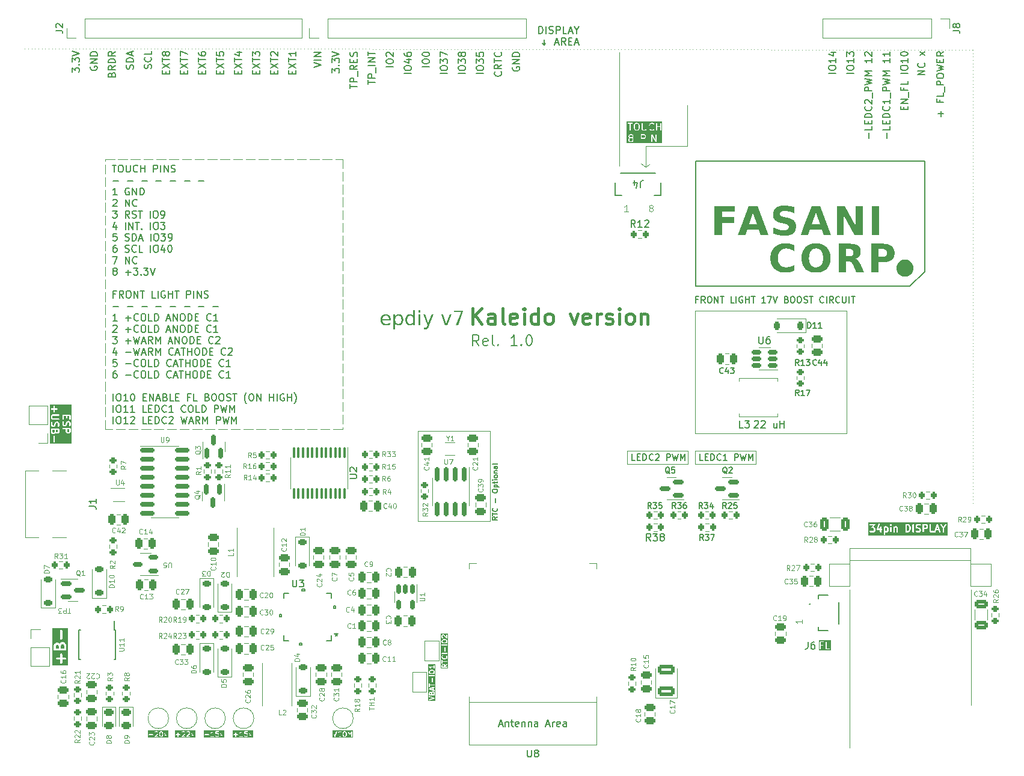
<source format=gto>
G04 #@! TF.GenerationSoftware,KiCad,Pcbnew,7.0.9-7.0.9~ubuntu22.04.1*
G04 #@! TF.CreationDate,2024-02-01T16:34:57+01:00*
G04 #@! TF.ProjectId,v7-kaleido,76372d6b-616c-4656-9964-6f2e6b696361,1.0*
G04 #@! TF.SameCoordinates,Original*
G04 #@! TF.FileFunction,Legend,Top*
G04 #@! TF.FilePolarity,Positive*
%FSLAX46Y46*%
G04 Gerber Fmt 4.6, Leading zero omitted, Abs format (unit mm)*
G04 Created by KiCad (PCBNEW 7.0.9-7.0.9~ubuntu22.04.1) date 2024-02-01 16:34:57*
%MOMM*%
%LPD*%
G01*
G04 APERTURE LIST*
G04 Aperture macros list*
%AMRoundRect*
0 Rectangle with rounded corners*
0 $1 Rounding radius*
0 $2 $3 $4 $5 $6 $7 $8 $9 X,Y pos of 4 corners*
0 Add a 4 corners polygon primitive as box body*
4,1,4,$2,$3,$4,$5,$6,$7,$8,$9,$2,$3,0*
0 Add four circle primitives for the rounded corners*
1,1,$1+$1,$2,$3*
1,1,$1+$1,$4,$5*
1,1,$1+$1,$6,$7*
1,1,$1+$1,$8,$9*
0 Add four rect primitives between the rounded corners*
20,1,$1+$1,$2,$3,$4,$5,0*
20,1,$1+$1,$4,$5,$6,$7,0*
20,1,$1+$1,$6,$7,$8,$9,0*
20,1,$1+$1,$8,$9,$2,$3,0*%
G04 Aperture macros list end*
%ADD10C,0.000000*%
%ADD11C,0.120000*%
%ADD12C,0.132291*%
%ADD13C,0.300000*%
%ADD14C,0.200000*%
%ADD15C,0.140000*%
%ADD16C,0.160000*%
%ADD17C,0.150000*%
%ADD18C,0.450000*%
%ADD19C,0.125000*%
%ADD20C,0.152400*%
%ADD21RoundRect,0.200000X-0.200000X-0.275000X0.200000X-0.275000X0.200000X0.275000X-0.200000X0.275000X0*%
%ADD22C,2.200000*%
%ADD23RoundRect,0.150000X0.150000X-0.587500X0.150000X0.587500X-0.150000X0.587500X-0.150000X-0.587500X0*%
%ADD24RoundRect,0.200000X-0.275000X0.200000X-0.275000X-0.200000X0.275000X-0.200000X0.275000X0.200000X0*%
%ADD25RoundRect,0.200000X0.275000X-0.200000X0.275000X0.200000X-0.275000X0.200000X-0.275000X-0.200000X0*%
%ADD26RoundRect,0.150000X-0.150000X0.587500X-0.150000X-0.587500X0.150000X-0.587500X0.150000X0.587500X0*%
%ADD27RoundRect,0.250000X0.250000X0.475000X-0.250000X0.475000X-0.250000X-0.475000X0.250000X-0.475000X0*%
%ADD28RoundRect,0.250000X-0.475000X0.250000X-0.475000X-0.250000X0.475000X-0.250000X0.475000X0.250000X0*%
%ADD29RoundRect,0.243750X-0.456250X0.243750X-0.456250X-0.243750X0.456250X-0.243750X0.456250X0.243750X0*%
%ADD30RoundRect,0.250000X0.475000X-0.250000X0.475000X0.250000X-0.475000X0.250000X-0.475000X-0.250000X0*%
%ADD31RoundRect,0.250000X0.650000X-0.325000X0.650000X0.325000X-0.650000X0.325000X-0.650000X-0.325000X0*%
%ADD32RoundRect,0.250000X-0.250000X-0.475000X0.250000X-0.475000X0.250000X0.475000X-0.250000X0.475000X0*%
%ADD33RoundRect,0.250000X-0.325000X-0.650000X0.325000X-0.650000X0.325000X0.650000X-0.325000X0.650000X0*%
%ADD34RoundRect,0.200000X0.200000X0.275000X-0.200000X0.275000X-0.200000X-0.275000X0.200000X-0.275000X0*%
%ADD35RoundRect,0.100000X-0.100000X0.637500X-0.100000X-0.637500X0.100000X-0.637500X0.100000X0.637500X0*%
%ADD36RoundRect,0.250000X0.925000X-0.412500X0.925000X0.412500X-0.925000X0.412500X-0.925000X-0.412500X0*%
%ADD37R,3.900000X2.200000*%
%ADD38R,4.200000X2.400000*%
%ADD39R,0.850000X0.200000*%
%ADD40R,0.200000X0.850000*%
%ADD41C,0.508000*%
%ADD42R,4.399999X4.399999*%
%ADD43RoundRect,0.225000X-0.375000X0.225000X-0.375000X-0.225000X0.375000X-0.225000X0.375000X0.225000X0*%
%ADD44RoundRect,0.225000X0.375000X-0.225000X0.375000X0.225000X-0.375000X0.225000X-0.375000X-0.225000X0*%
%ADD45C,2.500000*%
%ADD46R,0.650000X1.500000*%
%ADD47R,3.600000X2.700000*%
%ADD48R,1.700000X1.700000*%
%ADD49O,1.700000X1.700000*%
%ADD50RoundRect,0.150000X0.512500X0.150000X-0.512500X0.150000X-0.512500X-0.150000X0.512500X-0.150000X0*%
%ADD51R,0.500000X0.375000*%
%ADD52R,0.650000X0.300000*%
%ADD53R,1.600000X2.800000*%
%ADD54R,0.250000X1.300000*%
%ADD55RoundRect,0.150000X-0.587500X-0.150000X0.587500X-0.150000X0.587500X0.150000X-0.587500X0.150000X0*%
%ADD56R,1.500000X1.000000*%
%ADD57R,0.355600X0.838200*%
%ADD58R,0.406400X0.838200*%
%ADD59RoundRect,0.150000X-0.150000X0.825000X-0.150000X-0.825000X0.150000X-0.825000X0.150000X0.825000X0*%
%ADD60R,0.800000X0.300000*%
%ADD61R,0.800000X0.400000*%
%ADD62RoundRect,0.150000X-0.150000X0.512500X-0.150000X-0.512500X0.150000X-0.512500X0.150000X0.512500X0*%
%ADD63R,1.500000X0.900000*%
%ADD64R,0.900000X1.500000*%
%ADD65R,0.900000X0.900000*%
%ADD66RoundRect,0.150000X-0.825000X-0.150000X0.825000X-0.150000X0.825000X0.150000X-0.825000X0.150000X0*%
%ADD67C,0.650000*%
%ADD68R,1.450000X0.600000*%
%ADD69R,1.450000X0.300000*%
%ADD70O,2.100000X1.000000*%
%ADD71O,1.600000X1.000000*%
%ADD72R,1.257300X4.013200*%
%ADD73RoundRect,0.150000X0.587500X0.150000X-0.587500X0.150000X-0.587500X-0.150000X0.587500X-0.150000X0*%
%ADD74RoundRect,0.225000X0.225000X0.375000X-0.225000X0.375000X-0.225000X-0.375000X0.225000X-0.375000X0*%
%ADD75R,1.000000X1.800000*%
G04 APERTURE END LIST*
D10*
G36*
X167520350Y-76929905D02*
G01*
X167602024Y-76933378D01*
X167682967Y-76939166D01*
X167763180Y-76947270D01*
X167842663Y-76957689D01*
X167921416Y-76970423D01*
X167999439Y-76985473D01*
X168076732Y-77002838D01*
X168153295Y-77022519D01*
X168229128Y-77044515D01*
X168304230Y-77068827D01*
X168378603Y-77095454D01*
X168452246Y-77124397D01*
X168525158Y-77155655D01*
X168597341Y-77189229D01*
X168668794Y-77225119D01*
X168668794Y-78050131D01*
X168599229Y-78004544D01*
X168529372Y-77961897D01*
X168459223Y-77922192D01*
X168388782Y-77885428D01*
X168318050Y-77851605D01*
X168247025Y-77820723D01*
X168175708Y-77792782D01*
X168104099Y-77767783D01*
X168032198Y-77745724D01*
X167960005Y-77726607D01*
X167887521Y-77710431D01*
X167814744Y-77697195D01*
X167741675Y-77686901D01*
X167668314Y-77679549D01*
X167594661Y-77675137D01*
X167520717Y-77673666D01*
X167451611Y-77675064D01*
X167384466Y-77679257D01*
X167319282Y-77686245D01*
X167256058Y-77696028D01*
X167194796Y-77708606D01*
X167135494Y-77723980D01*
X167078153Y-77742148D01*
X167022772Y-77763111D01*
X166969352Y-77786870D01*
X166917893Y-77813424D01*
X166868395Y-77842772D01*
X166820857Y-77874916D01*
X166775280Y-77909854D01*
X166731664Y-77947588D01*
X166690009Y-77988116D01*
X166650314Y-78031439D01*
X166612810Y-78076829D01*
X166577725Y-78124221D01*
X166545060Y-78173616D01*
X166514814Y-78225013D01*
X166486988Y-78278413D01*
X166461582Y-78333814D01*
X166438596Y-78391218D01*
X166418029Y-78450625D01*
X166399882Y-78512034D01*
X166384154Y-78575445D01*
X166370846Y-78640858D01*
X166359958Y-78708274D01*
X166351489Y-78777693D01*
X166345440Y-78849113D01*
X166341811Y-78922536D01*
X166340601Y-78997961D01*
X166341811Y-79073387D01*
X166345440Y-79146810D01*
X166351489Y-79218230D01*
X166359958Y-79287649D01*
X166370846Y-79355064D01*
X166384154Y-79420478D01*
X166399882Y-79483889D01*
X166418029Y-79545298D01*
X166438596Y-79604704D01*
X166461582Y-79662109D01*
X166486988Y-79717510D01*
X166514814Y-79770910D01*
X166545060Y-79822307D01*
X166577725Y-79871701D01*
X166612810Y-79919094D01*
X166650314Y-79964484D01*
X166690009Y-80007485D01*
X166731664Y-80047712D01*
X166775280Y-80085165D01*
X166820857Y-80119843D01*
X166868395Y-80151747D01*
X166917893Y-80180876D01*
X166969352Y-80207232D01*
X167022772Y-80230812D01*
X167078153Y-80251619D01*
X167135494Y-80269651D01*
X167194796Y-80284909D01*
X167256058Y-80297393D01*
X167319282Y-80307103D01*
X167384466Y-80314038D01*
X167451611Y-80318199D01*
X167520717Y-80319586D01*
X167520713Y-80319556D01*
X167595284Y-80318085D01*
X167669479Y-80313673D01*
X167743299Y-80306321D01*
X167816743Y-80296027D01*
X167889812Y-80282792D01*
X167962506Y-80266615D01*
X168034824Y-80247498D01*
X168106766Y-80225439D01*
X168178333Y-80200440D01*
X168249525Y-80172499D01*
X168320342Y-80141617D01*
X168390782Y-80107794D01*
X168460848Y-80071030D01*
X168530538Y-80031325D01*
X168599852Y-79988678D01*
X168668792Y-79943091D01*
X168668792Y-80768103D01*
X168597339Y-80803993D01*
X168525157Y-80837567D01*
X168452244Y-80868825D01*
X168378601Y-80897768D01*
X168304229Y-80924395D01*
X168229126Y-80948707D01*
X168153293Y-80970703D01*
X168076730Y-80990384D01*
X167999437Y-81007749D01*
X167921414Y-81022799D01*
X167842661Y-81035533D01*
X167763178Y-81045952D01*
X167682965Y-81054056D01*
X167602022Y-81059844D01*
X167520349Y-81063317D01*
X167437945Y-81064474D01*
X167314440Y-81062316D01*
X167194230Y-81055839D01*
X167077315Y-81045045D01*
X166963697Y-81029933D01*
X166853374Y-81010503D01*
X166746346Y-80986756D01*
X166642615Y-80958691D01*
X166542179Y-80926308D01*
X166445038Y-80889607D01*
X166351194Y-80848589D01*
X166260645Y-80803252D01*
X166173392Y-80753598D01*
X166089434Y-80699626D01*
X166008772Y-80641335D01*
X165931406Y-80578727D01*
X165857336Y-80511801D01*
X165787177Y-80440809D01*
X165721544Y-80366667D01*
X165660438Y-80289375D01*
X165603858Y-80208933D01*
X165551805Y-80125342D01*
X165504278Y-80038600D01*
X165461277Y-79948709D01*
X165422803Y-79855667D01*
X165388855Y-79759476D01*
X165359433Y-79660136D01*
X165334538Y-79557645D01*
X165314169Y-79452005D01*
X165298327Y-79343214D01*
X165287011Y-79231275D01*
X165280221Y-79116185D01*
X165277958Y-78997946D01*
X165280211Y-78879707D01*
X165286969Y-78764618D01*
X165298233Y-78652678D01*
X165314002Y-78543888D01*
X165334277Y-78438247D01*
X165359057Y-78335757D01*
X165388343Y-78236416D01*
X165422135Y-78140225D01*
X165460432Y-78047184D01*
X165503235Y-77957292D01*
X165550543Y-77870551D01*
X165602357Y-77786959D01*
X165658676Y-77706517D01*
X165719501Y-77629225D01*
X165784831Y-77555083D01*
X165854668Y-77484091D01*
X165928748Y-77416843D01*
X166006145Y-77353934D01*
X166086859Y-77295363D01*
X166170889Y-77241130D01*
X166258236Y-77191236D01*
X166348900Y-77145681D01*
X166442880Y-77104464D01*
X166540177Y-77067585D01*
X166640790Y-77035045D01*
X166744720Y-77006844D01*
X166851966Y-76982981D01*
X166962529Y-76963457D01*
X167076409Y-76948272D01*
X167193605Y-76937425D01*
X167314118Y-76930917D01*
X167437947Y-76928748D01*
X167520350Y-76929905D01*
G37*
D11*
X115614500Y-116109693D02*
X115614500Y-103409693D01*
X125266500Y-103409693D02*
X125774500Y-103409693D01*
X154650000Y-86420000D02*
X176030000Y-86420000D01*
X176030000Y-103730000D01*
X154650000Y-103730000D01*
X154650000Y-86420000D01*
D12*
X154802852Y-82995489D02*
X184948237Y-82995489D01*
D11*
X193510000Y-125695000D02*
X193510000Y-142000000D01*
X144000000Y-50000000D02*
X144000000Y-66000000D01*
D10*
G36*
X160277534Y-72496787D02*
G01*
X158485718Y-72496787D01*
X158485718Y-73258445D01*
X160170683Y-73258445D01*
X160170683Y-74055717D01*
X158485718Y-74055717D01*
X158485718Y-75790000D01*
X157430905Y-75790000D01*
X157430905Y-71699516D01*
X160277534Y-71699516D01*
X160277534Y-72496787D01*
G37*
D11*
X153610000Y-63220000D02*
X153610000Y-57480000D01*
X60300000Y-49500000D02*
X60300000Y-49500000D01*
X60779999Y-49500719D02*
X60779999Y-49500719D01*
X61259999Y-49501438D02*
X61259999Y-49501438D01*
X61739998Y-49502157D02*
X61739998Y-49502157D01*
X62219998Y-49502876D02*
X62219998Y-49502876D01*
X62699997Y-49503596D02*
X62699997Y-49503596D01*
X63179997Y-49504315D02*
X63179997Y-49504315D01*
X63659996Y-49505034D02*
X63659996Y-49505034D01*
X64139996Y-49505753D02*
X64139996Y-49505753D01*
X64619995Y-49506472D02*
X64619995Y-49506472D01*
X65099995Y-49507191D02*
X65099995Y-49507191D01*
X65579994Y-49507910D02*
X65579994Y-49507910D01*
X66059994Y-49508629D02*
X66059994Y-49508629D01*
X66539993Y-49509348D02*
X66539993Y-49509348D01*
X67019992Y-49510067D02*
X67019992Y-49510067D01*
X67499992Y-49510787D02*
X67499992Y-49510787D01*
X67979991Y-49511506D02*
X67979991Y-49511506D01*
X68459991Y-49512225D02*
X68459991Y-49512225D01*
X68939990Y-49512944D02*
X68939990Y-49512944D01*
X69419990Y-49513663D02*
X69419990Y-49513663D01*
X69899989Y-49514382D02*
X69899989Y-49514382D01*
X70379989Y-49515101D02*
X70379989Y-49515101D01*
X70859988Y-49515820D02*
X70859988Y-49515820D01*
X71339988Y-49516539D02*
X71339988Y-49516539D01*
X71819987Y-49517258D02*
X71819987Y-49517258D01*
X72299987Y-49517978D02*
X72299987Y-49517978D01*
X72779986Y-49518697D02*
X72779986Y-49518697D01*
X73259985Y-49519416D02*
X73259985Y-49519416D01*
X73739985Y-49520135D02*
X73739985Y-49520135D01*
X74219984Y-49520854D02*
X74219984Y-49520854D01*
X74699984Y-49521573D02*
X74699984Y-49521573D01*
X75179983Y-49522292D02*
X75179983Y-49522292D01*
X75659983Y-49523011D02*
X75659983Y-49523011D01*
X76139982Y-49523730D02*
X76139982Y-49523730D01*
X76619982Y-49524449D02*
X76619982Y-49524449D01*
X77099981Y-49525169D02*
X77099981Y-49525169D01*
X77579981Y-49525888D02*
X77579981Y-49525888D01*
X78059980Y-49526607D02*
X78059980Y-49526607D01*
X78539980Y-49527326D02*
X78539980Y-49527326D01*
X79019979Y-49528045D02*
X79019979Y-49528045D01*
X79499978Y-49528764D02*
X79499978Y-49528764D01*
X79979978Y-49529483D02*
X79979978Y-49529483D01*
X80459977Y-49530202D02*
X80459977Y-49530202D01*
X80939977Y-49530921D02*
X80939977Y-49530921D01*
X81419976Y-49531640D02*
X81419976Y-49531640D01*
X81899976Y-49532360D02*
X81899976Y-49532360D01*
X82379975Y-49533079D02*
X82379975Y-49533079D01*
X82859975Y-49533798D02*
X82859975Y-49533798D01*
X83339974Y-49534517D02*
X83339974Y-49534517D01*
X83819974Y-49535236D02*
X83819974Y-49535236D01*
X84299973Y-49535955D02*
X84299973Y-49535955D01*
X84779973Y-49536674D02*
X84779973Y-49536674D01*
X85259972Y-49537393D02*
X85259972Y-49537393D01*
X85739971Y-49538112D02*
X85739971Y-49538112D01*
X86219971Y-49538831D02*
X86219971Y-49538831D01*
X86699970Y-49539551D02*
X86699970Y-49539551D01*
X87179970Y-49540270D02*
X87179970Y-49540270D01*
X87659969Y-49540989D02*
X87659969Y-49540989D01*
X88139969Y-49541708D02*
X88139969Y-49541708D01*
X88619968Y-49542427D02*
X88619968Y-49542427D01*
X89099968Y-49543146D02*
X89099968Y-49543146D01*
X89579967Y-49543865D02*
X89579967Y-49543865D01*
X90059967Y-49544584D02*
X90059967Y-49544584D01*
X90539966Y-49545303D02*
X90539966Y-49545303D01*
X91019966Y-49546022D02*
X91019966Y-49546022D01*
X91499965Y-49546742D02*
X91499965Y-49546742D01*
X91979964Y-49547461D02*
X91979964Y-49547461D01*
X92459964Y-49548180D02*
X92459964Y-49548180D01*
X92939963Y-49548899D02*
X92939963Y-49548899D01*
X93419963Y-49549618D02*
X93419963Y-49549618D01*
X93899962Y-49550337D02*
X93899962Y-49550337D01*
X94379962Y-49551056D02*
X94379962Y-49551056D01*
X94859961Y-49551775D02*
X94859961Y-49551775D01*
X95339961Y-49552494D02*
X95339961Y-49552494D01*
X95819960Y-49553213D02*
X95819960Y-49553213D01*
X96299960Y-49553933D02*
X96299960Y-49553933D01*
X96779959Y-49554652D02*
X96779959Y-49554652D01*
X97259959Y-49555371D02*
X97259959Y-49555371D01*
X97739958Y-49556090D02*
X97739958Y-49556090D01*
X98219957Y-49556809D02*
X98219957Y-49556809D01*
X98699957Y-49557528D02*
X98699957Y-49557528D01*
X99179956Y-49558247D02*
X99179956Y-49558247D01*
X99659956Y-49558966D02*
X99659956Y-49558966D01*
X100139955Y-49559685D02*
X100139955Y-49559685D01*
X100619955Y-49560404D02*
X100619955Y-49560404D01*
X101099954Y-49561124D02*
X101099954Y-49561124D01*
X101579954Y-49561843D02*
X101579954Y-49561843D01*
X102059953Y-49562562D02*
X102059953Y-49562562D01*
X102539953Y-49563281D02*
X102539953Y-49563281D01*
X103019952Y-49564000D02*
X103019952Y-49564000D01*
X103499952Y-49564719D02*
X103499952Y-49564719D01*
X103979951Y-49565438D02*
X103979951Y-49565438D01*
X104459950Y-49566157D02*
X104459950Y-49566157D01*
X104939950Y-49566876D02*
X104939950Y-49566876D01*
X105419949Y-49567595D02*
X105419949Y-49567595D01*
X105899949Y-49568315D02*
X105899949Y-49568315D01*
X106379948Y-49569034D02*
X106379948Y-49569034D01*
X106859948Y-49569753D02*
X106859948Y-49569753D01*
X107339947Y-49570472D02*
X107339947Y-49570472D01*
X107819947Y-49571191D02*
X107819947Y-49571191D01*
X108299946Y-49571910D02*
X108299946Y-49571910D01*
X108779946Y-49572629D02*
X108779946Y-49572629D01*
X109259945Y-49573348D02*
X109259945Y-49573348D01*
X109739945Y-49574067D02*
X109739945Y-49574067D01*
X110219944Y-49574786D02*
X110219944Y-49574786D01*
X110699943Y-49575506D02*
X110699943Y-49575506D01*
X111179943Y-49576225D02*
X111179943Y-49576225D01*
X111659942Y-49576944D02*
X111659942Y-49576944D01*
X112139942Y-49577663D02*
X112139942Y-49577663D01*
X112619941Y-49578382D02*
X112619941Y-49578382D01*
X113099941Y-49579101D02*
X113099941Y-49579101D01*
X113579940Y-49579820D02*
X113579940Y-49579820D01*
X114059940Y-49580539D02*
X114059940Y-49580539D01*
X114539939Y-49581258D02*
X114539939Y-49581258D01*
X115019939Y-49581977D02*
X115019939Y-49581977D01*
X115499938Y-49582697D02*
X115499938Y-49582697D01*
X115979938Y-49583416D02*
X115979938Y-49583416D01*
X116459937Y-49584135D02*
X116459937Y-49584135D01*
X116939936Y-49584854D02*
X116939936Y-49584854D01*
X117419936Y-49585573D02*
X117419936Y-49585573D01*
X117899935Y-49586292D02*
X117899935Y-49586292D01*
X118379935Y-49587011D02*
X118379935Y-49587011D01*
X118859934Y-49587730D02*
X118859934Y-49587730D01*
X119339934Y-49588449D02*
X119339934Y-49588449D01*
X119819933Y-49589168D02*
X119819933Y-49589168D01*
X120299933Y-49589888D02*
X120299933Y-49589888D01*
X120779932Y-49590607D02*
X120779932Y-49590607D01*
X121259932Y-49591326D02*
X121259932Y-49591326D01*
X121739931Y-49592045D02*
X121739931Y-49592045D01*
X122219931Y-49592764D02*
X122219931Y-49592764D01*
X122699930Y-49593483D02*
X122699930Y-49593483D01*
X123179929Y-49594202D02*
X123179929Y-49594202D01*
X123659929Y-49594921D02*
X123659929Y-49594921D01*
X124139928Y-49595640D02*
X124139928Y-49595640D01*
X124619928Y-49596359D02*
X124619928Y-49596359D01*
X125099927Y-49597079D02*
X125099927Y-49597079D01*
X125579927Y-49597798D02*
X125579927Y-49597798D01*
X126059926Y-49598517D02*
X126059926Y-49598517D01*
X126539926Y-49599236D02*
X126539926Y-49599236D01*
X127019925Y-49599955D02*
X127019925Y-49599955D01*
X127499925Y-49600674D02*
X127499925Y-49600674D01*
X127979924Y-49601393D02*
X127979924Y-49601393D01*
X128459924Y-49602112D02*
X128459924Y-49602112D01*
X128939923Y-49602831D02*
X128939923Y-49602831D01*
X129419922Y-49603550D02*
X129419922Y-49603550D01*
X129899922Y-49604270D02*
X129899922Y-49604270D01*
X130379921Y-49604989D02*
X130379921Y-49604989D01*
X130859921Y-49605708D02*
X130859921Y-49605708D01*
X131339920Y-49606427D02*
X131339920Y-49606427D01*
X131819920Y-49607146D02*
X131819920Y-49607146D01*
X132299919Y-49607865D02*
X132299919Y-49607865D01*
X132779919Y-49608584D02*
X132779919Y-49608584D01*
X133259918Y-49609303D02*
X133259918Y-49609303D01*
X133739918Y-49610022D02*
X133739918Y-49610022D01*
X134219917Y-49610741D02*
X134219917Y-49610741D01*
X134699917Y-49611461D02*
X134699917Y-49611461D01*
X135179916Y-49612180D02*
X135179916Y-49612180D01*
X135659915Y-49612899D02*
X135659915Y-49612899D01*
X136139915Y-49613618D02*
X136139915Y-49613618D01*
X136619914Y-49614337D02*
X136619914Y-49614337D01*
X137099914Y-49615056D02*
X137099914Y-49615056D01*
X137579913Y-49615775D02*
X137579913Y-49615775D01*
X138059913Y-49616494D02*
X138059913Y-49616494D01*
X138539912Y-49617213D02*
X138539912Y-49617213D01*
X139019912Y-49617932D02*
X139019912Y-49617932D01*
X139499911Y-49618652D02*
X139499911Y-49618652D01*
X139979911Y-49619371D02*
X139979911Y-49619371D01*
X140459910Y-49620090D02*
X140459910Y-49620090D01*
X140939910Y-49620809D02*
X140939910Y-49620809D01*
X141419909Y-49621528D02*
X141419909Y-49621528D01*
X141899908Y-49622247D02*
X141899908Y-49622247D01*
X142379908Y-49622966D02*
X142379908Y-49622966D01*
X142859907Y-49623685D02*
X142859907Y-49623685D01*
X143339907Y-49624404D02*
X143339907Y-49624404D01*
X143819906Y-49625123D02*
X143819906Y-49625123D01*
X144299906Y-49625843D02*
X144299906Y-49625843D01*
X144779905Y-49626562D02*
X144779905Y-49626562D01*
X145259905Y-49627281D02*
X145259905Y-49627281D01*
X145739904Y-49628000D02*
X145739904Y-49628000D01*
X146219904Y-49628719D02*
X146219904Y-49628719D01*
X146699903Y-49629438D02*
X146699903Y-49629438D01*
X147179903Y-49630157D02*
X147179903Y-49630157D01*
X147659902Y-49630876D02*
X147659902Y-49630876D01*
X148139901Y-49631595D02*
X148139901Y-49631595D01*
X148619901Y-49632314D02*
X148619901Y-49632314D01*
X149099900Y-49633034D02*
X149099900Y-49633034D01*
X149579900Y-49633753D02*
X149579900Y-49633753D01*
X150059899Y-49634472D02*
X150059899Y-49634472D01*
X150539899Y-49635191D02*
X150539899Y-49635191D01*
X151019898Y-49635910D02*
X151019898Y-49635910D01*
X151499898Y-49636629D02*
X151499898Y-49636629D01*
X151979897Y-49637348D02*
X151979897Y-49637348D01*
X152459897Y-49638067D02*
X152459897Y-49638067D01*
X152939896Y-49638786D02*
X152939896Y-49638786D01*
X153419896Y-49639505D02*
X153419896Y-49639505D01*
X153899895Y-49640225D02*
X153899895Y-49640225D01*
X154379894Y-49640944D02*
X154379894Y-49640944D01*
X154859894Y-49641663D02*
X154859894Y-49641663D01*
X155339893Y-49642382D02*
X155339893Y-49642382D01*
X155819893Y-49643101D02*
X155819893Y-49643101D01*
X156299892Y-49643820D02*
X156299892Y-49643820D01*
X156779892Y-49644539D02*
X156779892Y-49644539D01*
X157259891Y-49645258D02*
X157259891Y-49645258D01*
X157739891Y-49645977D02*
X157739891Y-49645977D01*
X158219890Y-49646696D02*
X158219890Y-49646696D01*
X158699890Y-49647416D02*
X158699890Y-49647416D01*
X159179889Y-49648135D02*
X159179889Y-49648135D01*
X159659888Y-49648854D02*
X159659888Y-49648854D01*
X160139888Y-49649573D02*
X160139888Y-49649573D01*
X160619887Y-49650292D02*
X160619887Y-49650292D01*
X161099887Y-49651011D02*
X161099887Y-49651011D01*
X161579886Y-49651730D02*
X161579886Y-49651730D01*
X162059886Y-49652449D02*
X162059886Y-49652449D01*
X162539885Y-49653168D02*
X162539885Y-49653168D01*
X163019885Y-49653887D02*
X163019885Y-49653887D01*
X163499884Y-49654607D02*
X163499884Y-49654607D01*
X163979884Y-49655326D02*
X163979884Y-49655326D01*
X164459883Y-49656045D02*
X164459883Y-49656045D01*
X164939883Y-49656764D02*
X164939883Y-49656764D01*
X165419882Y-49657483D02*
X165419882Y-49657483D01*
X165899881Y-49658202D02*
X165899881Y-49658202D01*
X166379881Y-49658921D02*
X166379881Y-49658921D01*
X166859880Y-49659640D02*
X166859880Y-49659640D01*
X167339880Y-49660359D02*
X167339880Y-49660359D01*
X167819879Y-49661078D02*
X167819879Y-49661078D01*
X168299879Y-49661798D02*
X168299879Y-49661798D01*
X168779878Y-49662517D02*
X168779878Y-49662517D01*
X169259878Y-49663236D02*
X169259878Y-49663236D01*
X169739877Y-49663955D02*
X169739877Y-49663955D01*
X170219877Y-49664674D02*
X170219877Y-49664674D01*
X170699876Y-49665393D02*
X170699876Y-49665393D01*
X171179876Y-49666112D02*
X171179876Y-49666112D01*
X171659875Y-49666831D02*
X171659875Y-49666831D01*
X172139874Y-49667550D02*
X172139874Y-49667550D01*
X172619874Y-49668269D02*
X172619874Y-49668269D01*
X173099873Y-49668989D02*
X173099873Y-49668989D01*
X173579873Y-49669708D02*
X173579873Y-49669708D01*
X174059872Y-49670427D02*
X174059872Y-49670427D01*
X174539872Y-49671146D02*
X174539872Y-49671146D01*
X175019871Y-49671865D02*
X175019871Y-49671865D01*
X175499871Y-49672584D02*
X175499871Y-49672584D01*
X175979870Y-49673303D02*
X175979870Y-49673303D01*
X176459870Y-49674022D02*
X176459870Y-49674022D01*
X176939869Y-49674741D02*
X176939869Y-49674741D01*
X177419869Y-49675460D02*
X177419869Y-49675460D01*
X177899868Y-49676180D02*
X177899868Y-49676180D01*
X178379867Y-49676899D02*
X178379867Y-49676899D01*
X178859867Y-49677618D02*
X178859867Y-49677618D01*
X179339866Y-49678337D02*
X179339866Y-49678337D01*
X179819866Y-49679056D02*
X179819866Y-49679056D01*
X180299865Y-49679775D02*
X180299865Y-49679775D01*
X180779865Y-49680494D02*
X180779865Y-49680494D01*
X181259864Y-49681213D02*
X181259864Y-49681213D01*
X181739864Y-49681932D02*
X181739864Y-49681932D01*
X182219863Y-49682651D02*
X182219863Y-49682651D01*
X182699863Y-49683371D02*
X182699863Y-49683371D01*
X183179862Y-49684090D02*
X183179862Y-49684090D01*
X183659862Y-49684809D02*
X183659862Y-49684809D01*
X184139861Y-49685528D02*
X184139861Y-49685528D01*
X184619860Y-49686247D02*
X184619860Y-49686247D01*
X185099860Y-49686966D02*
X185099860Y-49686966D01*
X185579859Y-49687685D02*
X185579859Y-49687685D01*
X186059859Y-49688404D02*
X186059859Y-49688404D01*
X186539858Y-49689123D02*
X186539858Y-49689123D01*
X187019858Y-49689842D02*
X187019858Y-49689842D01*
X187499857Y-49690562D02*
X187499857Y-49690562D01*
X187979857Y-49691281D02*
X187979857Y-49691281D01*
X188459856Y-49692000D02*
X188459856Y-49692000D01*
X188939856Y-49692719D02*
X188939856Y-49692719D01*
X189419855Y-49693438D02*
X189419855Y-49693438D01*
X189899855Y-49694157D02*
X189899855Y-49694157D01*
X190379854Y-49694876D02*
X190379854Y-49694876D01*
X190859853Y-49695595D02*
X190859853Y-49695595D01*
X191339853Y-49696314D02*
X191339853Y-49696314D01*
X191819852Y-49697033D02*
X191819852Y-49697033D01*
X192299852Y-49697753D02*
X192299852Y-49697753D01*
X192779851Y-49698472D02*
X192779851Y-49698472D01*
X193259851Y-49699191D02*
X193259851Y-49699191D01*
X193739850Y-49699910D02*
X193739850Y-49699910D01*
X193800000Y-49700000D02*
X193800000Y-49700000D01*
X193800000Y-50180000D02*
X193800000Y-50180000D01*
X193800000Y-50660000D02*
X193800000Y-50660000D01*
X193800000Y-51140000D02*
X193800000Y-51140000D01*
X193800000Y-51620000D02*
X193800000Y-51620000D01*
X193800000Y-52100000D02*
X193800000Y-52100000D01*
X193800000Y-52580000D02*
X193800000Y-52580000D01*
X193800000Y-53060000D02*
X193800000Y-53060000D01*
X193800000Y-53540000D02*
X193800000Y-53540000D01*
X193800000Y-54020000D02*
X193800000Y-54020000D01*
X193800000Y-54500000D02*
X193800000Y-54500000D01*
X193800000Y-54980000D02*
X193800000Y-54980000D01*
X193800000Y-55460000D02*
X193800000Y-55460000D01*
X193800000Y-55940000D02*
X193800000Y-55940000D01*
X193800000Y-56420000D02*
X193800000Y-56420000D01*
X193800000Y-56900000D02*
X193800000Y-56900000D01*
X193800000Y-57380000D02*
X193800000Y-57380000D01*
X193800000Y-57860000D02*
X193800000Y-57860000D01*
X193800000Y-58340000D02*
X193800000Y-58340000D01*
X193800000Y-58820000D02*
X193800000Y-58820000D01*
X193800000Y-59300000D02*
X193800000Y-59300000D01*
X193800000Y-59780000D02*
X193800000Y-59780000D01*
X193800000Y-60260000D02*
X193800000Y-60260000D01*
X193800000Y-60740000D02*
X193800000Y-60740000D01*
X193800000Y-61220000D02*
X193800000Y-61220000D01*
X193800000Y-61700000D02*
X193800000Y-61700000D01*
X193800000Y-62180000D02*
X193800000Y-62180000D01*
X193800000Y-62660000D02*
X193800000Y-62660000D01*
X193800000Y-63140000D02*
X193800000Y-63140000D01*
X193800000Y-63620000D02*
X193800000Y-63620000D01*
X193800000Y-64100000D02*
X193800000Y-64100000D01*
X193800000Y-64580000D02*
X193800000Y-64580000D01*
X193800000Y-65060000D02*
X193800000Y-65060000D01*
X193800000Y-65540000D02*
X193800000Y-65540000D01*
X193800000Y-66020000D02*
X193800000Y-66020000D01*
X193800000Y-66500000D02*
X193800000Y-66500000D01*
X193800000Y-66980000D02*
X193800000Y-66980000D01*
X193800000Y-67460000D02*
X193800000Y-67460000D01*
X193800000Y-67940000D02*
X193800000Y-67940000D01*
X193800000Y-68420000D02*
X193800000Y-68420000D01*
X193800000Y-68900000D02*
X193800000Y-68900000D01*
X193800000Y-69380000D02*
X193800000Y-69380000D01*
X193800000Y-69860000D02*
X193800000Y-69860000D01*
X193800000Y-70340000D02*
X193800000Y-70340000D01*
X193800000Y-70820000D02*
X193800000Y-70820000D01*
X193800000Y-71300000D02*
X193800000Y-71300000D01*
X193800000Y-71780000D02*
X193800000Y-71780000D01*
X193800000Y-72260000D02*
X193800000Y-72260000D01*
X193800000Y-72740000D02*
X193800000Y-72740000D01*
X193800000Y-73220000D02*
X193800000Y-73220000D01*
X193800000Y-73700000D02*
X193800000Y-73700000D01*
X193800000Y-74180000D02*
X193800000Y-74180000D01*
X193800000Y-74660000D02*
X193800000Y-74660000D01*
X193800000Y-75140000D02*
X193800000Y-75140000D01*
X193800000Y-75620000D02*
X193800000Y-75620000D01*
X193800000Y-76100000D02*
X193800000Y-76100000D01*
X193800000Y-76580000D02*
X193800000Y-76580000D01*
X193800000Y-77060000D02*
X193800000Y-77060000D01*
X193800000Y-77540000D02*
X193800000Y-77540000D01*
X193800000Y-78020000D02*
X193800000Y-78020000D01*
X193800000Y-78500000D02*
X193800000Y-78500000D01*
X193800000Y-78980000D02*
X193800000Y-78980000D01*
X193800000Y-79460000D02*
X193800000Y-79460000D01*
X193800000Y-79940000D02*
X193800000Y-79940000D01*
X193800000Y-80420000D02*
X193800000Y-80420000D01*
X193800000Y-80900000D02*
X193800000Y-80900000D01*
X193800000Y-81380000D02*
X193800000Y-81380000D01*
X193800000Y-81860000D02*
X193800000Y-81860000D01*
X193800000Y-82340000D02*
X193800000Y-82340000D01*
X193800000Y-82820000D02*
X193800000Y-82820000D01*
X193800000Y-83300000D02*
X193800000Y-83300000D01*
X193800000Y-83780000D02*
X193800000Y-83780000D01*
X193800000Y-84260000D02*
X193800000Y-84260000D01*
X193800000Y-84740000D02*
X193800000Y-84740000D01*
X193800000Y-85220000D02*
X193800000Y-85220000D01*
X193800000Y-85700000D02*
X193800000Y-85700000D01*
X193800000Y-86180000D02*
X193800000Y-86180000D01*
X193800000Y-86660000D02*
X193800000Y-86660000D01*
X193800000Y-87140000D02*
X193800000Y-87140000D01*
X193800000Y-87620000D02*
X193800000Y-87620000D01*
X193800000Y-88100000D02*
X193800000Y-88100000D01*
X193800000Y-88580000D02*
X193800000Y-88580000D01*
X193800000Y-89060000D02*
X193800000Y-89060000D01*
X193800000Y-89540000D02*
X193800000Y-89540000D01*
X193800000Y-90020000D02*
X193800000Y-90020000D01*
X193800000Y-90500000D02*
X193800000Y-90500000D01*
X193800000Y-90980000D02*
X193800000Y-90980000D01*
X193800000Y-91460000D02*
X193800000Y-91460000D01*
X193800000Y-91940000D02*
X193800000Y-91940000D01*
X193800000Y-92420000D02*
X193800000Y-92420000D01*
X193800000Y-92900000D02*
X193800000Y-92900000D01*
X193800000Y-93380000D02*
X193800000Y-93380000D01*
X193800000Y-93860000D02*
X193800000Y-93860000D01*
X193800000Y-94340000D02*
X193800000Y-94340000D01*
X193800000Y-94820000D02*
X193800000Y-94820000D01*
X193800000Y-95300000D02*
X193800000Y-95300000D01*
X193800000Y-95780000D02*
X193800000Y-95780000D01*
X193800000Y-96260000D02*
X193800000Y-96260000D01*
X193800000Y-96740000D02*
X193800000Y-96740000D01*
X193800000Y-97220000D02*
X193800000Y-97220000D01*
X193800000Y-97700000D02*
X193800000Y-97700000D01*
X193800000Y-98180000D02*
X193800000Y-98180000D01*
X193800000Y-98660000D02*
X193800000Y-98660000D01*
X193800000Y-99140000D02*
X193800000Y-99140000D01*
X193800000Y-99620000D02*
X193800000Y-99620000D01*
X193800000Y-100100000D02*
X193800000Y-100100000D01*
X193800000Y-100580000D02*
X193800000Y-100580000D01*
X193800000Y-101060000D02*
X193800000Y-101060000D01*
X193800000Y-101540000D02*
X193800000Y-101540000D01*
X193800000Y-102020000D02*
X193800000Y-102020000D01*
X193800000Y-102500000D02*
X193800000Y-102500000D01*
X193800000Y-102980000D02*
X193800000Y-102980000D01*
X193800000Y-103460000D02*
X193800000Y-103460000D01*
X193800000Y-103940000D02*
X193800000Y-103940000D01*
X193800000Y-104420000D02*
X193800000Y-104420000D01*
X193800000Y-104900000D02*
X193800000Y-104900000D01*
X193800000Y-105380000D02*
X193800000Y-105380000D01*
X193800000Y-105860000D02*
X193800000Y-105860000D01*
X193800000Y-106340000D02*
X193800000Y-106340000D01*
X193800000Y-106820000D02*
X193800000Y-106820000D01*
X193800000Y-107300000D02*
X193800000Y-107300000D01*
X193800000Y-107780000D02*
X193800000Y-107780000D01*
X193800000Y-108260000D02*
X193800000Y-108260000D01*
X193800000Y-108740000D02*
X193800000Y-108740000D01*
X193800000Y-109220000D02*
X193800000Y-109220000D01*
X193800000Y-109700000D02*
X193800000Y-109700000D01*
X193800000Y-110180000D02*
X193800000Y-110180000D01*
X193800000Y-110660000D02*
X193800000Y-110660000D01*
X193800000Y-111140000D02*
X193800000Y-111140000D01*
X193800000Y-111620000D02*
X193800000Y-111620000D01*
X193800000Y-112100000D02*
X193800000Y-112100000D01*
X193800000Y-112580000D02*
X193800000Y-112580000D01*
X193800000Y-113060000D02*
X193800000Y-113060000D01*
X193800000Y-113540000D02*
X193800000Y-113540000D01*
D12*
X154802852Y-65330315D02*
X154802852Y-82995489D01*
D11*
X125774500Y-116109693D02*
X115614500Y-116109693D01*
D12*
X187002848Y-80916617D02*
X187002848Y-65330315D01*
D11*
X145080000Y-106150000D02*
X153670000Y-106150000D01*
X153670000Y-108070000D01*
X145080000Y-108070000D01*
X145080000Y-106150000D01*
D12*
X187002848Y-65330315D02*
X154802852Y-65330315D01*
D11*
X147090000Y-65740000D02*
X147700000Y-66200000D01*
X154640000Y-106150000D02*
X163230000Y-106150000D01*
X163230000Y-108070000D01*
X154640000Y-108070000D01*
X154640000Y-106150000D01*
X125774500Y-103409693D02*
X125774500Y-116109693D01*
D10*
G36*
X177289002Y-74505058D02*
G01*
X177289002Y-71699516D01*
X178289021Y-71699516D01*
X178289021Y-75790000D01*
X177110915Y-75790000D01*
X175623216Y-72984458D01*
X175623216Y-75790000D01*
X174623196Y-75790000D01*
X174623196Y-71699516D01*
X175801303Y-71699516D01*
X177289002Y-74505058D01*
G37*
G36*
X176580728Y-77002024D02*
G01*
X176682186Y-77005653D01*
X176779639Y-77011701D01*
X176873087Y-77020169D01*
X176962531Y-77031056D01*
X177047969Y-77044363D01*
X177129403Y-77060090D01*
X177206832Y-77078238D01*
X177244034Y-77088198D01*
X177280214Y-77098721D01*
X177315372Y-77109808D01*
X177349508Y-77121457D01*
X177382621Y-77133669D01*
X177414713Y-77146445D01*
X177445782Y-77159784D01*
X177475830Y-77173685D01*
X177504855Y-77188151D01*
X177532858Y-77203179D01*
X177559839Y-77218771D01*
X177585798Y-77234926D01*
X177610734Y-77251645D01*
X177634649Y-77268927D01*
X177657541Y-77286773D01*
X177679412Y-77305182D01*
X177700386Y-77324050D01*
X177720588Y-77343273D01*
X177740018Y-77362850D01*
X177758676Y-77382781D01*
X177776563Y-77403067D01*
X177793678Y-77423708D01*
X177810021Y-77444702D01*
X177825592Y-77466051D01*
X177840392Y-77487755D01*
X177854420Y-77509813D01*
X177867675Y-77532225D01*
X177880160Y-77554992D01*
X177891872Y-77578113D01*
X177902812Y-77601589D01*
X177912981Y-77625419D01*
X177922377Y-77649603D01*
X177931430Y-77673894D01*
X177939899Y-77698706D01*
X177947784Y-77724039D01*
X177955085Y-77749894D01*
X177961801Y-77776270D01*
X177967934Y-77803167D01*
X177973483Y-77830586D01*
X177978447Y-77858527D01*
X177982828Y-77886988D01*
X177986624Y-77915972D01*
X177989837Y-77945476D01*
X177992465Y-77975502D01*
X177994509Y-78006050D01*
X177995970Y-78037119D01*
X177996846Y-78068709D01*
X177997138Y-78100821D01*
X177997138Y-78100836D01*
X177994145Y-78196506D01*
X177985165Y-78287941D01*
X177970199Y-78375141D01*
X177949246Y-78458107D01*
X177936524Y-78498002D01*
X177922306Y-78536838D01*
X177906592Y-78574616D01*
X177889381Y-78611335D01*
X177870673Y-78646996D01*
X177850468Y-78681598D01*
X177828767Y-78715141D01*
X177805569Y-78747626D01*
X177780875Y-78779052D01*
X177754684Y-78809420D01*
X177726996Y-78838729D01*
X177697812Y-78866979D01*
X177667131Y-78894171D01*
X177634953Y-78920304D01*
X177601279Y-78945379D01*
X177566108Y-78969396D01*
X177491277Y-79014253D01*
X177410458Y-79054875D01*
X177323654Y-79091264D01*
X177230862Y-79123419D01*
X177259627Y-79130605D01*
X177287849Y-79138813D01*
X177315528Y-79148043D01*
X177342666Y-79158295D01*
X177369261Y-79169569D01*
X177395314Y-79181866D01*
X177420824Y-79195184D01*
X177445792Y-79209525D01*
X177470218Y-79224887D01*
X177494102Y-79241272D01*
X177517443Y-79258679D01*
X177540242Y-79277108D01*
X177562498Y-79296559D01*
X177584212Y-79317032D01*
X177605384Y-79338527D01*
X177626014Y-79361044D01*
X177646664Y-79384563D01*
X177667231Y-79409062D01*
X177687715Y-79434541D01*
X177708115Y-79461000D01*
X177728432Y-79488440D01*
X177748665Y-79516860D01*
X177768815Y-79546261D01*
X177788881Y-79576641D01*
X177808864Y-79608003D01*
X177828763Y-79640345D01*
X177868312Y-79707970D01*
X177907527Y-79779517D01*
X177946408Y-79854987D01*
X178504428Y-80987051D01*
X177409747Y-80987051D01*
X176923817Y-79996497D01*
X176906734Y-79962091D01*
X176889525Y-79928957D01*
X176872192Y-79897096D01*
X176854733Y-79866506D01*
X176837149Y-79837189D01*
X176819439Y-79809144D01*
X176801605Y-79782371D01*
X176783645Y-79756871D01*
X176765561Y-79732642D01*
X176747351Y-79709686D01*
X176729016Y-79688003D01*
X176710556Y-79667591D01*
X176691970Y-79648452D01*
X176673260Y-79630586D01*
X176654424Y-79613991D01*
X176635463Y-79598669D01*
X176616335Y-79584121D01*
X176596331Y-79570511D01*
X176575451Y-79557840D01*
X176553695Y-79546107D01*
X176531063Y-79535313D01*
X176507555Y-79525457D01*
X176483171Y-79516539D01*
X176457911Y-79508561D01*
X176431774Y-79501520D01*
X176404762Y-79495419D01*
X176376873Y-79490256D01*
X176348109Y-79486032D01*
X176318468Y-79482746D01*
X176287951Y-79480399D01*
X176256559Y-79478991D01*
X176224290Y-79478522D01*
X175933265Y-79478522D01*
X175933265Y-80987051D01*
X174905335Y-80987051D01*
X174905335Y-77745734D01*
X175933268Y-77745734D01*
X175933268Y-78768317D01*
X176365800Y-78768317D01*
X176406735Y-78767826D01*
X176446106Y-78766356D01*
X176483913Y-78763905D01*
X176520155Y-78760474D01*
X176554833Y-78756063D01*
X176587947Y-78750671D01*
X176619496Y-78744299D01*
X176649481Y-78736946D01*
X176677902Y-78728613D01*
X176704758Y-78719300D01*
X176730049Y-78709006D01*
X176753776Y-78697732D01*
X176775939Y-78685477D01*
X176796538Y-78672241D01*
X176815572Y-78658025D01*
X176833041Y-78642828D01*
X176849530Y-78626599D01*
X176864955Y-78609286D01*
X176879317Y-78590888D01*
X176892614Y-78571405D01*
X176904848Y-78550838D01*
X176916018Y-78529187D01*
X176926124Y-78506451D01*
X176935167Y-78482630D01*
X176943145Y-78457725D01*
X176950060Y-78431735D01*
X176955911Y-78404660D01*
X176960698Y-78376500D01*
X176964421Y-78347255D01*
X176967081Y-78316926D01*
X176968677Y-78285512D01*
X176969209Y-78253012D01*
X176969207Y-78253027D01*
X176968633Y-78218640D01*
X176966912Y-78185567D01*
X176964044Y-78153808D01*
X176960029Y-78123363D01*
X176954866Y-78094233D01*
X176948557Y-78066416D01*
X176941099Y-78039915D01*
X176932495Y-78014727D01*
X176922744Y-77990854D01*
X176911845Y-77968295D01*
X176899799Y-77947050D01*
X176886606Y-77927120D01*
X176872265Y-77908503D01*
X176856777Y-77891202D01*
X176840142Y-77875214D01*
X176822360Y-77860541D01*
X176803368Y-77846638D01*
X176783104Y-77833633D01*
X176761567Y-77821524D01*
X176738758Y-77810313D01*
X176714676Y-77799998D01*
X176689322Y-77790580D01*
X176662696Y-77782059D01*
X176634797Y-77774435D01*
X176605626Y-77767708D01*
X176575182Y-77761878D01*
X176543466Y-77756945D01*
X176510478Y-77752909D01*
X176476217Y-77749770D01*
X176440684Y-77747527D01*
X176403878Y-77746182D01*
X176365800Y-77745734D01*
X175933268Y-77745734D01*
X174905335Y-77745734D01*
X174905335Y-77000815D01*
X176475264Y-77000815D01*
X176580728Y-77002024D01*
G37*
D11*
X147700000Y-63220000D02*
X153610000Y-63220000D01*
D10*
G36*
X167355587Y-71628709D02*
G01*
X167528792Y-71638213D01*
X167704223Y-71654052D01*
X167881880Y-71676227D01*
X168061764Y-71704738D01*
X168243874Y-71739584D01*
X168428210Y-71780767D01*
X168614772Y-71828285D01*
X168614772Y-72694053D01*
X168530213Y-72657227D01*
X168446403Y-72622776D01*
X168363343Y-72590702D01*
X168281032Y-72561004D01*
X168199470Y-72533682D01*
X168118657Y-72508735D01*
X168038593Y-72486165D01*
X167959279Y-72465970D01*
X167880713Y-72448152D01*
X167802897Y-72432709D01*
X167725830Y-72419642D01*
X167649513Y-72408951D01*
X167573944Y-72400636D01*
X167499125Y-72394697D01*
X167425055Y-72391133D01*
X167351734Y-72389945D01*
X167255328Y-72391701D01*
X167209822Y-72393895D01*
X167166114Y-72396966D01*
X167124204Y-72400916D01*
X167084092Y-72405743D01*
X167045778Y-72411447D01*
X167009262Y-72418029D01*
X166974544Y-72425489D01*
X166941624Y-72433826D01*
X166910502Y-72443041D01*
X166881177Y-72453134D01*
X166853651Y-72464104D01*
X166827923Y-72475952D01*
X166803993Y-72488678D01*
X166781860Y-72502281D01*
X166761290Y-72516354D01*
X166742048Y-72531176D01*
X166732924Y-72538868D01*
X166724132Y-72546748D01*
X166715672Y-72554815D01*
X166707543Y-72563069D01*
X166699747Y-72571510D01*
X166692282Y-72580139D01*
X166685149Y-72588955D01*
X166678347Y-72597958D01*
X166671878Y-72607149D01*
X166665740Y-72616527D01*
X166659934Y-72626092D01*
X166654460Y-72635845D01*
X166649318Y-72645784D01*
X166644507Y-72655912D01*
X166640028Y-72666226D01*
X166635881Y-72676728D01*
X166632066Y-72687417D01*
X166628582Y-72698293D01*
X166625430Y-72709357D01*
X166622610Y-72720608D01*
X166620122Y-72732046D01*
X166617965Y-72743672D01*
X166614648Y-72767485D01*
X166612657Y-72792048D01*
X166611994Y-72817359D01*
X166612507Y-72838613D01*
X166614048Y-72859225D01*
X166616617Y-72879195D01*
X166620213Y-72898523D01*
X166624836Y-72917209D01*
X166630487Y-72935253D01*
X166637165Y-72952655D01*
X166644871Y-72969415D01*
X166653604Y-72985533D01*
X166663365Y-73001008D01*
X166674153Y-73015842D01*
X166685968Y-73030033D01*
X166698811Y-73043582D01*
X166712681Y-73056488D01*
X166727578Y-73068753D01*
X166743503Y-73080375D01*
X166760606Y-73091239D01*
X166779035Y-73101910D01*
X166798791Y-73112388D01*
X166819875Y-73122673D01*
X166842285Y-73132765D01*
X166866023Y-73142664D01*
X166891088Y-73152370D01*
X166917479Y-73161884D01*
X166945198Y-73171204D01*
X166974244Y-73180332D01*
X167004617Y-73189268D01*
X167036317Y-73198010D01*
X167069344Y-73206560D01*
X167103698Y-73214918D01*
X167139379Y-73223083D01*
X167176388Y-73231056D01*
X167625710Y-73321464D01*
X167706502Y-73338471D01*
X167784489Y-73356612D01*
X167859672Y-73375887D01*
X167932052Y-73396297D01*
X168001627Y-73417841D01*
X168068398Y-73440519D01*
X168132366Y-73464331D01*
X168193529Y-73489278D01*
X168251888Y-73515359D01*
X168307444Y-73542574D01*
X168360195Y-73570924D01*
X168410143Y-73600407D01*
X168457286Y-73631025D01*
X168501626Y-73662777D01*
X168543161Y-73695662D01*
X168581893Y-73729682D01*
X168618388Y-73764927D01*
X168652528Y-73802161D01*
X168684314Y-73841386D01*
X168713745Y-73882601D01*
X168740822Y-73925807D01*
X168765544Y-73971003D01*
X168787912Y-74018189D01*
X168807925Y-74067365D01*
X168825584Y-74118532D01*
X168840888Y-74171689D01*
X168853838Y-74226837D01*
X168864433Y-74283975D01*
X168872674Y-74343103D01*
X168878560Y-74404222D01*
X168882092Y-74467332D01*
X168883269Y-74532432D01*
X168881642Y-74618607D01*
X168876762Y-74701785D01*
X168868629Y-74781967D01*
X168857241Y-74859152D01*
X168842601Y-74933340D01*
X168824707Y-75004532D01*
X168803559Y-75072727D01*
X168779158Y-75137926D01*
X168751503Y-75200127D01*
X168720595Y-75259332D01*
X168686433Y-75315540D01*
X168649018Y-75368751D01*
X168608350Y-75418966D01*
X168564427Y-75466183D01*
X168517252Y-75510404D01*
X168466822Y-75551628D01*
X168413290Y-75590111D01*
X168356803Y-75626113D01*
X168297363Y-75659631D01*
X168234968Y-75690667D01*
X168169620Y-75719220D01*
X168101319Y-75745290D01*
X168030063Y-75768878D01*
X167955853Y-75789983D01*
X167878690Y-75808605D01*
X167798573Y-75824744D01*
X167715502Y-75838400D01*
X167629477Y-75849573D01*
X167540499Y-75858263D01*
X167448566Y-75864471D01*
X167353680Y-75868195D01*
X167255840Y-75869437D01*
X167158867Y-75868292D01*
X167061787Y-75864856D01*
X166964599Y-75859131D01*
X166867305Y-75851115D01*
X166769904Y-75840809D01*
X166672395Y-75828212D01*
X166574780Y-75813326D01*
X166477057Y-75796149D01*
X166379228Y-75776682D01*
X166281291Y-75754925D01*
X166183248Y-75730877D01*
X166085097Y-75704540D01*
X165986840Y-75675911D01*
X165888475Y-75644993D01*
X165790004Y-75611785D01*
X165691425Y-75576286D01*
X165691425Y-74685859D01*
X165790250Y-74736621D01*
X165888090Y-74784108D01*
X165984946Y-74828320D01*
X166080817Y-74869257D01*
X166175703Y-74906918D01*
X166269605Y-74941305D01*
X166362522Y-74972416D01*
X166454454Y-75000253D01*
X166545402Y-75024815D01*
X166635365Y-75046101D01*
X166724344Y-75064113D01*
X166812337Y-75078850D01*
X166899347Y-75090312D01*
X166985371Y-75098499D01*
X167070411Y-75103411D01*
X167154466Y-75105049D01*
X167207507Y-75104406D01*
X167258407Y-75102479D01*
X167307166Y-75099268D01*
X167353785Y-75094772D01*
X167398263Y-75088991D01*
X167440602Y-75081926D01*
X167480799Y-75073576D01*
X167518857Y-75063941D01*
X167537382Y-75058353D01*
X167555287Y-75052550D01*
X167572571Y-75046534D01*
X167589235Y-75040304D01*
X167605277Y-75033860D01*
X167620699Y-75027202D01*
X167635501Y-75020331D01*
X167649681Y-75013246D01*
X167663241Y-75005947D01*
X167676180Y-74998435D01*
X167688498Y-74990709D01*
X167700196Y-74982769D01*
X167711273Y-74974616D01*
X167721729Y-74966249D01*
X167731564Y-74957669D01*
X167740779Y-74948875D01*
X167749512Y-74939649D01*
X167757902Y-74930467D01*
X167765950Y-74921327D01*
X167773656Y-74912231D01*
X167781019Y-74903177D01*
X167788040Y-74894166D01*
X167794718Y-74885197D01*
X167801054Y-74876272D01*
X167807047Y-74867389D01*
X167812698Y-74858549D01*
X167818006Y-74849751D01*
X167822972Y-74840996D01*
X167827596Y-74832284D01*
X167831877Y-74823615D01*
X167835815Y-74814988D01*
X167839412Y-74806404D01*
X167842730Y-74797808D01*
X167845833Y-74789149D01*
X167848723Y-74780426D01*
X167851399Y-74771639D01*
X167853861Y-74762788D01*
X167856108Y-74753873D01*
X167858142Y-74744894D01*
X167859961Y-74735851D01*
X167861566Y-74726744D01*
X167862958Y-74717572D01*
X167864135Y-74708337D01*
X167865098Y-74699038D01*
X167865847Y-74689675D01*
X167866383Y-74680247D01*
X167866704Y-74670756D01*
X167866811Y-74661201D01*
X167866254Y-74635924D01*
X167864585Y-74611460D01*
X167861802Y-74587809D01*
X167857906Y-74564971D01*
X167852898Y-74542946D01*
X167846776Y-74521734D01*
X167839541Y-74501335D01*
X167831194Y-74481750D01*
X167821733Y-74462978D01*
X167811159Y-74445019D01*
X167799472Y-74427873D01*
X167786672Y-74411541D01*
X167772759Y-74396022D01*
X167757733Y-74381317D01*
X167741593Y-74367425D01*
X167724341Y-74354347D01*
X167706094Y-74341782D01*
X167686284Y-74329432D01*
X167664911Y-74317296D01*
X167641976Y-74305374D01*
X167617479Y-74293667D01*
X167591419Y-74282173D01*
X167563796Y-74270893D01*
X167534611Y-74259828D01*
X167503864Y-74248977D01*
X167471554Y-74238339D01*
X167437681Y-74227916D01*
X167402246Y-74217706D01*
X167365248Y-74207711D01*
X167326688Y-74197929D01*
X167286566Y-74188362D01*
X167244881Y-74179008D01*
X166836653Y-74088600D01*
X166764819Y-74071926D01*
X166695211Y-74054096D01*
X166627830Y-74035110D01*
X166562674Y-74014968D01*
X166499745Y-73993671D01*
X166439042Y-73971218D01*
X166380564Y-73947608D01*
X166324313Y-73922843D01*
X166270288Y-73896922D01*
X166218489Y-73869846D01*
X166168916Y-73841613D01*
X166121570Y-73812225D01*
X166076449Y-73781680D01*
X166033554Y-73749980D01*
X165992885Y-73717124D01*
X165954443Y-73683113D01*
X165918280Y-73647602D01*
X165884450Y-73610252D01*
X165852953Y-73571060D01*
X165823790Y-73530028D01*
X165796959Y-73487154D01*
X165772462Y-73442440D01*
X165750297Y-73395885D01*
X165730466Y-73347490D01*
X165712968Y-73297253D01*
X165697803Y-73245176D01*
X165684971Y-73191257D01*
X165674472Y-73135498D01*
X165666306Y-73077897D01*
X165660473Y-73018456D01*
X165656974Y-72957173D01*
X165655807Y-72894050D01*
X165657391Y-72816170D01*
X165662143Y-72740752D01*
X165670063Y-72667795D01*
X165681150Y-72597299D01*
X165695406Y-72529265D01*
X165712829Y-72463692D01*
X165733420Y-72400581D01*
X165757179Y-72339931D01*
X165784106Y-72281743D01*
X165814201Y-72226016D01*
X165847463Y-72172751D01*
X165883894Y-72121947D01*
X165923492Y-72073605D01*
X165966258Y-72027726D01*
X166012192Y-71984307D01*
X166061294Y-71943351D01*
X166113200Y-71904867D01*
X166167546Y-71868866D01*
X166224333Y-71835347D01*
X166283559Y-71804311D01*
X166345226Y-71775758D01*
X166409332Y-71749688D01*
X166475879Y-71726100D01*
X166544866Y-71704996D01*
X166616293Y-71686374D01*
X166690160Y-71670234D01*
X166766467Y-71656578D01*
X166845214Y-71645405D01*
X166926402Y-71636715D01*
X167010029Y-71630507D01*
X167096097Y-71626783D01*
X167184604Y-71625541D01*
X167184608Y-71625541D01*
X167355587Y-71628709D01*
G37*
D11*
X147700000Y-66200000D02*
X147700000Y-63220000D01*
X147700000Y-66200000D02*
X148240000Y-65760000D01*
D10*
G36*
X171828156Y-76930875D02*
G01*
X171943423Y-76937258D01*
X172055435Y-76947895D01*
X172164194Y-76962788D01*
X172269699Y-76981936D01*
X172371950Y-77005339D01*
X172470946Y-77032998D01*
X172566689Y-77064911D01*
X172659178Y-77101080D01*
X172748413Y-77141504D01*
X172834393Y-77186183D01*
X172917120Y-77235118D01*
X172996593Y-77288308D01*
X173072812Y-77345753D01*
X173145777Y-77407454D01*
X173215487Y-77473410D01*
X173281443Y-77543194D01*
X173343144Y-77616377D01*
X173400590Y-77692961D01*
X173453781Y-77772945D01*
X173502716Y-77856328D01*
X173547396Y-77943112D01*
X173587820Y-78033296D01*
X173623990Y-78126879D01*
X173655904Y-78223863D01*
X173683563Y-78324246D01*
X173706967Y-78428029D01*
X173726116Y-78535213D01*
X173741009Y-78645796D01*
X173751647Y-78759780D01*
X173758030Y-78877163D01*
X173760157Y-78997946D01*
X173758019Y-79118408D01*
X173751605Y-79235490D01*
X173740915Y-79349192D01*
X173725949Y-79459515D01*
X173706706Y-79566459D01*
X173683188Y-79670024D01*
X173655393Y-79770209D01*
X173623322Y-79867014D01*
X173586975Y-79960441D01*
X173546352Y-80050488D01*
X173501453Y-80137156D01*
X173452278Y-80220446D01*
X173398827Y-80300356D01*
X173341100Y-80376887D01*
X173279096Y-80450039D01*
X173212817Y-80519812D01*
X173143117Y-80585768D01*
X173070183Y-80647469D01*
X172994017Y-80704914D01*
X172914617Y-80758104D01*
X172831984Y-80807039D01*
X172746118Y-80851718D01*
X172657019Y-80892142D01*
X172564687Y-80928311D01*
X172469121Y-80960224D01*
X172370323Y-80987883D01*
X172268291Y-81011286D01*
X172163026Y-81030434D01*
X172054528Y-81045327D01*
X171942797Y-81055964D01*
X171827833Y-81062347D01*
X171709636Y-81064474D01*
X171591428Y-81062347D01*
X171476432Y-81055964D01*
X171364649Y-81045327D01*
X171256078Y-81030434D01*
X171150719Y-81011286D01*
X171048573Y-80987883D01*
X170949639Y-80960224D01*
X170853917Y-80928311D01*
X170761407Y-80892142D01*
X170672110Y-80851718D01*
X170586025Y-80807039D01*
X170503152Y-80758104D01*
X170423491Y-80704914D01*
X170347043Y-80647469D01*
X170273807Y-80585768D01*
X170203784Y-80519812D01*
X170137828Y-80450039D01*
X170076127Y-80376887D01*
X170018681Y-80300356D01*
X169965491Y-80220446D01*
X169916555Y-80137156D01*
X169871875Y-80050488D01*
X169831451Y-79960441D01*
X169795281Y-79867014D01*
X169763367Y-79770209D01*
X169735708Y-79670024D01*
X169712304Y-79566459D01*
X169693156Y-79459515D01*
X169678262Y-79349192D01*
X169667624Y-79235490D01*
X169661241Y-79118408D01*
X169659114Y-78997946D01*
X169659114Y-78997931D01*
X170721757Y-78997931D01*
X170722716Y-79072085D01*
X170725595Y-79144362D01*
X170730392Y-79214762D01*
X170737109Y-79283284D01*
X170745745Y-79349928D01*
X170756299Y-79414695D01*
X170768773Y-79477585D01*
X170783166Y-79538597D01*
X170799478Y-79597732D01*
X170817708Y-79654990D01*
X170837858Y-79710370D01*
X170859927Y-79763873D01*
X170883915Y-79815499D01*
X170909822Y-79865247D01*
X170937648Y-79913119D01*
X170967393Y-79959113D01*
X170999390Y-80002760D01*
X171033307Y-80043591D01*
X171050985Y-80062951D01*
X171069143Y-80081607D01*
X171087780Y-80099559D01*
X171106898Y-80116806D01*
X171126495Y-80133350D01*
X171146571Y-80149190D01*
X171167128Y-80164326D01*
X171188164Y-80178758D01*
X171209680Y-80192485D01*
X171231676Y-80205509D01*
X171254152Y-80217829D01*
X171277107Y-80229445D01*
X171300542Y-80240357D01*
X171324457Y-80250565D01*
X171348852Y-80260068D01*
X171373726Y-80268868D01*
X171424914Y-80284356D01*
X171478021Y-80297028D01*
X171533047Y-80306884D01*
X171589992Y-80313924D01*
X171648856Y-80318148D01*
X171709639Y-80319556D01*
X171741105Y-80319170D01*
X171772091Y-80318012D01*
X171802597Y-80316083D01*
X171832624Y-80313382D01*
X171862170Y-80309909D01*
X171891237Y-80305664D01*
X171919825Y-80300648D01*
X171947932Y-80294859D01*
X171975560Y-80288299D01*
X172002708Y-80280968D01*
X172029376Y-80272864D01*
X172055564Y-80263989D01*
X172081273Y-80254342D01*
X172106502Y-80243923D01*
X172131251Y-80232733D01*
X172155520Y-80220770D01*
X172179258Y-80208109D01*
X172202411Y-80194822D01*
X172224980Y-80180909D01*
X172246966Y-80166371D01*
X172268367Y-80151206D01*
X172289184Y-80135416D01*
X172309417Y-80119000D01*
X172329067Y-80101958D01*
X172348132Y-80084290D01*
X172366613Y-80065996D01*
X172384510Y-80047076D01*
X172401823Y-80027531D01*
X172418552Y-80007360D01*
X172434696Y-79986563D01*
X172450257Y-79965140D01*
X172465234Y-79943091D01*
X172479689Y-79920186D01*
X172493685Y-79896864D01*
X172507222Y-79873125D01*
X172520301Y-79848969D01*
X172532920Y-79824396D01*
X172545081Y-79799406D01*
X172556783Y-79773999D01*
X172568026Y-79748175D01*
X172578810Y-79721934D01*
X172589135Y-79695276D01*
X172599001Y-79668201D01*
X172608409Y-79640709D01*
X172617357Y-79612800D01*
X172625847Y-79584474D01*
X172633878Y-79555732D01*
X172641450Y-79526572D01*
X172641448Y-79526587D01*
X172655215Y-79466346D01*
X172667146Y-79404436D01*
X172677242Y-79340857D01*
X172685502Y-79275608D01*
X172691927Y-79208692D01*
X172696515Y-79140106D01*
X172699269Y-79069853D01*
X172700187Y-78997931D01*
X172699269Y-78926009D01*
X172696515Y-78855755D01*
X172691927Y-78787170D01*
X172685502Y-78720253D01*
X172677242Y-78655005D01*
X172667146Y-78591426D01*
X172655215Y-78529516D01*
X172641448Y-78469275D01*
X172625845Y-78410786D01*
X172608407Y-78354133D01*
X172589133Y-78299316D01*
X172578808Y-78272596D01*
X172568024Y-78246334D01*
X172556781Y-78220532D01*
X172545079Y-78195189D01*
X172532919Y-78170305D01*
X172520299Y-78145880D01*
X172507220Y-78121914D01*
X172493683Y-78098407D01*
X172479687Y-78075359D01*
X172465232Y-78052771D01*
X172450255Y-78030401D01*
X172434694Y-78008677D01*
X172418550Y-77987600D01*
X172401821Y-77967169D01*
X172384508Y-77947385D01*
X172366611Y-77928247D01*
X172348130Y-77909756D01*
X172329065Y-77891911D01*
X172309416Y-77874712D01*
X172289182Y-77858160D01*
X172268365Y-77842255D01*
X172246964Y-77826995D01*
X172224978Y-77812383D01*
X172202409Y-77798416D01*
X172179256Y-77785095D01*
X172155518Y-77772421D01*
X172131249Y-77760459D01*
X172106500Y-77749268D01*
X172081271Y-77738850D01*
X172055563Y-77729203D01*
X172029374Y-77720327D01*
X172002706Y-77712224D01*
X171975558Y-77704892D01*
X171947930Y-77698332D01*
X171919823Y-77692544D01*
X171891235Y-77687528D01*
X171862168Y-77683283D01*
X171832622Y-77679810D01*
X171802595Y-77677109D01*
X171772089Y-77675179D01*
X171741103Y-77674022D01*
X171709637Y-77673636D01*
X171668337Y-77674324D01*
X171627870Y-77676390D01*
X171588238Y-77679832D01*
X171549440Y-77684651D01*
X171511477Y-77690846D01*
X171474348Y-77698419D01*
X171438053Y-77707368D01*
X171402593Y-77717694D01*
X171367967Y-77729396D01*
X171334175Y-77742475D01*
X171301218Y-77756931D01*
X171269095Y-77772764D01*
X171237807Y-77789973D01*
X171207353Y-77808559D01*
X171177733Y-77828521D01*
X171148948Y-77849860D01*
X171121393Y-77872011D01*
X171094798Y-77895080D01*
X171069162Y-77919067D01*
X171044486Y-77943973D01*
X171020769Y-77969796D01*
X170998012Y-77996537D01*
X170976215Y-78024196D01*
X170955376Y-78052773D01*
X170935498Y-78082268D01*
X170916579Y-78112680D01*
X170898619Y-78144011D01*
X170881619Y-78176259D01*
X170865579Y-78209425D01*
X170850498Y-78243508D01*
X170836376Y-78278510D01*
X170823214Y-78314429D01*
X170810929Y-78351203D01*
X170799435Y-78388770D01*
X170788735Y-78427130D01*
X170778827Y-78466283D01*
X170769711Y-78506228D01*
X170761389Y-78546966D01*
X170753859Y-78588497D01*
X170747121Y-78630820D01*
X170741176Y-78673935D01*
X170736024Y-78717843D01*
X170731665Y-78762544D01*
X170728098Y-78808037D01*
X170723342Y-78901399D01*
X170721757Y-78997931D01*
X169659114Y-78997931D01*
X169661241Y-78877485D01*
X169667624Y-78760403D01*
X169678262Y-78646700D01*
X169693156Y-78536377D01*
X169712304Y-78429433D01*
X169735708Y-78325869D01*
X169763367Y-78225684D01*
X169795281Y-78128878D01*
X169831451Y-78035451D01*
X169871875Y-77945404D01*
X169916555Y-77858736D01*
X169965491Y-77775447D01*
X170018681Y-77695537D01*
X170076127Y-77619006D01*
X170137828Y-77545854D01*
X170203784Y-77476080D01*
X170273807Y-77409803D01*
X170347043Y-77347801D01*
X170423491Y-77290075D01*
X170503152Y-77236624D01*
X170586025Y-77187450D01*
X170672110Y-77142552D01*
X170761407Y-77101929D01*
X170853917Y-77065583D01*
X170949639Y-77033512D01*
X171048573Y-77005718D01*
X171150719Y-76982199D01*
X171256078Y-76962957D01*
X171364649Y-76947990D01*
X171476432Y-76937300D01*
X171591428Y-76930886D01*
X171709636Y-76928748D01*
X171828156Y-76930875D01*
G37*
D11*
X115614500Y-103409693D02*
X125266500Y-103409693D01*
D10*
G36*
X181281356Y-77002102D02*
G01*
X181370017Y-77005920D01*
X181456155Y-77012282D01*
X181539768Y-77021189D01*
X181620857Y-77032641D01*
X181699422Y-77046637D01*
X181775464Y-77063178D01*
X181848981Y-77082264D01*
X181919974Y-77103895D01*
X181988444Y-77128070D01*
X182054390Y-77154790D01*
X182117811Y-77184055D01*
X182178709Y-77215864D01*
X182237083Y-77250218D01*
X182292933Y-77287116D01*
X182346259Y-77326559D01*
X182397019Y-77368537D01*
X182444505Y-77413038D01*
X182488716Y-77460064D01*
X182529651Y-77509613D01*
X182567312Y-77561687D01*
X182601698Y-77616285D01*
X182632809Y-77673407D01*
X182660646Y-77733054D01*
X182685207Y-77795224D01*
X182706494Y-77859918D01*
X182724505Y-77927137D01*
X182739242Y-77996880D01*
X182750704Y-78069147D01*
X182758891Y-78143938D01*
X182763803Y-78221253D01*
X182765441Y-78301093D01*
X182763803Y-78380940D01*
X182758891Y-78458284D01*
X182750704Y-78533125D01*
X182739242Y-78605463D01*
X182724505Y-78675298D01*
X182706494Y-78742630D01*
X182685207Y-78807459D01*
X182660646Y-78869786D01*
X182632809Y-78929609D01*
X182601698Y-78986930D01*
X182567312Y-79041748D01*
X182529651Y-79094063D01*
X182488716Y-79143875D01*
X182444505Y-79191185D01*
X182397019Y-79235992D01*
X182346259Y-79278296D01*
X182292620Y-79317739D01*
X182236499Y-79354637D01*
X182177896Y-79388991D01*
X182116811Y-79420800D01*
X182053243Y-79450065D01*
X181987193Y-79476785D01*
X181918661Y-79500960D01*
X181847646Y-79522591D01*
X181774150Y-79541677D01*
X181698171Y-79558218D01*
X181619710Y-79572215D01*
X181538766Y-79583666D01*
X181455341Y-79592573D01*
X181369433Y-79598936D01*
X181281043Y-79602753D01*
X181190171Y-79604025D01*
X180512004Y-79604025D01*
X180512004Y-80987067D01*
X179484073Y-80987067D01*
X179484073Y-77745734D01*
X180512004Y-77745734D01*
X180512004Y-78859106D01*
X181080703Y-78859106D01*
X181117227Y-78858554D01*
X181152709Y-78856896D01*
X181187147Y-78854132D01*
X181220542Y-78850263D01*
X181252895Y-78845288D01*
X181284204Y-78839208D01*
X181314471Y-78832022D01*
X181343694Y-78823731D01*
X181371875Y-78814334D01*
X181399012Y-78803831D01*
X181425107Y-78792223D01*
X181450158Y-78779509D01*
X181474167Y-78765690D01*
X181497132Y-78750764D01*
X181519055Y-78734733D01*
X181539935Y-78717596D01*
X181559981Y-78699074D01*
X181578733Y-78679551D01*
X181596192Y-78659026D01*
X181612358Y-78637499D01*
X181627230Y-78614972D01*
X181640810Y-78591443D01*
X181653095Y-78566913D01*
X181664088Y-78541382D01*
X181673787Y-78514850D01*
X181682194Y-78487316D01*
X181689306Y-78458782D01*
X181695126Y-78429246D01*
X181699652Y-78398709D01*
X181702885Y-78367171D01*
X181704825Y-78334632D01*
X181705472Y-78301093D01*
X181704825Y-78267560D01*
X181702885Y-78235051D01*
X181699652Y-78203563D01*
X181695126Y-78173098D01*
X181689306Y-78143656D01*
X181682194Y-78115235D01*
X181673787Y-78087837D01*
X181664088Y-78061461D01*
X181653095Y-78036107D01*
X181640810Y-78011775D01*
X181627230Y-77988465D01*
X181612358Y-77966177D01*
X181596192Y-77944911D01*
X181578733Y-77924667D01*
X181559981Y-77905444D01*
X181539935Y-77887244D01*
X181519055Y-77870107D01*
X181497132Y-77854076D01*
X181474167Y-77839150D01*
X181450158Y-77825331D01*
X181425107Y-77812617D01*
X181399012Y-77801009D01*
X181371875Y-77790506D01*
X181343694Y-77781109D01*
X181314471Y-77772818D01*
X181284204Y-77765632D01*
X181252895Y-77759552D01*
X181220542Y-77754577D01*
X181187147Y-77750708D01*
X181152709Y-77747945D01*
X181117227Y-77746286D01*
X181080703Y-77745734D01*
X180512004Y-77745734D01*
X179484073Y-77745734D01*
X179484073Y-77000830D01*
X181190171Y-77000830D01*
X181281356Y-77002102D01*
G37*
G36*
X173845055Y-75790000D02*
G01*
X172784760Y-75790000D01*
X172527221Y-75044776D01*
X170877873Y-75044776D01*
X170617595Y-75790000D01*
X169557299Y-75790000D01*
X170114431Y-74285850D01*
X171140893Y-74285850D01*
X172261462Y-74285850D01*
X171702548Y-72658424D01*
X171140893Y-74285850D01*
X170114431Y-74285850D01*
X171072398Y-71699516D01*
X172329957Y-71699516D01*
X173845055Y-75790000D01*
G37*
G36*
X164990000Y-75790000D02*
G01*
X163929705Y-75790000D01*
X163672165Y-75044776D01*
X162022817Y-75044776D01*
X161762539Y-75790000D01*
X160702244Y-75790000D01*
X161259375Y-74285850D01*
X162285837Y-74285850D01*
X163406406Y-74285850D01*
X162847492Y-72658424D01*
X162285837Y-74285850D01*
X161259375Y-74285850D01*
X162217342Y-71699516D01*
X163474901Y-71699516D01*
X164990000Y-75790000D01*
G37*
D11*
X176460000Y-125695000D02*
X176460000Y-148000000D01*
D10*
G36*
X184292644Y-79209114D02*
G01*
X184353071Y-79213826D01*
X184412619Y-79221587D01*
X184471213Y-79232319D01*
X184528780Y-79245946D01*
X184585244Y-79262390D01*
X184640530Y-79281577D01*
X184694563Y-79303427D01*
X184747270Y-79327866D01*
X184798574Y-79354816D01*
X184848402Y-79384201D01*
X184896679Y-79415944D01*
X184943329Y-79449968D01*
X184988278Y-79486196D01*
X185031452Y-79524553D01*
X185072775Y-79564961D01*
X185112173Y-79607343D01*
X185149571Y-79651624D01*
X185184894Y-79697725D01*
X185218067Y-79745572D01*
X185249017Y-79795086D01*
X185277667Y-79846191D01*
X185303944Y-79898811D01*
X185327772Y-79952869D01*
X185349077Y-80008288D01*
X185367784Y-80064991D01*
X185383818Y-80122902D01*
X185397104Y-80181945D01*
X185407568Y-80242042D01*
X185415135Y-80303117D01*
X185419730Y-80365093D01*
X185421279Y-80427893D01*
X185419731Y-80490693D01*
X185415136Y-80552669D01*
X185407569Y-80613744D01*
X185397105Y-80673841D01*
X185383819Y-80732884D01*
X185367785Y-80790795D01*
X185349079Y-80847499D01*
X185327774Y-80902918D01*
X185303946Y-80956975D01*
X185277670Y-81009595D01*
X185249020Y-81060700D01*
X185218070Y-81110215D01*
X185184897Y-81158061D01*
X185149574Y-81204162D01*
X185112176Y-81248443D01*
X185072779Y-81290825D01*
X185031456Y-81331233D01*
X184988282Y-81369590D01*
X184943333Y-81405818D01*
X184896683Y-81439842D01*
X184848407Y-81471585D01*
X184798579Y-81500970D01*
X184747275Y-81527920D01*
X184694569Y-81552359D01*
X184640535Y-81574210D01*
X184585249Y-81593396D01*
X184528786Y-81609840D01*
X184471220Y-81623467D01*
X184412625Y-81634199D01*
X184353078Y-81641960D01*
X184292651Y-81646673D01*
X184231421Y-81648260D01*
X184170191Y-81646673D01*
X184109764Y-81641960D01*
X184050216Y-81634199D01*
X183991621Y-81623467D01*
X183934055Y-81609840D01*
X183877591Y-81593396D01*
X183822305Y-81574210D01*
X183768272Y-81552359D01*
X183715565Y-81527920D01*
X183664260Y-81500970D01*
X183614432Y-81471585D01*
X183566156Y-81439842D01*
X183519506Y-81405818D01*
X183474556Y-81369590D01*
X183431383Y-81331233D01*
X183390060Y-81290825D01*
X183350662Y-81248443D01*
X183313264Y-81204162D01*
X183277940Y-81158061D01*
X183244767Y-81110215D01*
X183213817Y-81060700D01*
X183185167Y-81009595D01*
X183158890Y-80956975D01*
X183135062Y-80902918D01*
X183113757Y-80847499D01*
X183095051Y-80790795D01*
X183079017Y-80732884D01*
X183065730Y-80673841D01*
X183055267Y-80613744D01*
X183047700Y-80552669D01*
X183043105Y-80490693D01*
X183041556Y-80427893D01*
X183043104Y-80365093D01*
X183047699Y-80303117D01*
X183055266Y-80242042D01*
X183065730Y-80181945D01*
X183079016Y-80122902D01*
X183095050Y-80064991D01*
X183113756Y-80008288D01*
X183135061Y-79952869D01*
X183158889Y-79898811D01*
X183185165Y-79846191D01*
X183213815Y-79795086D01*
X183244765Y-79745572D01*
X183277938Y-79697725D01*
X183313261Y-79651624D01*
X183350659Y-79607343D01*
X183390056Y-79564961D01*
X183431379Y-79524553D01*
X183474553Y-79486196D01*
X183519502Y-79449968D01*
X183566152Y-79415944D01*
X183614428Y-79384201D01*
X183664256Y-79354816D01*
X183715560Y-79327866D01*
X183768266Y-79303427D01*
X183822300Y-79281577D01*
X183877586Y-79262390D01*
X183934049Y-79245946D01*
X183991615Y-79232319D01*
X184050210Y-79221587D01*
X184109757Y-79213826D01*
X184170184Y-79209114D01*
X184231414Y-79207526D01*
X184292644Y-79209114D01*
G37*
D12*
X184948237Y-82995489D02*
X187002848Y-80916617D01*
D10*
G36*
X180609658Y-75790000D02*
G01*
X179554843Y-75790000D01*
X179554843Y-71699516D01*
X180609658Y-71699516D01*
X180609658Y-75790000D01*
G37*
D13*
G36*
X64983403Y-133545542D02*
G01*
X65020406Y-133582546D01*
X65065114Y-133671960D01*
X65065114Y-133986550D01*
X64650828Y-133986550D01*
X64650828Y-133671960D01*
X64695535Y-133582545D01*
X64732539Y-133545541D01*
X64821952Y-133500835D01*
X64893990Y-133500835D01*
X64983403Y-133545542D01*
G37*
G36*
X65769116Y-133474112D02*
G01*
X65806121Y-133511117D01*
X65850828Y-133600530D01*
X65850828Y-133986550D01*
X65365114Y-133986550D01*
X65365114Y-133660892D01*
X65417647Y-133503290D01*
X65446824Y-133474113D01*
X65536238Y-133429407D01*
X65679704Y-133429407D01*
X65769116Y-133474112D01*
G37*
G36*
X66365114Y-136357979D02*
G01*
X64136542Y-136357979D01*
X64136542Y-135422264D01*
X64707971Y-135422264D01*
X64728067Y-135497264D01*
X64782971Y-135552168D01*
X64857971Y-135572264D01*
X65279400Y-135572264D01*
X65279400Y-135993693D01*
X65299496Y-136068693D01*
X65354400Y-136123597D01*
X65429400Y-136143693D01*
X65504400Y-136123597D01*
X65559304Y-136068693D01*
X65579400Y-135993693D01*
X65579400Y-135572264D01*
X66000828Y-135572264D01*
X66075828Y-135552168D01*
X66130732Y-135497264D01*
X66150828Y-135422264D01*
X66130732Y-135347264D01*
X66075828Y-135292360D01*
X66000828Y-135272264D01*
X65579400Y-135272264D01*
X65579400Y-134850836D01*
X65559304Y-134775836D01*
X65504400Y-134720932D01*
X65429400Y-134700836D01*
X65354400Y-134720932D01*
X65299496Y-134775836D01*
X65279400Y-134850836D01*
X65279400Y-135272264D01*
X64857971Y-135272264D01*
X64782971Y-135292360D01*
X64728067Y-135347264D01*
X64707971Y-135422264D01*
X64136542Y-135422264D01*
X64136542Y-134136550D01*
X64350828Y-134136550D01*
X64370924Y-134211550D01*
X64425828Y-134266454D01*
X64500828Y-134286550D01*
X65215114Y-134286550D01*
X66000828Y-134286550D01*
X66075828Y-134266454D01*
X66130732Y-134211550D01*
X66150828Y-134136550D01*
X66150828Y-133565121D01*
X66141903Y-133531815D01*
X66134992Y-133498040D01*
X66063564Y-133355182D01*
X66047540Y-133337112D01*
X66035466Y-133316198D01*
X65964037Y-133244769D01*
X65943122Y-133232694D01*
X65925053Y-133216671D01*
X65782196Y-133145243D01*
X65748417Y-133138330D01*
X65715114Y-133129407D01*
X65500828Y-133129407D01*
X65467522Y-133138331D01*
X65433747Y-133145243D01*
X65290889Y-133216671D01*
X65272819Y-133232694D01*
X65251905Y-133244769D01*
X65180476Y-133316198D01*
X65179687Y-133317562D01*
X65178324Y-133316199D01*
X65157407Y-133304122D01*
X65139339Y-133288100D01*
X64996482Y-133216671D01*
X64962701Y-133209758D01*
X64929400Y-133200835D01*
X64786542Y-133200835D01*
X64753241Y-133209757D01*
X64719459Y-133216671D01*
X64576603Y-133288100D01*
X64558534Y-133304122D01*
X64537618Y-133316199D01*
X64466190Y-133387628D01*
X64454115Y-133408542D01*
X64438093Y-133426611D01*
X64366664Y-133569468D01*
X64359751Y-133603248D01*
X64350828Y-133636550D01*
X64350828Y-134136550D01*
X64136542Y-134136550D01*
X64136542Y-132636550D01*
X65279400Y-132636550D01*
X65299496Y-132711550D01*
X65354400Y-132766454D01*
X65429400Y-132786550D01*
X65504400Y-132766454D01*
X65559304Y-132711550D01*
X65579400Y-132636550D01*
X65579400Y-131493693D01*
X65559304Y-131418693D01*
X65504400Y-131363789D01*
X65429400Y-131343693D01*
X65354400Y-131363789D01*
X65299496Y-131418693D01*
X65279400Y-131493693D01*
X65279400Y-132636550D01*
X64136542Y-132636550D01*
X64136542Y-131129407D01*
X66365114Y-131129407D01*
X66365114Y-136357979D01*
G37*
D14*
X90318409Y-53084911D02*
X90318409Y-52751578D01*
X90842219Y-52608721D02*
X90842219Y-53084911D01*
X90842219Y-53084911D02*
X89842219Y-53084911D01*
X89842219Y-53084911D02*
X89842219Y-52608721D01*
X89842219Y-52275387D02*
X90842219Y-51608721D01*
X89842219Y-51608721D02*
X90842219Y-52275387D01*
X89842219Y-51370625D02*
X89842219Y-50799197D01*
X90842219Y-51084911D02*
X89842219Y-51084911D01*
X90175552Y-50037292D02*
X90842219Y-50037292D01*
X89794600Y-50275387D02*
X90508885Y-50513482D01*
X90508885Y-50513482D02*
X90508885Y-49894435D01*
D11*
X148401804Y-71959331D02*
X148316089Y-71916474D01*
X148316089Y-71916474D02*
X148273232Y-71873617D01*
X148273232Y-71873617D02*
X148230375Y-71787902D01*
X148230375Y-71787902D02*
X148230375Y-71745045D01*
X148230375Y-71745045D02*
X148273232Y-71659331D01*
X148273232Y-71659331D02*
X148316089Y-71616474D01*
X148316089Y-71616474D02*
X148401804Y-71573617D01*
X148401804Y-71573617D02*
X148573232Y-71573617D01*
X148573232Y-71573617D02*
X148658947Y-71616474D01*
X148658947Y-71616474D02*
X148701804Y-71659331D01*
X148701804Y-71659331D02*
X148744661Y-71745045D01*
X148744661Y-71745045D02*
X148744661Y-71787902D01*
X148744661Y-71787902D02*
X148701804Y-71873617D01*
X148701804Y-71873617D02*
X148658947Y-71916474D01*
X148658947Y-71916474D02*
X148573232Y-71959331D01*
X148573232Y-71959331D02*
X148401804Y-71959331D01*
X148401804Y-71959331D02*
X148316089Y-72002188D01*
X148316089Y-72002188D02*
X148273232Y-72045045D01*
X148273232Y-72045045D02*
X148230375Y-72130760D01*
X148230375Y-72130760D02*
X148230375Y-72302188D01*
X148230375Y-72302188D02*
X148273232Y-72387902D01*
X148273232Y-72387902D02*
X148316089Y-72430760D01*
X148316089Y-72430760D02*
X148401804Y-72473617D01*
X148401804Y-72473617D02*
X148573232Y-72473617D01*
X148573232Y-72473617D02*
X148658947Y-72430760D01*
X148658947Y-72430760D02*
X148701804Y-72387902D01*
X148701804Y-72387902D02*
X148744661Y-72302188D01*
X148744661Y-72302188D02*
X148744661Y-72130760D01*
X148744661Y-72130760D02*
X148701804Y-72045045D01*
X148701804Y-72045045D02*
X148658947Y-72002188D01*
X148658947Y-72002188D02*
X148573232Y-71959331D01*
D14*
X80158409Y-53084911D02*
X80158409Y-52751578D01*
X80682219Y-52608721D02*
X80682219Y-53084911D01*
X80682219Y-53084911D02*
X79682219Y-53084911D01*
X79682219Y-53084911D02*
X79682219Y-52608721D01*
X79682219Y-52275387D02*
X80682219Y-51608721D01*
X79682219Y-51608721D02*
X80682219Y-52275387D01*
X79682219Y-51370625D02*
X79682219Y-50799197D01*
X80682219Y-51084911D02*
X79682219Y-51084911D01*
X80110790Y-50323006D02*
X80063171Y-50418244D01*
X80063171Y-50418244D02*
X80015552Y-50465863D01*
X80015552Y-50465863D02*
X79920314Y-50513482D01*
X79920314Y-50513482D02*
X79872695Y-50513482D01*
X79872695Y-50513482D02*
X79777457Y-50465863D01*
X79777457Y-50465863D02*
X79729838Y-50418244D01*
X79729838Y-50418244D02*
X79682219Y-50323006D01*
X79682219Y-50323006D02*
X79682219Y-50132530D01*
X79682219Y-50132530D02*
X79729838Y-50037292D01*
X79729838Y-50037292D02*
X79777457Y-49989673D01*
X79777457Y-49989673D02*
X79872695Y-49942054D01*
X79872695Y-49942054D02*
X79920314Y-49942054D01*
X79920314Y-49942054D02*
X80015552Y-49989673D01*
X80015552Y-49989673D02*
X80063171Y-50037292D01*
X80063171Y-50037292D02*
X80110790Y-50132530D01*
X80110790Y-50132530D02*
X80110790Y-50323006D01*
X80110790Y-50323006D02*
X80158409Y-50418244D01*
X80158409Y-50418244D02*
X80206028Y-50465863D01*
X80206028Y-50465863D02*
X80301266Y-50513482D01*
X80301266Y-50513482D02*
X80491742Y-50513482D01*
X80491742Y-50513482D02*
X80586980Y-50465863D01*
X80586980Y-50465863D02*
X80634600Y-50418244D01*
X80634600Y-50418244D02*
X80682219Y-50323006D01*
X80682219Y-50323006D02*
X80682219Y-50132530D01*
X80682219Y-50132530D02*
X80634600Y-50037292D01*
X80634600Y-50037292D02*
X80586980Y-49989673D01*
X80586980Y-49989673D02*
X80491742Y-49942054D01*
X80491742Y-49942054D02*
X80301266Y-49942054D01*
X80301266Y-49942054D02*
X80206028Y-49989673D01*
X80206028Y-49989673D02*
X80158409Y-50037292D01*
X80158409Y-50037292D02*
X80110790Y-50132530D01*
D15*
X155794962Y-107512577D02*
X155366390Y-107512577D01*
X155366390Y-107512577D02*
X155366390Y-106612577D01*
X156094961Y-107041148D02*
X156394961Y-107041148D01*
X156523533Y-107512577D02*
X156094961Y-107512577D01*
X156094961Y-107512577D02*
X156094961Y-106612577D01*
X156094961Y-106612577D02*
X156523533Y-106612577D01*
X156909247Y-107512577D02*
X156909247Y-106612577D01*
X156909247Y-106612577D02*
X157123533Y-106612577D01*
X157123533Y-106612577D02*
X157252104Y-106655434D01*
X157252104Y-106655434D02*
X157337819Y-106741148D01*
X157337819Y-106741148D02*
X157380676Y-106826862D01*
X157380676Y-106826862D02*
X157423533Y-106998291D01*
X157423533Y-106998291D02*
X157423533Y-107126862D01*
X157423533Y-107126862D02*
X157380676Y-107298291D01*
X157380676Y-107298291D02*
X157337819Y-107384005D01*
X157337819Y-107384005D02*
X157252104Y-107469720D01*
X157252104Y-107469720D02*
X157123533Y-107512577D01*
X157123533Y-107512577D02*
X156909247Y-107512577D01*
X158323533Y-107426862D02*
X158280676Y-107469720D01*
X158280676Y-107469720D02*
X158152104Y-107512577D01*
X158152104Y-107512577D02*
X158066390Y-107512577D01*
X158066390Y-107512577D02*
X157937819Y-107469720D01*
X157937819Y-107469720D02*
X157852104Y-107384005D01*
X157852104Y-107384005D02*
X157809247Y-107298291D01*
X157809247Y-107298291D02*
X157766390Y-107126862D01*
X157766390Y-107126862D02*
X157766390Y-106998291D01*
X157766390Y-106998291D02*
X157809247Y-106826862D01*
X157809247Y-106826862D02*
X157852104Y-106741148D01*
X157852104Y-106741148D02*
X157937819Y-106655434D01*
X157937819Y-106655434D02*
X158066390Y-106612577D01*
X158066390Y-106612577D02*
X158152104Y-106612577D01*
X158152104Y-106612577D02*
X158280676Y-106655434D01*
X158280676Y-106655434D02*
X158323533Y-106698291D01*
X159180676Y-107512577D02*
X158666390Y-107512577D01*
X158923533Y-107512577D02*
X158923533Y-106612577D01*
X158923533Y-106612577D02*
X158837819Y-106741148D01*
X158837819Y-106741148D02*
X158752104Y-106826862D01*
X158752104Y-106826862D02*
X158666390Y-106869720D01*
X160252104Y-107512577D02*
X160252104Y-106612577D01*
X160252104Y-106612577D02*
X160594961Y-106612577D01*
X160594961Y-106612577D02*
X160680676Y-106655434D01*
X160680676Y-106655434D02*
X160723533Y-106698291D01*
X160723533Y-106698291D02*
X160766390Y-106784005D01*
X160766390Y-106784005D02*
X160766390Y-106912577D01*
X160766390Y-106912577D02*
X160723533Y-106998291D01*
X160723533Y-106998291D02*
X160680676Y-107041148D01*
X160680676Y-107041148D02*
X160594961Y-107084005D01*
X160594961Y-107084005D02*
X160252104Y-107084005D01*
X161066390Y-106612577D02*
X161280676Y-107512577D01*
X161280676Y-107512577D02*
X161452104Y-106869720D01*
X161452104Y-106869720D02*
X161623533Y-107512577D01*
X161623533Y-107512577D02*
X161837819Y-106612577D01*
X162180675Y-107512577D02*
X162180675Y-106612577D01*
X162180675Y-106612577D02*
X162480675Y-107255434D01*
X162480675Y-107255434D02*
X162780675Y-106612577D01*
X162780675Y-106612577D02*
X162780675Y-107512577D01*
D16*
X132690451Y-47389299D02*
X132690451Y-46389299D01*
X132690451Y-46389299D02*
X132928546Y-46389299D01*
X132928546Y-46389299D02*
X133071403Y-46436918D01*
X133071403Y-46436918D02*
X133166641Y-46532156D01*
X133166641Y-46532156D02*
X133214260Y-46627394D01*
X133214260Y-46627394D02*
X133261879Y-46817870D01*
X133261879Y-46817870D02*
X133261879Y-46960727D01*
X133261879Y-46960727D02*
X133214260Y-47151203D01*
X133214260Y-47151203D02*
X133166641Y-47246441D01*
X133166641Y-47246441D02*
X133071403Y-47341680D01*
X133071403Y-47341680D02*
X132928546Y-47389299D01*
X132928546Y-47389299D02*
X132690451Y-47389299D01*
X133690451Y-47389299D02*
X133690451Y-46389299D01*
X134119022Y-47341680D02*
X134261879Y-47389299D01*
X134261879Y-47389299D02*
X134499974Y-47389299D01*
X134499974Y-47389299D02*
X134595212Y-47341680D01*
X134595212Y-47341680D02*
X134642831Y-47294060D01*
X134642831Y-47294060D02*
X134690450Y-47198822D01*
X134690450Y-47198822D02*
X134690450Y-47103584D01*
X134690450Y-47103584D02*
X134642831Y-47008346D01*
X134642831Y-47008346D02*
X134595212Y-46960727D01*
X134595212Y-46960727D02*
X134499974Y-46913108D01*
X134499974Y-46913108D02*
X134309498Y-46865489D01*
X134309498Y-46865489D02*
X134214260Y-46817870D01*
X134214260Y-46817870D02*
X134166641Y-46770251D01*
X134166641Y-46770251D02*
X134119022Y-46675013D01*
X134119022Y-46675013D02*
X134119022Y-46579775D01*
X134119022Y-46579775D02*
X134166641Y-46484537D01*
X134166641Y-46484537D02*
X134214260Y-46436918D01*
X134214260Y-46436918D02*
X134309498Y-46389299D01*
X134309498Y-46389299D02*
X134547593Y-46389299D01*
X134547593Y-46389299D02*
X134690450Y-46436918D01*
X135119022Y-47389299D02*
X135119022Y-46389299D01*
X135119022Y-46389299D02*
X135499974Y-46389299D01*
X135499974Y-46389299D02*
X135595212Y-46436918D01*
X135595212Y-46436918D02*
X135642831Y-46484537D01*
X135642831Y-46484537D02*
X135690450Y-46579775D01*
X135690450Y-46579775D02*
X135690450Y-46722632D01*
X135690450Y-46722632D02*
X135642831Y-46817870D01*
X135642831Y-46817870D02*
X135595212Y-46865489D01*
X135595212Y-46865489D02*
X135499974Y-46913108D01*
X135499974Y-46913108D02*
X135119022Y-46913108D01*
X136595212Y-47389299D02*
X136119022Y-47389299D01*
X136119022Y-47389299D02*
X136119022Y-46389299D01*
X136880927Y-47103584D02*
X137357117Y-47103584D01*
X136785689Y-47389299D02*
X137119022Y-46389299D01*
X137119022Y-46389299D02*
X137452355Y-47389299D01*
X137976165Y-46913108D02*
X137976165Y-47389299D01*
X137642832Y-46389299D02*
X137976165Y-46913108D01*
X137976165Y-46913108D02*
X138309498Y-46389299D01*
X133404736Y-48237394D02*
X133404736Y-48999299D01*
X133595212Y-48808822D02*
X133404736Y-48999299D01*
X133404736Y-48999299D02*
X133214260Y-48808822D01*
X134976165Y-48713584D02*
X135452355Y-48713584D01*
X134880927Y-48999299D02*
X135214260Y-47999299D01*
X135214260Y-47999299D02*
X135547593Y-48999299D01*
X136452355Y-48999299D02*
X136119022Y-48523108D01*
X135880927Y-48999299D02*
X135880927Y-47999299D01*
X135880927Y-47999299D02*
X136261879Y-47999299D01*
X136261879Y-47999299D02*
X136357117Y-48046918D01*
X136357117Y-48046918D02*
X136404736Y-48094537D01*
X136404736Y-48094537D02*
X136452355Y-48189775D01*
X136452355Y-48189775D02*
X136452355Y-48332632D01*
X136452355Y-48332632D02*
X136404736Y-48427870D01*
X136404736Y-48427870D02*
X136357117Y-48475489D01*
X136357117Y-48475489D02*
X136261879Y-48523108D01*
X136261879Y-48523108D02*
X135880927Y-48523108D01*
X136880927Y-48475489D02*
X137214260Y-48475489D01*
X137357117Y-48999299D02*
X136880927Y-48999299D01*
X136880927Y-48999299D02*
X136880927Y-47999299D01*
X136880927Y-47999299D02*
X137357117Y-47999299D01*
X137738070Y-48713584D02*
X138214260Y-48713584D01*
X137642832Y-48999299D02*
X137976165Y-47999299D01*
X137976165Y-47999299D02*
X138309498Y-48999299D01*
D14*
X101027219Y-52117291D02*
X102027219Y-51783958D01*
X102027219Y-51783958D02*
X101027219Y-51450625D01*
X102027219Y-51117291D02*
X101027219Y-51117291D01*
X102027219Y-50641101D02*
X101027219Y-50641101D01*
X101027219Y-50641101D02*
X102027219Y-50069673D01*
X102027219Y-50069673D02*
X101027219Y-50069673D01*
D17*
G36*
X117484773Y-140269349D02*
G01*
X117500893Y-140285469D01*
X117520866Y-140325414D01*
X117520866Y-140466043D01*
X117337533Y-140466043D01*
X117337533Y-140325414D01*
X117357504Y-140285471D01*
X117373625Y-140269349D01*
X117413572Y-140249376D01*
X117444828Y-140249376D01*
X117484773Y-140269349D01*
G37*
G36*
X117851439Y-140236015D02*
G01*
X117867561Y-140252137D01*
X117887533Y-140292081D01*
X117887533Y-140466043D01*
X117670866Y-140466043D01*
X117670866Y-140319881D01*
X117694752Y-140248223D01*
X117706960Y-140236014D01*
X117746905Y-140216043D01*
X117811495Y-140216043D01*
X117851439Y-140236015D01*
G37*
G36*
X117687533Y-139770319D02*
G01*
X117499702Y-139707709D01*
X117687533Y-139645099D01*
X117687533Y-139770319D01*
G37*
G36*
X117824189Y-137175432D02*
G01*
X117867561Y-137218804D01*
X117887533Y-137258748D01*
X117887533Y-137356672D01*
X117867561Y-137396616D01*
X117824189Y-137439987D01*
X117719966Y-137466043D01*
X117505100Y-137466043D01*
X117400876Y-137439987D01*
X117357505Y-137396616D01*
X117337533Y-137356672D01*
X117337533Y-137258748D01*
X117357505Y-137218804D01*
X117400876Y-137175432D01*
X117505100Y-137149377D01*
X117719966Y-137149377D01*
X117824189Y-137175432D01*
G37*
G36*
X118137533Y-141416015D02*
G01*
X117087533Y-141416015D01*
X117087533Y-141252044D01*
X117188344Y-141252044D01*
X117212773Y-141297158D01*
X117260484Y-141316015D01*
X117286250Y-141312194D01*
X117986250Y-141078861D01*
X117987941Y-141077518D01*
X117990100Y-141077460D01*
X118007856Y-141061714D01*
X118026437Y-141046970D01*
X118026869Y-141044855D01*
X118028485Y-141043423D01*
X118031962Y-141019970D01*
X118036723Y-140996709D01*
X118035693Y-140994807D01*
X118036010Y-140992674D01*
X118023599Y-140972473D01*
X118012294Y-140951595D01*
X118010284Y-140950800D01*
X118009155Y-140948962D01*
X117986250Y-140936559D01*
X117286250Y-140703225D01*
X117234966Y-140704626D01*
X117196581Y-140738663D01*
X117189056Y-140789412D01*
X117215911Y-140833124D01*
X117238816Y-140845527D01*
X117725363Y-141007709D01*
X117238816Y-141169892D01*
X117198630Y-141201783D01*
X117188344Y-141252044D01*
X117087533Y-141252044D01*
X117087533Y-140541043D01*
X117187533Y-140541043D01*
X117194196Y-140559351D01*
X117197581Y-140578543D01*
X117202765Y-140582893D01*
X117205080Y-140589252D01*
X117221953Y-140598994D01*
X117236881Y-140611520D01*
X117246623Y-140613237D01*
X117249509Y-140614904D01*
X117252791Y-140614325D01*
X117262533Y-140616043D01*
X117962533Y-140616043D01*
X117980841Y-140609379D01*
X118000033Y-140605995D01*
X118004383Y-140600810D01*
X118010742Y-140598496D01*
X118020484Y-140581622D01*
X118033010Y-140566695D01*
X118034727Y-140556952D01*
X118036394Y-140554067D01*
X118035815Y-140550784D01*
X118037533Y-140541043D01*
X118037533Y-140274376D01*
X118035999Y-140270164D01*
X118037042Y-140265802D01*
X118029615Y-140240835D01*
X117996282Y-140174169D01*
X117995092Y-140173043D01*
X117982233Y-140154677D01*
X117948899Y-140121343D01*
X117947417Y-140120652D01*
X117929407Y-140107294D01*
X117862741Y-140073961D01*
X117858287Y-140073448D01*
X117854852Y-140070566D01*
X117829200Y-140066043D01*
X117729200Y-140066043D01*
X117724987Y-140067576D01*
X117720626Y-140066534D01*
X117695660Y-140073961D01*
X117628992Y-140107294D01*
X117627867Y-140108481D01*
X117609499Y-140121344D01*
X117578515Y-140152328D01*
X117562741Y-140140628D01*
X117496074Y-140107294D01*
X117491620Y-140106781D01*
X117488185Y-140103899D01*
X117462533Y-140099376D01*
X117395866Y-140099376D01*
X117391651Y-140100909D01*
X117387290Y-140099868D01*
X117362324Y-140107294D01*
X117295658Y-140140628D01*
X117294530Y-140141818D01*
X117276168Y-140154676D01*
X117242834Y-140188009D01*
X117242143Y-140189490D01*
X117228784Y-140207502D01*
X117195451Y-140274169D01*
X117194938Y-140278622D01*
X117192056Y-140282058D01*
X117187533Y-140307710D01*
X117187533Y-140541043D01*
X117087533Y-140541043D01*
X117087533Y-139718711D01*
X117188344Y-139718711D01*
X117189372Y-139720610D01*
X117189056Y-139722746D01*
X117201474Y-139742959D01*
X117212773Y-139763825D01*
X117214780Y-139764618D01*
X117215911Y-139766458D01*
X117238816Y-139778861D01*
X117938816Y-140012194D01*
X117990100Y-140010793D01*
X118028485Y-139976756D01*
X118036011Y-139926007D01*
X118009156Y-139882295D01*
X117986250Y-139869892D01*
X117837533Y-139820319D01*
X117837533Y-139595099D01*
X117986250Y-139545527D01*
X118026436Y-139513636D01*
X118036722Y-139463375D01*
X118012293Y-139418261D01*
X117964582Y-139399404D01*
X117938816Y-139403225D01*
X117238816Y-139636559D01*
X117237124Y-139637901D01*
X117234966Y-139637960D01*
X117217204Y-139653709D01*
X117198630Y-139668450D01*
X117198197Y-139670563D01*
X117196581Y-139671997D01*
X117193100Y-139695467D01*
X117188344Y-139718711D01*
X117087533Y-139718711D01*
X117087533Y-139341043D01*
X117187533Y-139341043D01*
X117205080Y-139389252D01*
X117249509Y-139414904D01*
X117300033Y-139405995D01*
X117333010Y-139366695D01*
X117337533Y-139341043D01*
X117337533Y-139216043D01*
X117962533Y-139216043D01*
X118010742Y-139198496D01*
X118036394Y-139154067D01*
X118027485Y-139103543D01*
X117988185Y-139070566D01*
X117962533Y-139066043D01*
X117337533Y-139066043D01*
X117337533Y-138941043D01*
X117319986Y-138892834D01*
X117275557Y-138867182D01*
X117225033Y-138876091D01*
X117192056Y-138915391D01*
X117187533Y-138941043D01*
X117187533Y-139341043D01*
X117087533Y-139341043D01*
X117087533Y-138707710D01*
X117620866Y-138707710D01*
X117638413Y-138755919D01*
X117682842Y-138781571D01*
X117733366Y-138772662D01*
X117766343Y-138733362D01*
X117770866Y-138707710D01*
X117770866Y-138174377D01*
X117753319Y-138126168D01*
X117708890Y-138100516D01*
X117658366Y-138109425D01*
X117625389Y-138148725D01*
X117620866Y-138174377D01*
X117620866Y-138707710D01*
X117087533Y-138707710D01*
X117087533Y-137828019D01*
X117188672Y-137828019D01*
X117197581Y-137878543D01*
X117236881Y-137911520D01*
X117262533Y-137916043D01*
X117962533Y-137916043D01*
X118010742Y-137898496D01*
X118036394Y-137854067D01*
X118027485Y-137803543D01*
X117988185Y-137770566D01*
X117962533Y-137766043D01*
X117262533Y-137766043D01*
X117214324Y-137783590D01*
X117188672Y-137828019D01*
X117087533Y-137828019D01*
X117087533Y-137374377D01*
X117187533Y-137374377D01*
X117189066Y-137378590D01*
X117188025Y-137382951D01*
X117195451Y-137407918D01*
X117228784Y-137474584D01*
X117229973Y-137475709D01*
X117242833Y-137494076D01*
X117309500Y-137560743D01*
X117316207Y-137563870D01*
X117320554Y-137569861D01*
X117344343Y-137580471D01*
X117477676Y-137613804D01*
X117481124Y-137613443D01*
X117495866Y-137616043D01*
X117729200Y-137616043D01*
X117732457Y-137614857D01*
X117747390Y-137613804D01*
X117880723Y-137580471D01*
X117886856Y-137576328D01*
X117894229Y-137575683D01*
X117915566Y-137560743D01*
X117982233Y-137494076D01*
X117982924Y-137492594D01*
X117996282Y-137474584D01*
X118029615Y-137407918D01*
X118030127Y-137403464D01*
X118033010Y-137400029D01*
X118037533Y-137374377D01*
X118037533Y-137241043D01*
X118035999Y-137236831D01*
X118037042Y-137232469D01*
X118029615Y-137207502D01*
X117996282Y-137140836D01*
X117995092Y-137139710D01*
X117982233Y-137121344D01*
X117915566Y-137054677D01*
X117908858Y-137051549D01*
X117904512Y-137045559D01*
X117880723Y-137034949D01*
X117747390Y-137001616D01*
X117743941Y-137001976D01*
X117729200Y-136999377D01*
X117495866Y-136999377D01*
X117492608Y-137000562D01*
X117477676Y-137001616D01*
X117344343Y-137034949D01*
X117338209Y-137039092D01*
X117330837Y-137039737D01*
X117309500Y-137054677D01*
X117242833Y-137121344D01*
X117242142Y-137122825D01*
X117228784Y-137140836D01*
X117195451Y-137207502D01*
X117194938Y-137211955D01*
X117192056Y-137215391D01*
X117187533Y-137241043D01*
X117187533Y-137374377D01*
X117087533Y-137374377D01*
X117087533Y-136602883D01*
X117187688Y-136602883D01*
X117193801Y-136623774D01*
X117197581Y-136645210D01*
X117200884Y-136647982D01*
X117202096Y-136652121D01*
X117220930Y-136670114D01*
X117314752Y-136732662D01*
X117367561Y-136785471D01*
X117395451Y-136841251D01*
X117432705Y-136876523D01*
X117483916Y-136879598D01*
X117525122Y-136849034D01*
X117537042Y-136799136D01*
X117529615Y-136774169D01*
X117496282Y-136707503D01*
X117495092Y-136706377D01*
X117482233Y-136688011D01*
X117476932Y-136682710D01*
X117887533Y-136682710D01*
X117887533Y-136807710D01*
X117905080Y-136855919D01*
X117949509Y-136881571D01*
X118000033Y-136872662D01*
X118033010Y-136833362D01*
X118037533Y-136807710D01*
X118037533Y-136407710D01*
X118019986Y-136359501D01*
X117975557Y-136333849D01*
X117925033Y-136342758D01*
X117892056Y-136382058D01*
X117887533Y-136407710D01*
X117887533Y-136532710D01*
X117262533Y-136532710D01*
X117258479Y-136534185D01*
X117254290Y-136533165D01*
X117234777Y-136542812D01*
X117214324Y-136550257D01*
X117212168Y-136553991D01*
X117208301Y-136555903D01*
X117199554Y-136575837D01*
X117188672Y-136594686D01*
X117189420Y-136598933D01*
X117187688Y-136602883D01*
X117087533Y-136602883D01*
X117087533Y-136233849D01*
X118137533Y-136233849D01*
X118137533Y-141416015D01*
G37*
D14*
X78094600Y-52323006D02*
X78142219Y-52180149D01*
X78142219Y-52180149D02*
X78142219Y-51942054D01*
X78142219Y-51942054D02*
X78094600Y-51846816D01*
X78094600Y-51846816D02*
X78046980Y-51799197D01*
X78046980Y-51799197D02*
X77951742Y-51751578D01*
X77951742Y-51751578D02*
X77856504Y-51751578D01*
X77856504Y-51751578D02*
X77761266Y-51799197D01*
X77761266Y-51799197D02*
X77713647Y-51846816D01*
X77713647Y-51846816D02*
X77666028Y-51942054D01*
X77666028Y-51942054D02*
X77618409Y-52132530D01*
X77618409Y-52132530D02*
X77570790Y-52227768D01*
X77570790Y-52227768D02*
X77523171Y-52275387D01*
X77523171Y-52275387D02*
X77427933Y-52323006D01*
X77427933Y-52323006D02*
X77332695Y-52323006D01*
X77332695Y-52323006D02*
X77237457Y-52275387D01*
X77237457Y-52275387D02*
X77189838Y-52227768D01*
X77189838Y-52227768D02*
X77142219Y-52132530D01*
X77142219Y-52132530D02*
X77142219Y-51894435D01*
X77142219Y-51894435D02*
X77189838Y-51751578D01*
X78046980Y-50751578D02*
X78094600Y-50799197D01*
X78094600Y-50799197D02*
X78142219Y-50942054D01*
X78142219Y-50942054D02*
X78142219Y-51037292D01*
X78142219Y-51037292D02*
X78094600Y-51180149D01*
X78094600Y-51180149D02*
X77999361Y-51275387D01*
X77999361Y-51275387D02*
X77904123Y-51323006D01*
X77904123Y-51323006D02*
X77713647Y-51370625D01*
X77713647Y-51370625D02*
X77570790Y-51370625D01*
X77570790Y-51370625D02*
X77380314Y-51323006D01*
X77380314Y-51323006D02*
X77285076Y-51275387D01*
X77285076Y-51275387D02*
X77189838Y-51180149D01*
X77189838Y-51180149D02*
X77142219Y-51037292D01*
X77142219Y-51037292D02*
X77142219Y-50942054D01*
X77142219Y-50942054D02*
X77189838Y-50799197D01*
X77189838Y-50799197D02*
X77237457Y-50751578D01*
X78142219Y-49846816D02*
X78142219Y-50323006D01*
X78142219Y-50323006D02*
X77142219Y-50323006D01*
X92858409Y-53084911D02*
X92858409Y-52751578D01*
X93382219Y-52608721D02*
X93382219Y-53084911D01*
X93382219Y-53084911D02*
X92382219Y-53084911D01*
X92382219Y-53084911D02*
X92382219Y-52608721D01*
X92382219Y-52275387D02*
X93382219Y-51608721D01*
X92382219Y-51608721D02*
X93382219Y-52275387D01*
X92382219Y-51370625D02*
X92382219Y-50799197D01*
X93382219Y-51084911D02*
X92382219Y-51084911D01*
X92382219Y-50561101D02*
X92382219Y-49942054D01*
X92382219Y-49942054D02*
X92763171Y-50275387D01*
X92763171Y-50275387D02*
X92763171Y-50132530D01*
X92763171Y-50132530D02*
X92810790Y-50037292D01*
X92810790Y-50037292D02*
X92858409Y-49989673D01*
X92858409Y-49989673D02*
X92953647Y-49942054D01*
X92953647Y-49942054D02*
X93191742Y-49942054D01*
X93191742Y-49942054D02*
X93286980Y-49989673D01*
X93286980Y-49989673D02*
X93334600Y-50037292D01*
X93334600Y-50037292D02*
X93382219Y-50132530D01*
X93382219Y-50132530D02*
X93382219Y-50418244D01*
X93382219Y-50418244D02*
X93334600Y-50513482D01*
X93334600Y-50513482D02*
X93286980Y-50561101D01*
X114727219Y-53022053D02*
X113727219Y-53022053D01*
X113727219Y-52355387D02*
X113727219Y-52164911D01*
X113727219Y-52164911D02*
X113774838Y-52069673D01*
X113774838Y-52069673D02*
X113870076Y-51974435D01*
X113870076Y-51974435D02*
X114060552Y-51926816D01*
X114060552Y-51926816D02*
X114393885Y-51926816D01*
X114393885Y-51926816D02*
X114584361Y-51974435D01*
X114584361Y-51974435D02*
X114679600Y-52069673D01*
X114679600Y-52069673D02*
X114727219Y-52164911D01*
X114727219Y-52164911D02*
X114727219Y-52355387D01*
X114727219Y-52355387D02*
X114679600Y-52450625D01*
X114679600Y-52450625D02*
X114584361Y-52545863D01*
X114584361Y-52545863D02*
X114393885Y-52593482D01*
X114393885Y-52593482D02*
X114060552Y-52593482D01*
X114060552Y-52593482D02*
X113870076Y-52545863D01*
X113870076Y-52545863D02*
X113774838Y-52450625D01*
X113774838Y-52450625D02*
X113727219Y-52355387D01*
X114060552Y-51069673D02*
X114727219Y-51069673D01*
X113679600Y-51307768D02*
X114393885Y-51545863D01*
X114393885Y-51545863D02*
X114393885Y-50926816D01*
X113727219Y-50117292D02*
X113727219Y-50307768D01*
X113727219Y-50307768D02*
X113774838Y-50403006D01*
X113774838Y-50403006D02*
X113822457Y-50450625D01*
X113822457Y-50450625D02*
X113965314Y-50545863D01*
X113965314Y-50545863D02*
X114155790Y-50593482D01*
X114155790Y-50593482D02*
X114536742Y-50593482D01*
X114536742Y-50593482D02*
X114631980Y-50545863D01*
X114631980Y-50545863D02*
X114679600Y-50498244D01*
X114679600Y-50498244D02*
X114727219Y-50403006D01*
X114727219Y-50403006D02*
X114727219Y-50212530D01*
X114727219Y-50212530D02*
X114679600Y-50117292D01*
X114679600Y-50117292D02*
X114631980Y-50069673D01*
X114631980Y-50069673D02*
X114536742Y-50022054D01*
X114536742Y-50022054D02*
X114298647Y-50022054D01*
X114298647Y-50022054D02*
X114203409Y-50069673D01*
X114203409Y-50069673D02*
X114155790Y-50117292D01*
X114155790Y-50117292D02*
X114108171Y-50212530D01*
X114108171Y-50212530D02*
X114108171Y-50403006D01*
X114108171Y-50403006D02*
X114155790Y-50498244D01*
X114155790Y-50498244D02*
X114203409Y-50545863D01*
X114203409Y-50545863D02*
X114298647Y-50593482D01*
D18*
X123374593Y-88296668D02*
X123374593Y-86096668D01*
X124631736Y-88296668D02*
X123688879Y-87039526D01*
X124631736Y-86096668D02*
X123374593Y-87353811D01*
X126517450Y-88296668D02*
X126517450Y-87144287D01*
X126517450Y-87144287D02*
X126412688Y-86934764D01*
X126412688Y-86934764D02*
X126203164Y-86830002D01*
X126203164Y-86830002D02*
X125784117Y-86830002D01*
X125784117Y-86830002D02*
X125574593Y-86934764D01*
X126517450Y-88191907D02*
X126307926Y-88296668D01*
X126307926Y-88296668D02*
X125784117Y-88296668D01*
X125784117Y-88296668D02*
X125574593Y-88191907D01*
X125574593Y-88191907D02*
X125469831Y-87982383D01*
X125469831Y-87982383D02*
X125469831Y-87772859D01*
X125469831Y-87772859D02*
X125574593Y-87563335D01*
X125574593Y-87563335D02*
X125784117Y-87458573D01*
X125784117Y-87458573D02*
X126307926Y-87458573D01*
X126307926Y-87458573D02*
X126517450Y-87353811D01*
X127879355Y-88296668D02*
X127669831Y-88191907D01*
X127669831Y-88191907D02*
X127565069Y-87982383D01*
X127565069Y-87982383D02*
X127565069Y-86096668D01*
X129555545Y-88191907D02*
X129346021Y-88296668D01*
X129346021Y-88296668D02*
X128926974Y-88296668D01*
X128926974Y-88296668D02*
X128717450Y-88191907D01*
X128717450Y-88191907D02*
X128612688Y-87982383D01*
X128612688Y-87982383D02*
X128612688Y-87144287D01*
X128612688Y-87144287D02*
X128717450Y-86934764D01*
X128717450Y-86934764D02*
X128926974Y-86830002D01*
X128926974Y-86830002D02*
X129346021Y-86830002D01*
X129346021Y-86830002D02*
X129555545Y-86934764D01*
X129555545Y-86934764D02*
X129660307Y-87144287D01*
X129660307Y-87144287D02*
X129660307Y-87353811D01*
X129660307Y-87353811D02*
X128612688Y-87563335D01*
X130603164Y-88296668D02*
X130603164Y-86830002D01*
X130603164Y-86096668D02*
X130498402Y-86201430D01*
X130498402Y-86201430D02*
X130603164Y-86306192D01*
X130603164Y-86306192D02*
X130707926Y-86201430D01*
X130707926Y-86201430D02*
X130603164Y-86096668D01*
X130603164Y-86096668D02*
X130603164Y-86306192D01*
X132593640Y-88296668D02*
X132593640Y-86096668D01*
X132593640Y-88191907D02*
X132384116Y-88296668D01*
X132384116Y-88296668D02*
X131965069Y-88296668D01*
X131965069Y-88296668D02*
X131755545Y-88191907D01*
X131755545Y-88191907D02*
X131650783Y-88087145D01*
X131650783Y-88087145D02*
X131546021Y-87877621D01*
X131546021Y-87877621D02*
X131546021Y-87249049D01*
X131546021Y-87249049D02*
X131650783Y-87039526D01*
X131650783Y-87039526D02*
X131755545Y-86934764D01*
X131755545Y-86934764D02*
X131965069Y-86830002D01*
X131965069Y-86830002D02*
X132384116Y-86830002D01*
X132384116Y-86830002D02*
X132593640Y-86934764D01*
X133955545Y-88296668D02*
X133746021Y-88191907D01*
X133746021Y-88191907D02*
X133641259Y-88087145D01*
X133641259Y-88087145D02*
X133536497Y-87877621D01*
X133536497Y-87877621D02*
X133536497Y-87249049D01*
X133536497Y-87249049D02*
X133641259Y-87039526D01*
X133641259Y-87039526D02*
X133746021Y-86934764D01*
X133746021Y-86934764D02*
X133955545Y-86830002D01*
X133955545Y-86830002D02*
X134269830Y-86830002D01*
X134269830Y-86830002D02*
X134479354Y-86934764D01*
X134479354Y-86934764D02*
X134584116Y-87039526D01*
X134584116Y-87039526D02*
X134688878Y-87249049D01*
X134688878Y-87249049D02*
X134688878Y-87877621D01*
X134688878Y-87877621D02*
X134584116Y-88087145D01*
X134584116Y-88087145D02*
X134479354Y-88191907D01*
X134479354Y-88191907D02*
X134269830Y-88296668D01*
X134269830Y-88296668D02*
X133955545Y-88296668D01*
X137098401Y-86830002D02*
X137622211Y-88296668D01*
X137622211Y-88296668D02*
X138146020Y-86830002D01*
X139822210Y-88191907D02*
X139612686Y-88296668D01*
X139612686Y-88296668D02*
X139193639Y-88296668D01*
X139193639Y-88296668D02*
X138984115Y-88191907D01*
X138984115Y-88191907D02*
X138879353Y-87982383D01*
X138879353Y-87982383D02*
X138879353Y-87144287D01*
X138879353Y-87144287D02*
X138984115Y-86934764D01*
X138984115Y-86934764D02*
X139193639Y-86830002D01*
X139193639Y-86830002D02*
X139612686Y-86830002D01*
X139612686Y-86830002D02*
X139822210Y-86934764D01*
X139822210Y-86934764D02*
X139926972Y-87144287D01*
X139926972Y-87144287D02*
X139926972Y-87353811D01*
X139926972Y-87353811D02*
X138879353Y-87563335D01*
X140869829Y-88296668D02*
X140869829Y-86830002D01*
X140869829Y-87249049D02*
X140974591Y-87039526D01*
X140974591Y-87039526D02*
X141079353Y-86934764D01*
X141079353Y-86934764D02*
X141288877Y-86830002D01*
X141288877Y-86830002D02*
X141498400Y-86830002D01*
X142126972Y-88191907D02*
X142336496Y-88296668D01*
X142336496Y-88296668D02*
X142755544Y-88296668D01*
X142755544Y-88296668D02*
X142965067Y-88191907D01*
X142965067Y-88191907D02*
X143069829Y-87982383D01*
X143069829Y-87982383D02*
X143069829Y-87877621D01*
X143069829Y-87877621D02*
X142965067Y-87668097D01*
X142965067Y-87668097D02*
X142755544Y-87563335D01*
X142755544Y-87563335D02*
X142441258Y-87563335D01*
X142441258Y-87563335D02*
X142231734Y-87458573D01*
X142231734Y-87458573D02*
X142126972Y-87249049D01*
X142126972Y-87249049D02*
X142126972Y-87144287D01*
X142126972Y-87144287D02*
X142231734Y-86934764D01*
X142231734Y-86934764D02*
X142441258Y-86830002D01*
X142441258Y-86830002D02*
X142755544Y-86830002D01*
X142755544Y-86830002D02*
X142965067Y-86934764D01*
X144012686Y-88296668D02*
X144012686Y-86830002D01*
X144012686Y-86096668D02*
X143907924Y-86201430D01*
X143907924Y-86201430D02*
X144012686Y-86306192D01*
X144012686Y-86306192D02*
X144117448Y-86201430D01*
X144117448Y-86201430D02*
X144012686Y-86096668D01*
X144012686Y-86096668D02*
X144012686Y-86306192D01*
X145374591Y-88296668D02*
X145165067Y-88191907D01*
X145165067Y-88191907D02*
X145060305Y-88087145D01*
X145060305Y-88087145D02*
X144955543Y-87877621D01*
X144955543Y-87877621D02*
X144955543Y-87249049D01*
X144955543Y-87249049D02*
X145060305Y-87039526D01*
X145060305Y-87039526D02*
X145165067Y-86934764D01*
X145165067Y-86934764D02*
X145374591Y-86830002D01*
X145374591Y-86830002D02*
X145688876Y-86830002D01*
X145688876Y-86830002D02*
X145898400Y-86934764D01*
X145898400Y-86934764D02*
X146003162Y-87039526D01*
X146003162Y-87039526D02*
X146107924Y-87249049D01*
X146107924Y-87249049D02*
X146107924Y-87877621D01*
X146107924Y-87877621D02*
X146003162Y-88087145D01*
X146003162Y-88087145D02*
X145898400Y-88191907D01*
X145898400Y-88191907D02*
X145688876Y-88296668D01*
X145688876Y-88296668D02*
X145374591Y-88296668D01*
X147050781Y-86830002D02*
X147050781Y-88296668D01*
X147050781Y-87039526D02*
X147155543Y-86934764D01*
X147155543Y-86934764D02*
X147365067Y-86830002D01*
X147365067Y-86830002D02*
X147679352Y-86830002D01*
X147679352Y-86830002D02*
X147888876Y-86934764D01*
X147888876Y-86934764D02*
X147993638Y-87144287D01*
X147993638Y-87144287D02*
X147993638Y-88296668D01*
D14*
X87778409Y-53084911D02*
X87778409Y-52751578D01*
X88302219Y-52608721D02*
X88302219Y-53084911D01*
X88302219Y-53084911D02*
X87302219Y-53084911D01*
X87302219Y-53084911D02*
X87302219Y-52608721D01*
X87302219Y-52275387D02*
X88302219Y-51608721D01*
X87302219Y-51608721D02*
X88302219Y-52275387D01*
X87302219Y-51370625D02*
X87302219Y-50799197D01*
X88302219Y-51084911D02*
X87302219Y-51084911D01*
X87302219Y-49989673D02*
X87302219Y-50465863D01*
X87302219Y-50465863D02*
X87778409Y-50513482D01*
X87778409Y-50513482D02*
X87730790Y-50465863D01*
X87730790Y-50465863D02*
X87683171Y-50370625D01*
X87683171Y-50370625D02*
X87683171Y-50132530D01*
X87683171Y-50132530D02*
X87730790Y-50037292D01*
X87730790Y-50037292D02*
X87778409Y-49989673D01*
X87778409Y-49989673D02*
X87873647Y-49942054D01*
X87873647Y-49942054D02*
X88111742Y-49942054D01*
X88111742Y-49942054D02*
X88206980Y-49989673D01*
X88206980Y-49989673D02*
X88254600Y-50037292D01*
X88254600Y-50037292D02*
X88302219Y-50132530D01*
X88302219Y-50132530D02*
X88302219Y-50370625D01*
X88302219Y-50370625D02*
X88254600Y-50465863D01*
X88254600Y-50465863D02*
X88206980Y-50513482D01*
G36*
X64489090Y-103448894D02*
G01*
X64454068Y-103553959D01*
X64434616Y-103573410D01*
X64375007Y-103603216D01*
X64279364Y-103603216D01*
X64219754Y-103573411D01*
X64195083Y-103548740D01*
X64165280Y-103489133D01*
X64165280Y-103231788D01*
X64489090Y-103231788D01*
X64489090Y-103448894D01*
G37*
G36*
X64965280Y-103441514D02*
G01*
X64935475Y-103501123D01*
X64910806Y-103525791D01*
X64851197Y-103555597D01*
X64803173Y-103555597D01*
X64743563Y-103525792D01*
X64718895Y-103501123D01*
X64689090Y-103441513D01*
X64689090Y-103231788D01*
X64965280Y-103231788D01*
X64965280Y-103441514D01*
G37*
G36*
X66575280Y-103417705D02*
G01*
X66545475Y-103477314D01*
X66520806Y-103501982D01*
X66461197Y-103531788D01*
X66365554Y-103531788D01*
X66305944Y-103501983D01*
X66281276Y-103477314D01*
X66251471Y-103417704D01*
X66251471Y-103160360D01*
X66575280Y-103160360D01*
X66575280Y-103417705D01*
G37*
G36*
X66918137Y-105131656D02*
G01*
X63822423Y-105131656D01*
X63822423Y-104893693D01*
X64346233Y-104893693D01*
X64365331Y-104952472D01*
X64415331Y-104988799D01*
X64477135Y-104988799D01*
X64527135Y-104952472D01*
X64546233Y-104893693D01*
X64546233Y-104131788D01*
X64527135Y-104073009D01*
X64477135Y-104036682D01*
X64415331Y-104036682D01*
X64365331Y-104073009D01*
X64346233Y-104131788D01*
X64346233Y-104893693D01*
X63822423Y-104893693D01*
X63822423Y-103512740D01*
X63965280Y-103512740D01*
X63972404Y-103534666D01*
X63975838Y-103557462D01*
X64023458Y-103652700D01*
X64034830Y-103664246D01*
X64042189Y-103678689D01*
X64089808Y-103726307D01*
X64104249Y-103733665D01*
X64115798Y-103745040D01*
X64211035Y-103792659D01*
X64233833Y-103796092D01*
X64255757Y-103803216D01*
X64398614Y-103803216D01*
X64420537Y-103796092D01*
X64443335Y-103792659D01*
X64538573Y-103745040D01*
X64550120Y-103733666D01*
X64564563Y-103726308D01*
X64612181Y-103678689D01*
X64612666Y-103677737D01*
X64613617Y-103678688D01*
X64628058Y-103686046D01*
X64639607Y-103697421D01*
X64734844Y-103745040D01*
X64757642Y-103748473D01*
X64779566Y-103755597D01*
X64874804Y-103755597D01*
X64896727Y-103748473D01*
X64919525Y-103745040D01*
X65014763Y-103697421D01*
X65026310Y-103686047D01*
X65040753Y-103678689D01*
X65088371Y-103631070D01*
X65095729Y-103616628D01*
X65107104Y-103605080D01*
X65154723Y-103509843D01*
X65158156Y-103487044D01*
X65165280Y-103465121D01*
X65165280Y-103131788D01*
X65160386Y-103116725D01*
X65160386Y-103100886D01*
X65153394Y-103091262D01*
X65580174Y-103091262D01*
X65616501Y-103141262D01*
X65675280Y-103160360D01*
X66051471Y-103160360D01*
X66051471Y-103441312D01*
X66058594Y-103463235D01*
X66062028Y-103486033D01*
X66109647Y-103581271D01*
X66121020Y-103592818D01*
X66128379Y-103607261D01*
X66175998Y-103654879D01*
X66190439Y-103662237D01*
X66201988Y-103673612D01*
X66297225Y-103721231D01*
X66320023Y-103724664D01*
X66341947Y-103731788D01*
X66484804Y-103731788D01*
X66506727Y-103724664D01*
X66529525Y-103721231D01*
X66624763Y-103673612D01*
X66636310Y-103662238D01*
X66650753Y-103654880D01*
X66698371Y-103607261D01*
X66705729Y-103592819D01*
X66717104Y-103581271D01*
X66764723Y-103486034D01*
X66768156Y-103463235D01*
X66775280Y-103441312D01*
X66775280Y-103060360D01*
X66770386Y-103045297D01*
X66770386Y-103029458D01*
X66761076Y-103016644D01*
X66756182Y-103001581D01*
X66743368Y-102992271D01*
X66734059Y-102979458D01*
X66718995Y-102974563D01*
X66706182Y-102965254D01*
X66690343Y-102965254D01*
X66675280Y-102960360D01*
X65675280Y-102960360D01*
X65616501Y-102979458D01*
X65580174Y-103029458D01*
X65580174Y-103091262D01*
X65153394Y-103091262D01*
X65151076Y-103088072D01*
X65146182Y-103073009D01*
X65133368Y-103063699D01*
X65124059Y-103050886D01*
X65108995Y-103045991D01*
X65096182Y-103036682D01*
X65080343Y-103036682D01*
X65065280Y-103031788D01*
X64065280Y-103031788D01*
X64050217Y-103036682D01*
X64034378Y-103036682D01*
X64021564Y-103045991D01*
X64006501Y-103050886D01*
X63997191Y-103063699D01*
X63984378Y-103073009D01*
X63979483Y-103088072D01*
X63970174Y-103100886D01*
X63970174Y-103116725D01*
X63965280Y-103131788D01*
X63965280Y-103512740D01*
X63822423Y-103512740D01*
X63822423Y-102512740D01*
X63965280Y-102512740D01*
X63972404Y-102534666D01*
X63975838Y-102557462D01*
X64023458Y-102652700D01*
X64034830Y-102664246D01*
X64042189Y-102678689D01*
X64089808Y-102726307D01*
X64104249Y-102733665D01*
X64115798Y-102745040D01*
X64211035Y-102792659D01*
X64233833Y-102796092D01*
X64255757Y-102803216D01*
X64350995Y-102803216D01*
X64372918Y-102796092D01*
X64395716Y-102792659D01*
X64490954Y-102745040D01*
X64502501Y-102733666D01*
X64516944Y-102726308D01*
X64564562Y-102678689D01*
X64571920Y-102664247D01*
X64583295Y-102652699D01*
X64630914Y-102557462D01*
X64632574Y-102546440D01*
X64638485Y-102536994D01*
X64683441Y-102357168D01*
X64718895Y-102286261D01*
X64743563Y-102261592D01*
X64803173Y-102231788D01*
X64851197Y-102231788D01*
X64910806Y-102261593D01*
X64935475Y-102286261D01*
X64965280Y-102345871D01*
X64965280Y-102544132D01*
X64922793Y-102671593D01*
X64922323Y-102733395D01*
X64958270Y-102783669D01*
X65016902Y-102803214D01*
X65075824Y-102784562D01*
X65112529Y-102734839D01*
X65160148Y-102591982D01*
X65160271Y-102575774D01*
X65165280Y-102560359D01*
X65165280Y-102441312D01*
X65575280Y-102441312D01*
X65582404Y-102463238D01*
X65585838Y-102486034D01*
X65633458Y-102581272D01*
X65644830Y-102592818D01*
X65652189Y-102607261D01*
X65699808Y-102654879D01*
X65714249Y-102662237D01*
X65725798Y-102673612D01*
X65821035Y-102721231D01*
X65843833Y-102724664D01*
X65865757Y-102731788D01*
X65960995Y-102731788D01*
X65982918Y-102724664D01*
X66005716Y-102721231D01*
X66100954Y-102673612D01*
X66112501Y-102662238D01*
X66126944Y-102654880D01*
X66174562Y-102607261D01*
X66181920Y-102592819D01*
X66193295Y-102581271D01*
X66240914Y-102486034D01*
X66242574Y-102475012D01*
X66248485Y-102465566D01*
X66293441Y-102285740D01*
X66328895Y-102214833D01*
X66353563Y-102190164D01*
X66413173Y-102160360D01*
X66461197Y-102160360D01*
X66520806Y-102190165D01*
X66545475Y-102214833D01*
X66575280Y-102274443D01*
X66575280Y-102472704D01*
X66532793Y-102600165D01*
X66532323Y-102661967D01*
X66568270Y-102712241D01*
X66626902Y-102731786D01*
X66685824Y-102713134D01*
X66722529Y-102663411D01*
X66770148Y-102520554D01*
X66770271Y-102504346D01*
X66775280Y-102488931D01*
X66775280Y-102250836D01*
X66768156Y-102228912D01*
X66764723Y-102206114D01*
X66717104Y-102110877D01*
X66705729Y-102099328D01*
X66698371Y-102084887D01*
X66650753Y-102037268D01*
X66636310Y-102029909D01*
X66624763Y-102018536D01*
X66529525Y-101970917D01*
X66506727Y-101967483D01*
X66484804Y-101960360D01*
X66389566Y-101960360D01*
X66367642Y-101967483D01*
X66344844Y-101970917D01*
X66249607Y-102018536D01*
X66238058Y-102029910D01*
X66223617Y-102037269D01*
X66175998Y-102084887D01*
X66168639Y-102099329D01*
X66157266Y-102110877D01*
X66109647Y-102206115D01*
X66107986Y-102217136D01*
X66102076Y-102226583D01*
X66057119Y-102406407D01*
X66021666Y-102477314D01*
X65996997Y-102501982D01*
X65937388Y-102531788D01*
X65889364Y-102531788D01*
X65829754Y-102501983D01*
X65805083Y-102477312D01*
X65775280Y-102417705D01*
X65775280Y-102219444D01*
X65817768Y-102091983D01*
X65818238Y-102030181D01*
X65782292Y-101979907D01*
X65723660Y-101960362D01*
X65664738Y-101979013D01*
X65628032Y-102028736D01*
X65580412Y-102171594D01*
X65580288Y-102187801D01*
X65575280Y-102203217D01*
X65575280Y-102441312D01*
X65165280Y-102441312D01*
X65165280Y-102322264D01*
X65158156Y-102300340D01*
X65154723Y-102277542D01*
X65107104Y-102182305D01*
X65095729Y-102170756D01*
X65088371Y-102156315D01*
X65040753Y-102108696D01*
X65026310Y-102101337D01*
X65014763Y-102089964D01*
X64919525Y-102042345D01*
X64896727Y-102038911D01*
X64874804Y-102031788D01*
X64779566Y-102031788D01*
X64757642Y-102038911D01*
X64734844Y-102042345D01*
X64639607Y-102089964D01*
X64628058Y-102101338D01*
X64613617Y-102108697D01*
X64565998Y-102156315D01*
X64558639Y-102170757D01*
X64547266Y-102182305D01*
X64499647Y-102277543D01*
X64497986Y-102288564D01*
X64492076Y-102298011D01*
X64447119Y-102477835D01*
X64411666Y-102548742D01*
X64386997Y-102573410D01*
X64327388Y-102603216D01*
X64279364Y-102603216D01*
X64219754Y-102573411D01*
X64195083Y-102548740D01*
X64165280Y-102489133D01*
X64165280Y-102290872D01*
X64207768Y-102163411D01*
X64208238Y-102101609D01*
X64172292Y-102051335D01*
X64113660Y-102031790D01*
X64054738Y-102050441D01*
X64018032Y-102100164D01*
X63970412Y-102243022D01*
X63970288Y-102259229D01*
X63965280Y-102274645D01*
X63965280Y-102512740D01*
X63822423Y-102512740D01*
X63822423Y-101512740D01*
X63965280Y-101512740D01*
X63972404Y-101534666D01*
X63975838Y-101557462D01*
X64023458Y-101652700D01*
X64034830Y-101664246D01*
X64042189Y-101678689D01*
X64089808Y-101726307D01*
X64104249Y-101733665D01*
X64115798Y-101745040D01*
X64211035Y-101792659D01*
X64233833Y-101796092D01*
X64255757Y-101803216D01*
X65065280Y-101803216D01*
X65124059Y-101784118D01*
X65160386Y-101734118D01*
X65160386Y-101679407D01*
X65575280Y-101679407D01*
X65594378Y-101738186D01*
X65644378Y-101774513D01*
X65706182Y-101774513D01*
X65756182Y-101738186D01*
X65775280Y-101679407D01*
X65775280Y-101303217D01*
X66099090Y-101303217D01*
X66099090Y-101536550D01*
X66118188Y-101595329D01*
X66168188Y-101631656D01*
X66229992Y-101631656D01*
X66279992Y-101595329D01*
X66299090Y-101536550D01*
X66299090Y-101303217D01*
X66575280Y-101303217D01*
X66575280Y-101679407D01*
X66594378Y-101738186D01*
X66644378Y-101774513D01*
X66706182Y-101774513D01*
X66756182Y-101738186D01*
X66775280Y-101679407D01*
X66775280Y-101203217D01*
X66770386Y-101188154D01*
X66770386Y-101172315D01*
X66761076Y-101159501D01*
X66756182Y-101144438D01*
X66743368Y-101135128D01*
X66734059Y-101122315D01*
X66718995Y-101117420D01*
X66706182Y-101108111D01*
X66690343Y-101108111D01*
X66675280Y-101103217D01*
X65675280Y-101103217D01*
X65660217Y-101108111D01*
X65644378Y-101108111D01*
X65631564Y-101117420D01*
X65616501Y-101122315D01*
X65607191Y-101135128D01*
X65594378Y-101144438D01*
X65589483Y-101159501D01*
X65580174Y-101172315D01*
X65580174Y-101188154D01*
X65575280Y-101203217D01*
X65575280Y-101679407D01*
X65160386Y-101679407D01*
X65160386Y-101672314D01*
X65124059Y-101622314D01*
X65065280Y-101603216D01*
X64279364Y-101603216D01*
X64219754Y-101573411D01*
X64195083Y-101548740D01*
X64165280Y-101489133D01*
X64165280Y-101345870D01*
X64195083Y-101286263D01*
X64219754Y-101261592D01*
X64279364Y-101231788D01*
X65065280Y-101231788D01*
X65124059Y-101212690D01*
X65160386Y-101162690D01*
X65160386Y-101100886D01*
X65124059Y-101050886D01*
X65065280Y-101031788D01*
X64255757Y-101031788D01*
X64233833Y-101038911D01*
X64211035Y-101042345D01*
X64115798Y-101089964D01*
X64104249Y-101101338D01*
X64089808Y-101108697D01*
X64042189Y-101156315D01*
X64034830Y-101170757D01*
X64023458Y-101182304D01*
X63975838Y-101277542D01*
X63972404Y-101300337D01*
X63965280Y-101322264D01*
X63965280Y-101512740D01*
X63822423Y-101512740D01*
X63822423Y-100305547D01*
X63970174Y-100305547D01*
X64006501Y-100355547D01*
X64065280Y-100374645D01*
X64346233Y-100374645D01*
X64346233Y-100655598D01*
X64365331Y-100714377D01*
X64415331Y-100750704D01*
X64477135Y-100750704D01*
X64527135Y-100714377D01*
X64546233Y-100655598D01*
X64546233Y-100374645D01*
X64827185Y-100374645D01*
X64885964Y-100355547D01*
X64922291Y-100305547D01*
X64922291Y-100243743D01*
X64885964Y-100193743D01*
X64827185Y-100174645D01*
X64546233Y-100174645D01*
X64546233Y-99893693D01*
X64527135Y-99834914D01*
X64477135Y-99798587D01*
X64415331Y-99798587D01*
X64365331Y-99834914D01*
X64346233Y-99893693D01*
X64346233Y-100174645D01*
X64065280Y-100174645D01*
X64006501Y-100193743D01*
X63970174Y-100243743D01*
X63970174Y-100305547D01*
X63822423Y-100305547D01*
X63822423Y-99655730D01*
X66918137Y-99655730D01*
X66918137Y-105131656D01*
G37*
D11*
X169753617Y-129935338D02*
X169753617Y-130449624D01*
X169753617Y-130192481D02*
X168853617Y-130192481D01*
X168853617Y-130192481D02*
X168982188Y-130278195D01*
X168982188Y-130278195D02*
X169067902Y-130363910D01*
X169067902Y-130363910D02*
X169110760Y-130449624D01*
D14*
X82698409Y-53084911D02*
X82698409Y-52751578D01*
X83222219Y-52608721D02*
X83222219Y-53084911D01*
X83222219Y-53084911D02*
X82222219Y-53084911D01*
X82222219Y-53084911D02*
X82222219Y-52608721D01*
X82222219Y-52275387D02*
X83222219Y-51608721D01*
X82222219Y-51608721D02*
X83222219Y-52275387D01*
X82222219Y-51370625D02*
X82222219Y-50799197D01*
X83222219Y-51084911D02*
X82222219Y-51084911D01*
X82222219Y-50561101D02*
X82222219Y-49894435D01*
X82222219Y-49894435D02*
X83222219Y-50323006D01*
X187032219Y-53192530D02*
X186032219Y-53192530D01*
X186032219Y-53192530D02*
X187032219Y-52621102D01*
X187032219Y-52621102D02*
X186032219Y-52621102D01*
X186936980Y-51573483D02*
X186984600Y-51621102D01*
X186984600Y-51621102D02*
X187032219Y-51763959D01*
X187032219Y-51763959D02*
X187032219Y-51859197D01*
X187032219Y-51859197D02*
X186984600Y-52002054D01*
X186984600Y-52002054D02*
X186889361Y-52097292D01*
X186889361Y-52097292D02*
X186794123Y-52144911D01*
X186794123Y-52144911D02*
X186603647Y-52192530D01*
X186603647Y-52192530D02*
X186460790Y-52192530D01*
X186460790Y-52192530D02*
X186270314Y-52144911D01*
X186270314Y-52144911D02*
X186175076Y-52097292D01*
X186175076Y-52097292D02*
X186079838Y-52002054D01*
X186079838Y-52002054D02*
X186032219Y-51859197D01*
X186032219Y-51859197D02*
X186032219Y-51763959D01*
X186032219Y-51763959D02*
X186079838Y-51621102D01*
X186079838Y-51621102D02*
X186127457Y-51573483D01*
X187032219Y-50478244D02*
X186365552Y-49954435D01*
X186365552Y-50478244D02*
X187032219Y-49954435D01*
X177023885Y-52972053D02*
X176023885Y-52972053D01*
X176023885Y-52305387D02*
X176023885Y-52114911D01*
X176023885Y-52114911D02*
X176071504Y-52019673D01*
X176071504Y-52019673D02*
X176166742Y-51924435D01*
X176166742Y-51924435D02*
X176357218Y-51876816D01*
X176357218Y-51876816D02*
X176690551Y-51876816D01*
X176690551Y-51876816D02*
X176881027Y-51924435D01*
X176881027Y-51924435D02*
X176976266Y-52019673D01*
X176976266Y-52019673D02*
X177023885Y-52114911D01*
X177023885Y-52114911D02*
X177023885Y-52305387D01*
X177023885Y-52305387D02*
X176976266Y-52400625D01*
X176976266Y-52400625D02*
X176881027Y-52495863D01*
X176881027Y-52495863D02*
X176690551Y-52543482D01*
X176690551Y-52543482D02*
X176357218Y-52543482D01*
X176357218Y-52543482D02*
X176166742Y-52495863D01*
X176166742Y-52495863D02*
X176071504Y-52400625D01*
X176071504Y-52400625D02*
X176023885Y-52305387D01*
X177023885Y-50924435D02*
X177023885Y-51495863D01*
X177023885Y-51210149D02*
X176023885Y-51210149D01*
X176023885Y-51210149D02*
X176166742Y-51305387D01*
X176166742Y-51305387D02*
X176261980Y-51400625D01*
X176261980Y-51400625D02*
X176309599Y-51495863D01*
X176023885Y-50591101D02*
X176023885Y-49972054D01*
X176023885Y-49972054D02*
X176404837Y-50305387D01*
X176404837Y-50305387D02*
X176404837Y-50162530D01*
X176404837Y-50162530D02*
X176452456Y-50067292D01*
X176452456Y-50067292D02*
X176500075Y-50019673D01*
X176500075Y-50019673D02*
X176595313Y-49972054D01*
X176595313Y-49972054D02*
X176833408Y-49972054D01*
X176833408Y-49972054D02*
X176928646Y-50019673D01*
X176928646Y-50019673D02*
X176976266Y-50067292D01*
X176976266Y-50067292D02*
X177023885Y-50162530D01*
X177023885Y-50162530D02*
X177023885Y-50448244D01*
X177023885Y-50448244D02*
X176976266Y-50543482D01*
X176976266Y-50543482D02*
X176928646Y-50591101D01*
X189301266Y-59067292D02*
X189301266Y-58305388D01*
X189682219Y-58686340D02*
X188920314Y-58686340D01*
X189158409Y-56733959D02*
X189158409Y-57067292D01*
X189682219Y-57067292D02*
X188682219Y-57067292D01*
X188682219Y-57067292D02*
X188682219Y-56591102D01*
X189682219Y-55733959D02*
X189682219Y-56210149D01*
X189682219Y-56210149D02*
X188682219Y-56210149D01*
X189777457Y-55638721D02*
X189777457Y-54876816D01*
X189682219Y-54638720D02*
X188682219Y-54638720D01*
X188682219Y-54638720D02*
X188682219Y-54257768D01*
X188682219Y-54257768D02*
X188729838Y-54162530D01*
X188729838Y-54162530D02*
X188777457Y-54114911D01*
X188777457Y-54114911D02*
X188872695Y-54067292D01*
X188872695Y-54067292D02*
X189015552Y-54067292D01*
X189015552Y-54067292D02*
X189110790Y-54114911D01*
X189110790Y-54114911D02*
X189158409Y-54162530D01*
X189158409Y-54162530D02*
X189206028Y-54257768D01*
X189206028Y-54257768D02*
X189206028Y-54638720D01*
X188682219Y-53448244D02*
X188682219Y-53257768D01*
X188682219Y-53257768D02*
X188729838Y-53162530D01*
X188729838Y-53162530D02*
X188825076Y-53067292D01*
X188825076Y-53067292D02*
X189015552Y-53019673D01*
X189015552Y-53019673D02*
X189348885Y-53019673D01*
X189348885Y-53019673D02*
X189539361Y-53067292D01*
X189539361Y-53067292D02*
X189634600Y-53162530D01*
X189634600Y-53162530D02*
X189682219Y-53257768D01*
X189682219Y-53257768D02*
X189682219Y-53448244D01*
X189682219Y-53448244D02*
X189634600Y-53543482D01*
X189634600Y-53543482D02*
X189539361Y-53638720D01*
X189539361Y-53638720D02*
X189348885Y-53686339D01*
X189348885Y-53686339D02*
X189015552Y-53686339D01*
X189015552Y-53686339D02*
X188825076Y-53638720D01*
X188825076Y-53638720D02*
X188729838Y-53543482D01*
X188729838Y-53543482D02*
X188682219Y-53448244D01*
X188682219Y-52686339D02*
X189682219Y-52448244D01*
X189682219Y-52448244D02*
X188967933Y-52257768D01*
X188967933Y-52257768D02*
X189682219Y-52067292D01*
X189682219Y-52067292D02*
X188682219Y-51829197D01*
X189158409Y-51448244D02*
X189158409Y-51114911D01*
X189682219Y-50972054D02*
X189682219Y-51448244D01*
X189682219Y-51448244D02*
X188682219Y-51448244D01*
X188682219Y-51448244D02*
X188682219Y-50972054D01*
X189682219Y-49972054D02*
X189206028Y-50305387D01*
X189682219Y-50543482D02*
X188682219Y-50543482D01*
X188682219Y-50543482D02*
X188682219Y-50162530D01*
X188682219Y-50162530D02*
X188729838Y-50067292D01*
X188729838Y-50067292D02*
X188777457Y-50019673D01*
X188777457Y-50019673D02*
X188872695Y-49972054D01*
X188872695Y-49972054D02*
X189015552Y-49972054D01*
X189015552Y-49972054D02*
X189110790Y-50019673D01*
X189110790Y-50019673D02*
X189158409Y-50067292D01*
X189158409Y-50067292D02*
X189206028Y-50162530D01*
X189206028Y-50162530D02*
X189206028Y-50543482D01*
D15*
X146234962Y-107512577D02*
X145806390Y-107512577D01*
X145806390Y-107512577D02*
X145806390Y-106612577D01*
X146534961Y-107041148D02*
X146834961Y-107041148D01*
X146963533Y-107512577D02*
X146534961Y-107512577D01*
X146534961Y-107512577D02*
X146534961Y-106612577D01*
X146534961Y-106612577D02*
X146963533Y-106612577D01*
X147349247Y-107512577D02*
X147349247Y-106612577D01*
X147349247Y-106612577D02*
X147563533Y-106612577D01*
X147563533Y-106612577D02*
X147692104Y-106655434D01*
X147692104Y-106655434D02*
X147777819Y-106741148D01*
X147777819Y-106741148D02*
X147820676Y-106826862D01*
X147820676Y-106826862D02*
X147863533Y-106998291D01*
X147863533Y-106998291D02*
X147863533Y-107126862D01*
X147863533Y-107126862D02*
X147820676Y-107298291D01*
X147820676Y-107298291D02*
X147777819Y-107384005D01*
X147777819Y-107384005D02*
X147692104Y-107469720D01*
X147692104Y-107469720D02*
X147563533Y-107512577D01*
X147563533Y-107512577D02*
X147349247Y-107512577D01*
X148763533Y-107426862D02*
X148720676Y-107469720D01*
X148720676Y-107469720D02*
X148592104Y-107512577D01*
X148592104Y-107512577D02*
X148506390Y-107512577D01*
X148506390Y-107512577D02*
X148377819Y-107469720D01*
X148377819Y-107469720D02*
X148292104Y-107384005D01*
X148292104Y-107384005D02*
X148249247Y-107298291D01*
X148249247Y-107298291D02*
X148206390Y-107126862D01*
X148206390Y-107126862D02*
X148206390Y-106998291D01*
X148206390Y-106998291D02*
X148249247Y-106826862D01*
X148249247Y-106826862D02*
X148292104Y-106741148D01*
X148292104Y-106741148D02*
X148377819Y-106655434D01*
X148377819Y-106655434D02*
X148506390Y-106612577D01*
X148506390Y-106612577D02*
X148592104Y-106612577D01*
X148592104Y-106612577D02*
X148720676Y-106655434D01*
X148720676Y-106655434D02*
X148763533Y-106698291D01*
X149106390Y-106698291D02*
X149149247Y-106655434D01*
X149149247Y-106655434D02*
X149234962Y-106612577D01*
X149234962Y-106612577D02*
X149449247Y-106612577D01*
X149449247Y-106612577D02*
X149534962Y-106655434D01*
X149534962Y-106655434D02*
X149577819Y-106698291D01*
X149577819Y-106698291D02*
X149620676Y-106784005D01*
X149620676Y-106784005D02*
X149620676Y-106869720D01*
X149620676Y-106869720D02*
X149577819Y-106998291D01*
X149577819Y-106998291D02*
X149063533Y-107512577D01*
X149063533Y-107512577D02*
X149620676Y-107512577D01*
X150692104Y-107512577D02*
X150692104Y-106612577D01*
X150692104Y-106612577D02*
X151034961Y-106612577D01*
X151034961Y-106612577D02*
X151120676Y-106655434D01*
X151120676Y-106655434D02*
X151163533Y-106698291D01*
X151163533Y-106698291D02*
X151206390Y-106784005D01*
X151206390Y-106784005D02*
X151206390Y-106912577D01*
X151206390Y-106912577D02*
X151163533Y-106998291D01*
X151163533Y-106998291D02*
X151120676Y-107041148D01*
X151120676Y-107041148D02*
X151034961Y-107084005D01*
X151034961Y-107084005D02*
X150692104Y-107084005D01*
X151506390Y-106612577D02*
X151720676Y-107512577D01*
X151720676Y-107512577D02*
X151892104Y-106869720D01*
X151892104Y-106869720D02*
X152063533Y-107512577D01*
X152063533Y-107512577D02*
X152277819Y-106612577D01*
X152620675Y-107512577D02*
X152620675Y-106612577D01*
X152620675Y-106612577D02*
X152920675Y-107255434D01*
X152920675Y-107255434D02*
X153220675Y-106612577D01*
X153220675Y-106612577D02*
X153220675Y-107512577D01*
D14*
X106107219Y-55117292D02*
X106107219Y-54545864D01*
X107107219Y-54831578D02*
X106107219Y-54831578D01*
X107107219Y-54212530D02*
X106107219Y-54212530D01*
X106107219Y-54212530D02*
X106107219Y-53831578D01*
X106107219Y-53831578D02*
X106154838Y-53736340D01*
X106154838Y-53736340D02*
X106202457Y-53688721D01*
X106202457Y-53688721D02*
X106297695Y-53641102D01*
X106297695Y-53641102D02*
X106440552Y-53641102D01*
X106440552Y-53641102D02*
X106535790Y-53688721D01*
X106535790Y-53688721D02*
X106583409Y-53736340D01*
X106583409Y-53736340D02*
X106631028Y-53831578D01*
X106631028Y-53831578D02*
X106631028Y-54212530D01*
X107202457Y-53450626D02*
X107202457Y-52688721D01*
X107107219Y-51879197D02*
X106631028Y-52212530D01*
X107107219Y-52450625D02*
X106107219Y-52450625D01*
X106107219Y-52450625D02*
X106107219Y-52069673D01*
X106107219Y-52069673D02*
X106154838Y-51974435D01*
X106154838Y-51974435D02*
X106202457Y-51926816D01*
X106202457Y-51926816D02*
X106297695Y-51879197D01*
X106297695Y-51879197D02*
X106440552Y-51879197D01*
X106440552Y-51879197D02*
X106535790Y-51926816D01*
X106535790Y-51926816D02*
X106583409Y-51974435D01*
X106583409Y-51974435D02*
X106631028Y-52069673D01*
X106631028Y-52069673D02*
X106631028Y-52450625D01*
X106583409Y-51450625D02*
X106583409Y-51117292D01*
X107107219Y-50974435D02*
X107107219Y-51450625D01*
X107107219Y-51450625D02*
X106107219Y-51450625D01*
X106107219Y-51450625D02*
X106107219Y-50974435D01*
X107059600Y-50593482D02*
X107107219Y-50450625D01*
X107107219Y-50450625D02*
X107107219Y-50212530D01*
X107107219Y-50212530D02*
X107059600Y-50117292D01*
X107059600Y-50117292D02*
X107011980Y-50069673D01*
X107011980Y-50069673D02*
X106916742Y-50022054D01*
X106916742Y-50022054D02*
X106821504Y-50022054D01*
X106821504Y-50022054D02*
X106726266Y-50069673D01*
X106726266Y-50069673D02*
X106678647Y-50117292D01*
X106678647Y-50117292D02*
X106631028Y-50212530D01*
X106631028Y-50212530D02*
X106583409Y-50403006D01*
X106583409Y-50403006D02*
X106535790Y-50498244D01*
X106535790Y-50498244D02*
X106488171Y-50545863D01*
X106488171Y-50545863D02*
X106392933Y-50593482D01*
X106392933Y-50593482D02*
X106297695Y-50593482D01*
X106297695Y-50593482D02*
X106202457Y-50545863D01*
X106202457Y-50545863D02*
X106154838Y-50498244D01*
X106154838Y-50498244D02*
X106107219Y-50403006D01*
X106107219Y-50403006D02*
X106107219Y-50164911D01*
X106107219Y-50164911D02*
X106154838Y-50022054D01*
D19*
G36*
X173839021Y-134276476D02*
G01*
X172094974Y-134276476D01*
X172094974Y-134071119D01*
X172237831Y-134071119D01*
X172256137Y-134115313D01*
X172300331Y-134133619D01*
X172344525Y-134115313D01*
X172362831Y-134071119D01*
X173094974Y-134071119D01*
X173113280Y-134115313D01*
X173157474Y-134133619D01*
X173633664Y-134133619D01*
X173677858Y-134115313D01*
X173696164Y-134071119D01*
X173677858Y-134026925D01*
X173633664Y-134008619D01*
X173219974Y-134008619D01*
X173219974Y-133071119D01*
X173201668Y-133026925D01*
X173157474Y-133008619D01*
X173113280Y-133026925D01*
X173094974Y-133071119D01*
X173094974Y-134071119D01*
X172362831Y-134071119D01*
X172362831Y-133609809D01*
X172633664Y-133609809D01*
X172677858Y-133591503D01*
X172696164Y-133547309D01*
X172677858Y-133503115D01*
X172633664Y-133484809D01*
X172362831Y-133484809D01*
X172362831Y-133133619D01*
X172776521Y-133133619D01*
X172820715Y-133115313D01*
X172839021Y-133071119D01*
X172820715Y-133026925D01*
X172776521Y-133008619D01*
X172300331Y-133008619D01*
X172256137Y-133026925D01*
X172237831Y-133071119D01*
X172237831Y-134071119D01*
X172094974Y-134071119D01*
X172094974Y-132865762D01*
X173839021Y-132865762D01*
X173839021Y-134276476D01*
G37*
D14*
X184095073Y-58114911D02*
X184095073Y-57781578D01*
X184618883Y-57638721D02*
X184618883Y-58114911D01*
X184618883Y-58114911D02*
X183618883Y-58114911D01*
X183618883Y-58114911D02*
X183618883Y-57638721D01*
X184618883Y-57210149D02*
X183618883Y-57210149D01*
X183618883Y-57210149D02*
X184618883Y-56638721D01*
X184618883Y-56638721D02*
X183618883Y-56638721D01*
X184714121Y-56400626D02*
X184714121Y-55638721D01*
X184095073Y-55067292D02*
X184095073Y-55400625D01*
X184618883Y-55400625D02*
X183618883Y-55400625D01*
X183618883Y-55400625D02*
X183618883Y-54924435D01*
X184618883Y-54067292D02*
X184618883Y-54543482D01*
X184618883Y-54543482D02*
X183618883Y-54543482D01*
X184618883Y-52972053D02*
X183618883Y-52972053D01*
X183618883Y-52305387D02*
X183618883Y-52114911D01*
X183618883Y-52114911D02*
X183666502Y-52019673D01*
X183666502Y-52019673D02*
X183761740Y-51924435D01*
X183761740Y-51924435D02*
X183952216Y-51876816D01*
X183952216Y-51876816D02*
X184285549Y-51876816D01*
X184285549Y-51876816D02*
X184476025Y-51924435D01*
X184476025Y-51924435D02*
X184571264Y-52019673D01*
X184571264Y-52019673D02*
X184618883Y-52114911D01*
X184618883Y-52114911D02*
X184618883Y-52305387D01*
X184618883Y-52305387D02*
X184571264Y-52400625D01*
X184571264Y-52400625D02*
X184476025Y-52495863D01*
X184476025Y-52495863D02*
X184285549Y-52543482D01*
X184285549Y-52543482D02*
X183952216Y-52543482D01*
X183952216Y-52543482D02*
X183761740Y-52495863D01*
X183761740Y-52495863D02*
X183666502Y-52400625D01*
X183666502Y-52400625D02*
X183618883Y-52305387D01*
X184618883Y-50924435D02*
X184618883Y-51495863D01*
X184618883Y-51210149D02*
X183618883Y-51210149D01*
X183618883Y-51210149D02*
X183761740Y-51305387D01*
X183761740Y-51305387D02*
X183856978Y-51400625D01*
X183856978Y-51400625D02*
X183904597Y-51495863D01*
X183618883Y-50305387D02*
X183618883Y-50210149D01*
X183618883Y-50210149D02*
X183666502Y-50114911D01*
X183666502Y-50114911D02*
X183714121Y-50067292D01*
X183714121Y-50067292D02*
X183809359Y-50019673D01*
X183809359Y-50019673D02*
X183999835Y-49972054D01*
X183999835Y-49972054D02*
X184237930Y-49972054D01*
X184237930Y-49972054D02*
X184428406Y-50019673D01*
X184428406Y-50019673D02*
X184523644Y-50067292D01*
X184523644Y-50067292D02*
X184571264Y-50114911D01*
X184571264Y-50114911D02*
X184618883Y-50210149D01*
X184618883Y-50210149D02*
X184618883Y-50305387D01*
X184618883Y-50305387D02*
X184571264Y-50400625D01*
X184571264Y-50400625D02*
X184523644Y-50448244D01*
X184523644Y-50448244D02*
X184428406Y-50495863D01*
X184428406Y-50495863D02*
X184237930Y-50543482D01*
X184237930Y-50543482D02*
X183999835Y-50543482D01*
X183999835Y-50543482D02*
X183809359Y-50495863D01*
X183809359Y-50495863D02*
X183714121Y-50448244D01*
X183714121Y-50448244D02*
X183666502Y-50400625D01*
X183666502Y-50400625D02*
X183618883Y-50305387D01*
X181706264Y-62162530D02*
X181706264Y-61400626D01*
X182087217Y-60448245D02*
X182087217Y-60924435D01*
X182087217Y-60924435D02*
X181087217Y-60924435D01*
X181563407Y-60114911D02*
X181563407Y-59781578D01*
X182087217Y-59638721D02*
X182087217Y-60114911D01*
X182087217Y-60114911D02*
X181087217Y-60114911D01*
X181087217Y-60114911D02*
X181087217Y-59638721D01*
X182087217Y-59210149D02*
X181087217Y-59210149D01*
X181087217Y-59210149D02*
X181087217Y-58972054D01*
X181087217Y-58972054D02*
X181134836Y-58829197D01*
X181134836Y-58829197D02*
X181230074Y-58733959D01*
X181230074Y-58733959D02*
X181325312Y-58686340D01*
X181325312Y-58686340D02*
X181515788Y-58638721D01*
X181515788Y-58638721D02*
X181658645Y-58638721D01*
X181658645Y-58638721D02*
X181849121Y-58686340D01*
X181849121Y-58686340D02*
X181944359Y-58733959D01*
X181944359Y-58733959D02*
X182039598Y-58829197D01*
X182039598Y-58829197D02*
X182087217Y-58972054D01*
X182087217Y-58972054D02*
X182087217Y-59210149D01*
X181991978Y-57638721D02*
X182039598Y-57686340D01*
X182039598Y-57686340D02*
X182087217Y-57829197D01*
X182087217Y-57829197D02*
X182087217Y-57924435D01*
X182087217Y-57924435D02*
X182039598Y-58067292D01*
X182039598Y-58067292D02*
X181944359Y-58162530D01*
X181944359Y-58162530D02*
X181849121Y-58210149D01*
X181849121Y-58210149D02*
X181658645Y-58257768D01*
X181658645Y-58257768D02*
X181515788Y-58257768D01*
X181515788Y-58257768D02*
X181325312Y-58210149D01*
X181325312Y-58210149D02*
X181230074Y-58162530D01*
X181230074Y-58162530D02*
X181134836Y-58067292D01*
X181134836Y-58067292D02*
X181087217Y-57924435D01*
X181087217Y-57924435D02*
X181087217Y-57829197D01*
X181087217Y-57829197D02*
X181134836Y-57686340D01*
X181134836Y-57686340D02*
X181182455Y-57638721D01*
X182087217Y-56686340D02*
X182087217Y-57257768D01*
X182087217Y-56972054D02*
X181087217Y-56972054D01*
X181087217Y-56972054D02*
X181230074Y-57067292D01*
X181230074Y-57067292D02*
X181325312Y-57162530D01*
X181325312Y-57162530D02*
X181372931Y-57257768D01*
X182182455Y-56495864D02*
X182182455Y-55733959D01*
X182087217Y-55495863D02*
X181087217Y-55495863D01*
X181087217Y-55495863D02*
X181087217Y-55114911D01*
X181087217Y-55114911D02*
X181134836Y-55019673D01*
X181134836Y-55019673D02*
X181182455Y-54972054D01*
X181182455Y-54972054D02*
X181277693Y-54924435D01*
X181277693Y-54924435D02*
X181420550Y-54924435D01*
X181420550Y-54924435D02*
X181515788Y-54972054D01*
X181515788Y-54972054D02*
X181563407Y-55019673D01*
X181563407Y-55019673D02*
X181611026Y-55114911D01*
X181611026Y-55114911D02*
X181611026Y-55495863D01*
X181087217Y-54591101D02*
X182087217Y-54353006D01*
X182087217Y-54353006D02*
X181372931Y-54162530D01*
X181372931Y-54162530D02*
X182087217Y-53972054D01*
X182087217Y-53972054D02*
X181087217Y-53733959D01*
X182087217Y-53353006D02*
X181087217Y-53353006D01*
X181087217Y-53353006D02*
X181801502Y-53019673D01*
X181801502Y-53019673D02*
X181087217Y-52686340D01*
X181087217Y-52686340D02*
X182087217Y-52686340D01*
X182087217Y-50924435D02*
X182087217Y-51495863D01*
X182087217Y-51210149D02*
X181087217Y-51210149D01*
X181087217Y-51210149D02*
X181230074Y-51305387D01*
X181230074Y-51305387D02*
X181325312Y-51400625D01*
X181325312Y-51400625D02*
X181372931Y-51495863D01*
X182087217Y-49972054D02*
X182087217Y-50543482D01*
X182087217Y-50257768D02*
X181087217Y-50257768D01*
X181087217Y-50257768D02*
X181230074Y-50353006D01*
X181230074Y-50353006D02*
X181325312Y-50448244D01*
X181325312Y-50448244D02*
X181372931Y-50543482D01*
D11*
X145244661Y-72473617D02*
X144730375Y-72473617D01*
X144987518Y-72473617D02*
X144987518Y-71573617D01*
X144987518Y-71573617D02*
X144901804Y-71702188D01*
X144901804Y-71702188D02*
X144816089Y-71787902D01*
X144816089Y-71787902D02*
X144730375Y-71830760D01*
D17*
G36*
X119296104Y-136351347D02*
G01*
X119312226Y-136367468D01*
X119332200Y-136407415D01*
X119332200Y-136581376D01*
X119115533Y-136581376D01*
X119115533Y-136407414D01*
X119135505Y-136367470D01*
X119151627Y-136351348D01*
X119191571Y-136331376D01*
X119256161Y-136331376D01*
X119296104Y-136351347D01*
G37*
G36*
X119602189Y-132857432D02*
G01*
X119645561Y-132900804D01*
X119665533Y-132940748D01*
X119665533Y-133038672D01*
X119645561Y-133078616D01*
X119602189Y-133121987D01*
X119497966Y-133148043D01*
X119283100Y-133148043D01*
X119178876Y-133121987D01*
X119135505Y-133078616D01*
X119115533Y-133038672D01*
X119115533Y-132940748D01*
X119135505Y-132900804D01*
X119178876Y-132857432D01*
X119283100Y-132831377D01*
X119497966Y-132831377D01*
X119602189Y-132857432D01*
G37*
G36*
X119915533Y-136831376D02*
G01*
X118865533Y-136831376D01*
X118865533Y-136656376D01*
X118965533Y-136656376D01*
X118972196Y-136674684D01*
X118975581Y-136693876D01*
X118980765Y-136698226D01*
X118983080Y-136704585D01*
X118999953Y-136714327D01*
X119014881Y-136726853D01*
X119024623Y-136728570D01*
X119027509Y-136730237D01*
X119030791Y-136729658D01*
X119040533Y-136731376D01*
X119740533Y-136731376D01*
X119788742Y-136713829D01*
X119814394Y-136669400D01*
X119805485Y-136618876D01*
X119766185Y-136585899D01*
X119740533Y-136581376D01*
X119482200Y-136581376D01*
X119482200Y-136528758D01*
X119783543Y-136317818D01*
X119812975Y-136275797D01*
X119808511Y-136224689D01*
X119772239Y-136188407D01*
X119721132Y-136183928D01*
X119697524Y-136194933D01*
X119472443Y-136352489D01*
X119440948Y-136289501D01*
X119439757Y-136288373D01*
X119426900Y-136270011D01*
X119393567Y-136236677D01*
X119392085Y-136235986D01*
X119374074Y-136222627D01*
X119307407Y-136189294D01*
X119302953Y-136188781D01*
X119299518Y-136185899D01*
X119273866Y-136181376D01*
X119173866Y-136181376D01*
X119169654Y-136182909D01*
X119165292Y-136181867D01*
X119140325Y-136189294D01*
X119073659Y-136222627D01*
X119072533Y-136223816D01*
X119054167Y-136236676D01*
X119020833Y-136270010D01*
X119020142Y-136271491D01*
X119006784Y-136289502D01*
X118973451Y-136356168D01*
X118972938Y-136360621D01*
X118970056Y-136364057D01*
X118965533Y-136389709D01*
X118965533Y-136656376D01*
X118865533Y-136656376D01*
X118865533Y-136056376D01*
X118965533Y-136056376D01*
X118983080Y-136104585D01*
X119027509Y-136130237D01*
X119078033Y-136121328D01*
X119111010Y-136082028D01*
X119115533Y-136056376D01*
X119115533Y-135931376D01*
X119740533Y-135931376D01*
X119788742Y-135913829D01*
X119814394Y-135869400D01*
X119805485Y-135818876D01*
X119766185Y-135785899D01*
X119740533Y-135781376D01*
X119115533Y-135781376D01*
X119115533Y-135656376D01*
X119097986Y-135608167D01*
X119053557Y-135582515D01*
X119003033Y-135591424D01*
X118970056Y-135630724D01*
X118965533Y-135656376D01*
X118965533Y-136056376D01*
X118865533Y-136056376D01*
X118865533Y-135223043D01*
X118965533Y-135223043D01*
X118966093Y-135224581D01*
X118969382Y-135246760D01*
X119002715Y-135346760D01*
X119005502Y-135350272D01*
X119005893Y-135354739D01*
X119020833Y-135376076D01*
X119087500Y-135442743D01*
X119088981Y-135443434D01*
X119106992Y-135456792D01*
X119173660Y-135490125D01*
X119177186Y-135490530D01*
X119189010Y-135495804D01*
X119322343Y-135529137D01*
X119325791Y-135528776D01*
X119340533Y-135531376D01*
X119440533Y-135531376D01*
X119443790Y-135530190D01*
X119458723Y-135529137D01*
X119592056Y-135495804D01*
X119594999Y-135493815D01*
X119607407Y-135490125D01*
X119674074Y-135456792D01*
X119675199Y-135455602D01*
X119693566Y-135442743D01*
X119760233Y-135376076D01*
X119762127Y-135372012D01*
X119765949Y-135369665D01*
X119778351Y-135346760D01*
X119811684Y-135246760D01*
X119811639Y-135245125D01*
X119815533Y-135223043D01*
X119815533Y-135156376D01*
X119814972Y-135154837D01*
X119811684Y-135132659D01*
X119778351Y-135032659D01*
X119775563Y-135029147D01*
X119775173Y-135024679D01*
X119760232Y-135003342D01*
X119726898Y-134970009D01*
X119680401Y-134948329D01*
X119630847Y-134961607D01*
X119601421Y-135003633D01*
X119605893Y-135054740D01*
X119620834Y-135076077D01*
X119641648Y-135096890D01*
X119665533Y-135168545D01*
X119665533Y-135210873D01*
X119641647Y-135282529D01*
X119596105Y-135328071D01*
X119547690Y-135352278D01*
X119431299Y-135381376D01*
X119349767Y-135381376D01*
X119233375Y-135352278D01*
X119184959Y-135328070D01*
X119139418Y-135282529D01*
X119115533Y-135210873D01*
X119115533Y-135168545D01*
X119139417Y-135096890D01*
X119160232Y-135076077D01*
X119181914Y-135029580D01*
X119168638Y-134980025D01*
X119126613Y-134950599D01*
X119075505Y-134955069D01*
X119054168Y-134970009D01*
X119020834Y-135003342D01*
X119018938Y-135007406D01*
X119015117Y-135009754D01*
X119002715Y-135032659D01*
X118969382Y-135132659D01*
X118969426Y-135134293D01*
X118965533Y-135156376D01*
X118965533Y-135223043D01*
X118865533Y-135223043D01*
X118865533Y-134710019D01*
X118966672Y-134710019D01*
X118975581Y-134760543D01*
X119014881Y-134793520D01*
X119040533Y-134798043D01*
X119740533Y-134798043D01*
X119788742Y-134780496D01*
X119814394Y-134736067D01*
X119805485Y-134685543D01*
X119766185Y-134652566D01*
X119740533Y-134648043D01*
X119040533Y-134648043D01*
X118992324Y-134665590D01*
X118966672Y-134710019D01*
X118865533Y-134710019D01*
X118865533Y-134389710D01*
X119398866Y-134389710D01*
X119416413Y-134437919D01*
X119460842Y-134463571D01*
X119511366Y-134454662D01*
X119544343Y-134415362D01*
X119548866Y-134389710D01*
X119548866Y-133856377D01*
X119531319Y-133808168D01*
X119486890Y-133782516D01*
X119436366Y-133791425D01*
X119403389Y-133830725D01*
X119398866Y-133856377D01*
X119398866Y-134389710D01*
X118865533Y-134389710D01*
X118865533Y-133510019D01*
X118966672Y-133510019D01*
X118975581Y-133560543D01*
X119014881Y-133593520D01*
X119040533Y-133598043D01*
X119740533Y-133598043D01*
X119788742Y-133580496D01*
X119814394Y-133536067D01*
X119805485Y-133485543D01*
X119766185Y-133452566D01*
X119740533Y-133448043D01*
X119040533Y-133448043D01*
X118992324Y-133465590D01*
X118966672Y-133510019D01*
X118865533Y-133510019D01*
X118865533Y-133056377D01*
X118965533Y-133056377D01*
X118967066Y-133060590D01*
X118966025Y-133064951D01*
X118973451Y-133089918D01*
X119006784Y-133156584D01*
X119007973Y-133157709D01*
X119020833Y-133176076D01*
X119087500Y-133242743D01*
X119094207Y-133245870D01*
X119098554Y-133251861D01*
X119122343Y-133262471D01*
X119255676Y-133295804D01*
X119259124Y-133295443D01*
X119273866Y-133298043D01*
X119507200Y-133298043D01*
X119510457Y-133296857D01*
X119525390Y-133295804D01*
X119658723Y-133262471D01*
X119664856Y-133258328D01*
X119672229Y-133257683D01*
X119693566Y-133242743D01*
X119760233Y-133176076D01*
X119760924Y-133174594D01*
X119774282Y-133156584D01*
X119807615Y-133089918D01*
X119808127Y-133085464D01*
X119811010Y-133082029D01*
X119815533Y-133056377D01*
X119815533Y-132923043D01*
X119813999Y-132918831D01*
X119815042Y-132914469D01*
X119807615Y-132889502D01*
X119774282Y-132822836D01*
X119773092Y-132821710D01*
X119760233Y-132803344D01*
X119693566Y-132736677D01*
X119686858Y-132733549D01*
X119682512Y-132727559D01*
X119658723Y-132716949D01*
X119525390Y-132683616D01*
X119521941Y-132683976D01*
X119507200Y-132681377D01*
X119273866Y-132681377D01*
X119270608Y-132682562D01*
X119255676Y-132683616D01*
X119122343Y-132716949D01*
X119116209Y-132721092D01*
X119108837Y-132721737D01*
X119087500Y-132736677D01*
X119020833Y-132803344D01*
X119020142Y-132804825D01*
X119006784Y-132822836D01*
X118973451Y-132889502D01*
X118972938Y-132893955D01*
X118970056Y-132897391D01*
X118965533Y-132923043D01*
X118965533Y-133056377D01*
X118865533Y-133056377D01*
X118865533Y-132389710D01*
X118965533Y-132389710D01*
X118967066Y-132393922D01*
X118966024Y-132398284D01*
X118973451Y-132423251D01*
X119006784Y-132489918D01*
X119007971Y-132491042D01*
X119020834Y-132509411D01*
X119054168Y-132542744D01*
X119100665Y-132564425D01*
X119150219Y-132551147D01*
X119179645Y-132509121D01*
X119175173Y-132458013D01*
X119160232Y-132436676D01*
X119135504Y-132411948D01*
X119115533Y-132372005D01*
X119115533Y-132240748D01*
X119135504Y-132200805D01*
X119151625Y-132184683D01*
X119191572Y-132164710D01*
X119228362Y-132164710D01*
X119300019Y-132188596D01*
X119687500Y-132576077D01*
X119707955Y-132585615D01*
X119727509Y-132596905D01*
X119730888Y-132596309D01*
X119733996Y-132597758D01*
X119755797Y-132591916D01*
X119778033Y-132587996D01*
X119780237Y-132585368D01*
X119783551Y-132584481D01*
X119796496Y-132565992D01*
X119811010Y-132548696D01*
X119811818Y-132544109D01*
X119812977Y-132542455D01*
X119812689Y-132539170D01*
X119815533Y-132523044D01*
X119815533Y-132089710D01*
X119797986Y-132041501D01*
X119753557Y-132015849D01*
X119703033Y-132024758D01*
X119670056Y-132064058D01*
X119665533Y-132089710D01*
X119665533Y-132341978D01*
X119393566Y-132070011D01*
X119389501Y-132068115D01*
X119387155Y-132064296D01*
X119364250Y-132051893D01*
X119264251Y-132018559D01*
X119262615Y-132018603D01*
X119240533Y-132014710D01*
X119173866Y-132014710D01*
X119169651Y-132016243D01*
X119165290Y-132015202D01*
X119140324Y-132022628D01*
X119073658Y-132055962D01*
X119072530Y-132057152D01*
X119054168Y-132070010D01*
X119020834Y-132103343D01*
X119020143Y-132104824D01*
X119006784Y-132122836D01*
X118973451Y-132189503D01*
X118972938Y-132193956D01*
X118970056Y-132197392D01*
X118965533Y-132223044D01*
X118965533Y-132389710D01*
X118865533Y-132389710D01*
X118865533Y-131914710D01*
X119915533Y-131914710D01*
X119915533Y-136831376D01*
G37*
D14*
X95398409Y-53084911D02*
X95398409Y-52751578D01*
X95922219Y-52608721D02*
X95922219Y-53084911D01*
X95922219Y-53084911D02*
X94922219Y-53084911D01*
X94922219Y-53084911D02*
X94922219Y-52608721D01*
X94922219Y-52275387D02*
X95922219Y-51608721D01*
X94922219Y-51608721D02*
X95922219Y-52275387D01*
X94922219Y-51370625D02*
X94922219Y-50799197D01*
X95922219Y-51084911D02*
X94922219Y-51084911D01*
X95017457Y-50513482D02*
X94969838Y-50465863D01*
X94969838Y-50465863D02*
X94922219Y-50370625D01*
X94922219Y-50370625D02*
X94922219Y-50132530D01*
X94922219Y-50132530D02*
X94969838Y-50037292D01*
X94969838Y-50037292D02*
X95017457Y-49989673D01*
X95017457Y-49989673D02*
X95112695Y-49942054D01*
X95112695Y-49942054D02*
X95207933Y-49942054D01*
X95207933Y-49942054D02*
X95350790Y-49989673D01*
X95350790Y-49989673D02*
X95922219Y-50561101D01*
X95922219Y-50561101D02*
X95922219Y-49942054D01*
D19*
G36*
X145801881Y-62148676D02*
G01*
X145835154Y-62181949D01*
X145871640Y-62254921D01*
X145871640Y-62415887D01*
X145835154Y-62488857D01*
X145801878Y-62522134D01*
X145728909Y-62558619D01*
X145567943Y-62558619D01*
X145494973Y-62522134D01*
X145461697Y-62488857D01*
X145425212Y-62415887D01*
X145425212Y-62254921D01*
X145461698Y-62181949D01*
X145494971Y-62148676D01*
X145567943Y-62112190D01*
X145728909Y-62112190D01*
X145801881Y-62148676D01*
G37*
G36*
X145801881Y-61720105D02*
G01*
X145835154Y-61753378D01*
X145871640Y-61826350D01*
X145871640Y-61844459D01*
X145835154Y-61917431D01*
X145801881Y-61950704D01*
X145728909Y-61987190D01*
X145567943Y-61987190D01*
X145494971Y-61950704D01*
X145461698Y-61917431D01*
X145425212Y-61844459D01*
X145425212Y-61826350D01*
X145461698Y-61753378D01*
X145494971Y-61720105D01*
X145567943Y-61683619D01*
X145728909Y-61683619D01*
X145801881Y-61720105D01*
G37*
G36*
X147563786Y-61720105D02*
G01*
X147597059Y-61753378D01*
X147633545Y-61826350D01*
X147633545Y-61939697D01*
X147597059Y-62012669D01*
X147563786Y-62045942D01*
X147490814Y-62082428D01*
X147187117Y-62082428D01*
X147187117Y-61683619D01*
X147490814Y-61683619D01*
X147563786Y-61720105D01*
G37*
G36*
X146611405Y-60110105D02*
G01*
X146687228Y-60185928D01*
X146728783Y-60352146D01*
X146728783Y-60670091D01*
X146687228Y-60836308D01*
X146611404Y-60912133D01*
X146538433Y-60948619D01*
X146377467Y-60948619D01*
X146304497Y-60912134D01*
X146228671Y-60836308D01*
X146187117Y-60670090D01*
X146187117Y-60352146D01*
X146228671Y-60185928D01*
X146304495Y-60110105D01*
X146377467Y-60073619D01*
X146538433Y-60073619D01*
X146611405Y-60110105D01*
G37*
G36*
X150044259Y-62826476D02*
G01*
X145062117Y-62826476D01*
X145062117Y-62430642D01*
X145300212Y-62430642D01*
X145305779Y-62444081D01*
X145306810Y-62458593D01*
X145354429Y-62553831D01*
X145362199Y-62560570D01*
X145366136Y-62570074D01*
X145413755Y-62617694D01*
X145423259Y-62621630D01*
X145429999Y-62629402D01*
X145525237Y-62677021D01*
X145539748Y-62678051D01*
X145553188Y-62683619D01*
X145743664Y-62683619D01*
X145757103Y-62678051D01*
X145771615Y-62677021D01*
X145866853Y-62629402D01*
X145873592Y-62621630D01*
X145874826Y-62621119D01*
X147062117Y-62621119D01*
X147080423Y-62665313D01*
X147124617Y-62683619D01*
X147168811Y-62665313D01*
X147187117Y-62621119D01*
X148062117Y-62621119D01*
X148080423Y-62665313D01*
X148124617Y-62683619D01*
X148168811Y-62665313D01*
X148187117Y-62621119D01*
X148538307Y-62621119D01*
X148556613Y-62665313D01*
X148600807Y-62683619D01*
X148645001Y-62665313D01*
X148663307Y-62621119D01*
X148663307Y-61856466D01*
X149117970Y-62652128D01*
X149124756Y-62657383D01*
X149128041Y-62665313D01*
X149142992Y-62671506D01*
X149155790Y-62681417D01*
X149164305Y-62680334D01*
X149172235Y-62683619D01*
X149187187Y-62677425D01*
X149203244Y-62675384D01*
X149208499Y-62668597D01*
X149216429Y-62665313D01*
X149222622Y-62650361D01*
X149232533Y-62637564D01*
X149231450Y-62629048D01*
X149234735Y-62621119D01*
X149234735Y-61621119D01*
X149216429Y-61576925D01*
X149172235Y-61558619D01*
X149128041Y-61576925D01*
X149109735Y-61621119D01*
X149109735Y-62385771D01*
X148655072Y-61590110D01*
X148648285Y-61584854D01*
X148645001Y-61576925D01*
X148630047Y-61570731D01*
X148617252Y-61560822D01*
X148608738Y-61561904D01*
X148600807Y-61558619D01*
X148585853Y-61564813D01*
X148569798Y-61566854D01*
X148564542Y-61573640D01*
X148556613Y-61576925D01*
X148550419Y-61591878D01*
X148540510Y-61604674D01*
X148541592Y-61613187D01*
X148538307Y-61621119D01*
X148538307Y-62621119D01*
X148187117Y-62621119D01*
X148187117Y-61621119D01*
X148168811Y-61576925D01*
X148124617Y-61558619D01*
X148080423Y-61576925D01*
X148062117Y-61621119D01*
X148062117Y-62621119D01*
X147187117Y-62621119D01*
X147187117Y-62207428D01*
X147505569Y-62207428D01*
X147519008Y-62201860D01*
X147533520Y-62200830D01*
X147628758Y-62153211D01*
X147635498Y-62145439D01*
X147645001Y-62141503D01*
X147692620Y-62093884D01*
X147696555Y-62084381D01*
X147704328Y-62077641D01*
X147751947Y-61982403D01*
X147752977Y-61967891D01*
X147758545Y-61954452D01*
X147758545Y-61811595D01*
X147752977Y-61798155D01*
X147751947Y-61783644D01*
X147704328Y-61688406D01*
X147696555Y-61681665D01*
X147692620Y-61672163D01*
X147645001Y-61624544D01*
X147635498Y-61620607D01*
X147628758Y-61612836D01*
X147533520Y-61565217D01*
X147519008Y-61564186D01*
X147505569Y-61558619D01*
X147124617Y-61558619D01*
X147080423Y-61576925D01*
X147062117Y-61621119D01*
X147062117Y-62621119D01*
X145874826Y-62621119D01*
X145883097Y-62617694D01*
X145930716Y-62570074D01*
X145934652Y-62560570D01*
X145942423Y-62553831D01*
X145990042Y-62458593D01*
X145991072Y-62444081D01*
X145996640Y-62430642D01*
X145996640Y-62240166D01*
X145991072Y-62226726D01*
X145990042Y-62212215D01*
X145942423Y-62116977D01*
X145934650Y-62110236D01*
X145930715Y-62100734D01*
X145883096Y-62053115D01*
X145874827Y-62049690D01*
X145883096Y-62046265D01*
X145930715Y-61998646D01*
X145934650Y-61989143D01*
X145942423Y-61982403D01*
X145990042Y-61887165D01*
X145991072Y-61872653D01*
X145996640Y-61859214D01*
X145996640Y-61811595D01*
X145991072Y-61798155D01*
X145990042Y-61783644D01*
X145942423Y-61688406D01*
X145934650Y-61681665D01*
X145930715Y-61672163D01*
X145883096Y-61624544D01*
X145873593Y-61620607D01*
X145866853Y-61612836D01*
X145771615Y-61565217D01*
X145757103Y-61564186D01*
X145743664Y-61558619D01*
X145553188Y-61558619D01*
X145539748Y-61564186D01*
X145525237Y-61565217D01*
X145429999Y-61612836D01*
X145423258Y-61620608D01*
X145413756Y-61624544D01*
X145366137Y-61672163D01*
X145362200Y-61681665D01*
X145354429Y-61688406D01*
X145306810Y-61783644D01*
X145305779Y-61798155D01*
X145300212Y-61811595D01*
X145300212Y-61859214D01*
X145305779Y-61872653D01*
X145306810Y-61887165D01*
X145354429Y-61982403D01*
X145362200Y-61989143D01*
X145366137Y-61998646D01*
X145413756Y-62046265D01*
X145422025Y-62049690D01*
X145413756Y-62053115D01*
X145366137Y-62100734D01*
X145362200Y-62110236D01*
X145354429Y-62116977D01*
X145306810Y-62212215D01*
X145305779Y-62226726D01*
X145300212Y-62240166D01*
X145300212Y-62430642D01*
X145062117Y-62430642D01*
X145062117Y-60011119D01*
X145204974Y-60011119D01*
X145223280Y-60055313D01*
X145267474Y-60073619D01*
X145490688Y-60073619D01*
X145490688Y-61011119D01*
X145508994Y-61055313D01*
X145553188Y-61073619D01*
X145597382Y-61055313D01*
X145615688Y-61011119D01*
X145615688Y-60677785D01*
X146062117Y-60677785D01*
X146065149Y-60685105D01*
X146063983Y-60692943D01*
X146111602Y-60883419D01*
X146121609Y-60896925D01*
X146128042Y-60912455D01*
X146223280Y-61007694D01*
X146232782Y-61011630D01*
X146239523Y-61019402D01*
X146334761Y-61067021D01*
X146349272Y-61068051D01*
X146362712Y-61073619D01*
X146553188Y-61073619D01*
X146566627Y-61068051D01*
X146581139Y-61067021D01*
X146676377Y-61019402D01*
X146683117Y-61011630D01*
X146692620Y-61007694D01*
X146787859Y-60912455D01*
X146794291Y-60896923D01*
X146804298Y-60883419D01*
X146819992Y-60820642D01*
X147157355Y-60820642D01*
X147162922Y-60834081D01*
X147163953Y-60848593D01*
X147211572Y-60943831D01*
X147219342Y-60950570D01*
X147223279Y-60960074D01*
X147270898Y-61007694D01*
X147280402Y-61011630D01*
X147287142Y-61019402D01*
X147382380Y-61067021D01*
X147396891Y-61068051D01*
X147410331Y-61073619D01*
X147600807Y-61073619D01*
X147614246Y-61068051D01*
X147628758Y-61067021D01*
X147723996Y-61019402D01*
X147730735Y-61011630D01*
X147740240Y-61007694D01*
X147787859Y-60960074D01*
X147791795Y-60950570D01*
X147799566Y-60943831D01*
X147847185Y-60848593D01*
X147848215Y-60834081D01*
X147853783Y-60820642D01*
X147853783Y-60582547D01*
X148157355Y-60582547D01*
X148160387Y-60589867D01*
X148159221Y-60597705D01*
X148206840Y-60788181D01*
X148211068Y-60793888D01*
X148211572Y-60800974D01*
X148259191Y-60896212D01*
X148266962Y-60902952D01*
X148270899Y-60912455D01*
X148366137Y-61007694D01*
X148379576Y-61013260D01*
X148390567Y-61022793D01*
X148533423Y-61070412D01*
X148543684Y-61069682D01*
X148553188Y-61073619D01*
X148648426Y-61073619D01*
X148657929Y-61069682D01*
X148668190Y-61070412D01*
X148811047Y-61022793D01*
X148822036Y-61013261D01*
X148827208Y-61011119D01*
X149204974Y-61011119D01*
X149223280Y-61055313D01*
X149267474Y-61073619D01*
X149311668Y-61055313D01*
X149329974Y-61011119D01*
X149329974Y-60549809D01*
X149776402Y-60549809D01*
X149776402Y-61011119D01*
X149794708Y-61055313D01*
X149838902Y-61073619D01*
X149883096Y-61055313D01*
X149901402Y-61011119D01*
X149901402Y-60011119D01*
X149883096Y-59966925D01*
X149838902Y-59948619D01*
X149794708Y-59966925D01*
X149776402Y-60011119D01*
X149776402Y-60424809D01*
X149329974Y-60424809D01*
X149329974Y-60011119D01*
X149311668Y-59966925D01*
X149267474Y-59948619D01*
X149223280Y-59966925D01*
X149204974Y-60011119D01*
X149204974Y-61011119D01*
X148827208Y-61011119D01*
X148835478Y-61007694D01*
X148883097Y-60960074D01*
X148901402Y-60915879D01*
X148883096Y-60871685D01*
X148838901Y-60853380D01*
X148794707Y-60871686D01*
X148757521Y-60908872D01*
X148638283Y-60948619D01*
X148563331Y-60948619D01*
X148444093Y-60908873D01*
X148366460Y-60831240D01*
X148326443Y-60751207D01*
X148282355Y-60574852D01*
X148282355Y-60447384D01*
X148326443Y-60271029D01*
X148366460Y-60190997D01*
X148444091Y-60113365D01*
X148563331Y-60073619D01*
X148638283Y-60073619D01*
X148757522Y-60113365D01*
X148794708Y-60150551D01*
X148838902Y-60168856D01*
X148883096Y-60150551D01*
X148901401Y-60106357D01*
X148883096Y-60062163D01*
X148835477Y-60014544D01*
X148822037Y-60008977D01*
X148811047Y-59999445D01*
X148668190Y-59951826D01*
X148657929Y-59952555D01*
X148648426Y-59948619D01*
X148553188Y-59948619D01*
X148543684Y-59952555D01*
X148533423Y-59951826D01*
X148390567Y-59999445D01*
X148379576Y-60008977D01*
X148366137Y-60014544D01*
X148270899Y-60109782D01*
X148266962Y-60119284D01*
X148259191Y-60126025D01*
X148211572Y-60221263D01*
X148211068Y-60228348D01*
X148206840Y-60234056D01*
X148159221Y-60424532D01*
X148160387Y-60432369D01*
X148157355Y-60439690D01*
X148157355Y-60582547D01*
X147853783Y-60582547D01*
X147853783Y-60011119D01*
X147835477Y-59966925D01*
X147791283Y-59948619D01*
X147747089Y-59966925D01*
X147728783Y-60011119D01*
X147728783Y-60805887D01*
X147692297Y-60878857D01*
X147659021Y-60912134D01*
X147586052Y-60948619D01*
X147425086Y-60948619D01*
X147352116Y-60912134D01*
X147318840Y-60878857D01*
X147282355Y-60805887D01*
X147282355Y-60011119D01*
X147264049Y-59966925D01*
X147219855Y-59948619D01*
X147175661Y-59966925D01*
X147157355Y-60011119D01*
X147157355Y-60820642D01*
X146819992Y-60820642D01*
X146851917Y-60692944D01*
X146850750Y-60685105D01*
X146853783Y-60677785D01*
X146853783Y-60344452D01*
X146850750Y-60337131D01*
X146851917Y-60329293D01*
X146804298Y-60138818D01*
X146794290Y-60125311D01*
X146787858Y-60109782D01*
X146692620Y-60014544D01*
X146683117Y-60010607D01*
X146676377Y-60002836D01*
X146581139Y-59955217D01*
X146566627Y-59954186D01*
X146553188Y-59948619D01*
X146362712Y-59948619D01*
X146349272Y-59954186D01*
X146334761Y-59955217D01*
X146239523Y-60002836D01*
X146232782Y-60010607D01*
X146223280Y-60014544D01*
X146128042Y-60109782D01*
X146121609Y-60125311D01*
X146111602Y-60138818D01*
X146063983Y-60329294D01*
X146065149Y-60337131D01*
X146062117Y-60344452D01*
X146062117Y-60677785D01*
X145615688Y-60677785D01*
X145615688Y-60073619D01*
X145838902Y-60073619D01*
X145883096Y-60055313D01*
X145901402Y-60011119D01*
X145883096Y-59966925D01*
X145838902Y-59948619D01*
X145267474Y-59948619D01*
X145223280Y-59966925D01*
X145204974Y-60011119D01*
X145062117Y-60011119D01*
X145062117Y-59805762D01*
X150044259Y-59805762D01*
X150044259Y-62826476D01*
G37*
D14*
X69569838Y-52037292D02*
X69522219Y-52132530D01*
X69522219Y-52132530D02*
X69522219Y-52275387D01*
X69522219Y-52275387D02*
X69569838Y-52418244D01*
X69569838Y-52418244D02*
X69665076Y-52513482D01*
X69665076Y-52513482D02*
X69760314Y-52561101D01*
X69760314Y-52561101D02*
X69950790Y-52608720D01*
X69950790Y-52608720D02*
X70093647Y-52608720D01*
X70093647Y-52608720D02*
X70284123Y-52561101D01*
X70284123Y-52561101D02*
X70379361Y-52513482D01*
X70379361Y-52513482D02*
X70474600Y-52418244D01*
X70474600Y-52418244D02*
X70522219Y-52275387D01*
X70522219Y-52275387D02*
X70522219Y-52180149D01*
X70522219Y-52180149D02*
X70474600Y-52037292D01*
X70474600Y-52037292D02*
X70426980Y-51989673D01*
X70426980Y-51989673D02*
X70093647Y-51989673D01*
X70093647Y-51989673D02*
X70093647Y-52180149D01*
X70522219Y-51561101D02*
X69522219Y-51561101D01*
X69522219Y-51561101D02*
X70522219Y-50989673D01*
X70522219Y-50989673D02*
X69522219Y-50989673D01*
X70522219Y-50513482D02*
X69522219Y-50513482D01*
X69522219Y-50513482D02*
X69522219Y-50275387D01*
X69522219Y-50275387D02*
X69569838Y-50132530D01*
X69569838Y-50132530D02*
X69665076Y-50037292D01*
X69665076Y-50037292D02*
X69760314Y-49989673D01*
X69760314Y-49989673D02*
X69950790Y-49942054D01*
X69950790Y-49942054D02*
X70093647Y-49942054D01*
X70093647Y-49942054D02*
X70284123Y-49989673D01*
X70284123Y-49989673D02*
X70379361Y-50037292D01*
X70379361Y-50037292D02*
X70474600Y-50132530D01*
X70474600Y-50132530D02*
X70522219Y-50275387D01*
X70522219Y-50275387D02*
X70522219Y-50513482D01*
X75554600Y-52370625D02*
X75602219Y-52227768D01*
X75602219Y-52227768D02*
X75602219Y-51989673D01*
X75602219Y-51989673D02*
X75554600Y-51894435D01*
X75554600Y-51894435D02*
X75506980Y-51846816D01*
X75506980Y-51846816D02*
X75411742Y-51799197D01*
X75411742Y-51799197D02*
X75316504Y-51799197D01*
X75316504Y-51799197D02*
X75221266Y-51846816D01*
X75221266Y-51846816D02*
X75173647Y-51894435D01*
X75173647Y-51894435D02*
X75126028Y-51989673D01*
X75126028Y-51989673D02*
X75078409Y-52180149D01*
X75078409Y-52180149D02*
X75030790Y-52275387D01*
X75030790Y-52275387D02*
X74983171Y-52323006D01*
X74983171Y-52323006D02*
X74887933Y-52370625D01*
X74887933Y-52370625D02*
X74792695Y-52370625D01*
X74792695Y-52370625D02*
X74697457Y-52323006D01*
X74697457Y-52323006D02*
X74649838Y-52275387D01*
X74649838Y-52275387D02*
X74602219Y-52180149D01*
X74602219Y-52180149D02*
X74602219Y-51942054D01*
X74602219Y-51942054D02*
X74649838Y-51799197D01*
X75602219Y-51370625D02*
X74602219Y-51370625D01*
X74602219Y-51370625D02*
X74602219Y-51132530D01*
X74602219Y-51132530D02*
X74649838Y-50989673D01*
X74649838Y-50989673D02*
X74745076Y-50894435D01*
X74745076Y-50894435D02*
X74840314Y-50846816D01*
X74840314Y-50846816D02*
X75030790Y-50799197D01*
X75030790Y-50799197D02*
X75173647Y-50799197D01*
X75173647Y-50799197D02*
X75364123Y-50846816D01*
X75364123Y-50846816D02*
X75459361Y-50894435D01*
X75459361Y-50894435D02*
X75554600Y-50989673D01*
X75554600Y-50989673D02*
X75602219Y-51132530D01*
X75602219Y-51132530D02*
X75602219Y-51370625D01*
X75316504Y-50418244D02*
X75316504Y-49942054D01*
X75602219Y-50513482D02*
X74602219Y-50180149D01*
X74602219Y-50180149D02*
X75602219Y-49846816D01*
X127331980Y-52783959D02*
X127379600Y-52831578D01*
X127379600Y-52831578D02*
X127427219Y-52974435D01*
X127427219Y-52974435D02*
X127427219Y-53069673D01*
X127427219Y-53069673D02*
X127379600Y-53212530D01*
X127379600Y-53212530D02*
X127284361Y-53307768D01*
X127284361Y-53307768D02*
X127189123Y-53355387D01*
X127189123Y-53355387D02*
X126998647Y-53403006D01*
X126998647Y-53403006D02*
X126855790Y-53403006D01*
X126855790Y-53403006D02*
X126665314Y-53355387D01*
X126665314Y-53355387D02*
X126570076Y-53307768D01*
X126570076Y-53307768D02*
X126474838Y-53212530D01*
X126474838Y-53212530D02*
X126427219Y-53069673D01*
X126427219Y-53069673D02*
X126427219Y-52974435D01*
X126427219Y-52974435D02*
X126474838Y-52831578D01*
X126474838Y-52831578D02*
X126522457Y-52783959D01*
X127427219Y-51783959D02*
X126951028Y-52117292D01*
X127427219Y-52355387D02*
X126427219Y-52355387D01*
X126427219Y-52355387D02*
X126427219Y-51974435D01*
X126427219Y-51974435D02*
X126474838Y-51879197D01*
X126474838Y-51879197D02*
X126522457Y-51831578D01*
X126522457Y-51831578D02*
X126617695Y-51783959D01*
X126617695Y-51783959D02*
X126760552Y-51783959D01*
X126760552Y-51783959D02*
X126855790Y-51831578D01*
X126855790Y-51831578D02*
X126903409Y-51879197D01*
X126903409Y-51879197D02*
X126951028Y-51974435D01*
X126951028Y-51974435D02*
X126951028Y-52355387D01*
X126427219Y-51498244D02*
X126427219Y-50926816D01*
X127427219Y-51212530D02*
X126427219Y-51212530D01*
X127331980Y-50022054D02*
X127379600Y-50069673D01*
X127379600Y-50069673D02*
X127427219Y-50212530D01*
X127427219Y-50212530D02*
X127427219Y-50307768D01*
X127427219Y-50307768D02*
X127379600Y-50450625D01*
X127379600Y-50450625D02*
X127284361Y-50545863D01*
X127284361Y-50545863D02*
X127189123Y-50593482D01*
X127189123Y-50593482D02*
X126998647Y-50641101D01*
X126998647Y-50641101D02*
X126855790Y-50641101D01*
X126855790Y-50641101D02*
X126665314Y-50593482D01*
X126665314Y-50593482D02*
X126570076Y-50545863D01*
X126570076Y-50545863D02*
X126474838Y-50450625D01*
X126474838Y-50450625D02*
X126427219Y-50307768D01*
X126427219Y-50307768D02*
X126427219Y-50212530D01*
X126427219Y-50212530D02*
X126474838Y-50069673D01*
X126474838Y-50069673D02*
X126522457Y-50022054D01*
X97938409Y-53084911D02*
X97938409Y-52751578D01*
X98462219Y-52608721D02*
X98462219Y-53084911D01*
X98462219Y-53084911D02*
X97462219Y-53084911D01*
X97462219Y-53084911D02*
X97462219Y-52608721D01*
X97462219Y-52275387D02*
X98462219Y-51608721D01*
X97462219Y-51608721D02*
X98462219Y-52275387D01*
X97462219Y-51370625D02*
X97462219Y-50799197D01*
X98462219Y-51084911D02*
X97462219Y-51084911D01*
X98462219Y-49942054D02*
X98462219Y-50513482D01*
X98462219Y-50227768D02*
X97462219Y-50227768D01*
X97462219Y-50227768D02*
X97605076Y-50323006D01*
X97605076Y-50323006D02*
X97700314Y-50418244D01*
X97700314Y-50418244D02*
X97747933Y-50513482D01*
X112187219Y-52069672D02*
X111187219Y-52069672D01*
X111187219Y-51403006D02*
X111187219Y-51212530D01*
X111187219Y-51212530D02*
X111234838Y-51117292D01*
X111234838Y-51117292D02*
X111330076Y-51022054D01*
X111330076Y-51022054D02*
X111520552Y-50974435D01*
X111520552Y-50974435D02*
X111853885Y-50974435D01*
X111853885Y-50974435D02*
X112044361Y-51022054D01*
X112044361Y-51022054D02*
X112139600Y-51117292D01*
X112139600Y-51117292D02*
X112187219Y-51212530D01*
X112187219Y-51212530D02*
X112187219Y-51403006D01*
X112187219Y-51403006D02*
X112139600Y-51498244D01*
X112139600Y-51498244D02*
X112044361Y-51593482D01*
X112044361Y-51593482D02*
X111853885Y-51641101D01*
X111853885Y-51641101D02*
X111520552Y-51641101D01*
X111520552Y-51641101D02*
X111330076Y-51593482D01*
X111330076Y-51593482D02*
X111234838Y-51498244D01*
X111234838Y-51498244D02*
X111187219Y-51403006D01*
X111282457Y-50593482D02*
X111234838Y-50545863D01*
X111234838Y-50545863D02*
X111187219Y-50450625D01*
X111187219Y-50450625D02*
X111187219Y-50212530D01*
X111187219Y-50212530D02*
X111234838Y-50117292D01*
X111234838Y-50117292D02*
X111282457Y-50069673D01*
X111282457Y-50069673D02*
X111377695Y-50022054D01*
X111377695Y-50022054D02*
X111472933Y-50022054D01*
X111472933Y-50022054D02*
X111615790Y-50069673D01*
X111615790Y-50069673D02*
X112187219Y-50641101D01*
X112187219Y-50641101D02*
X112187219Y-50022054D01*
X122347219Y-53022053D02*
X121347219Y-53022053D01*
X121347219Y-52355387D02*
X121347219Y-52164911D01*
X121347219Y-52164911D02*
X121394838Y-52069673D01*
X121394838Y-52069673D02*
X121490076Y-51974435D01*
X121490076Y-51974435D02*
X121680552Y-51926816D01*
X121680552Y-51926816D02*
X122013885Y-51926816D01*
X122013885Y-51926816D02*
X122204361Y-51974435D01*
X122204361Y-51974435D02*
X122299600Y-52069673D01*
X122299600Y-52069673D02*
X122347219Y-52164911D01*
X122347219Y-52164911D02*
X122347219Y-52355387D01*
X122347219Y-52355387D02*
X122299600Y-52450625D01*
X122299600Y-52450625D02*
X122204361Y-52545863D01*
X122204361Y-52545863D02*
X122013885Y-52593482D01*
X122013885Y-52593482D02*
X121680552Y-52593482D01*
X121680552Y-52593482D02*
X121490076Y-52545863D01*
X121490076Y-52545863D02*
X121394838Y-52450625D01*
X121394838Y-52450625D02*
X121347219Y-52355387D01*
X121347219Y-51593482D02*
X121347219Y-50974435D01*
X121347219Y-50974435D02*
X121728171Y-51307768D01*
X121728171Y-51307768D02*
X121728171Y-51164911D01*
X121728171Y-51164911D02*
X121775790Y-51069673D01*
X121775790Y-51069673D02*
X121823409Y-51022054D01*
X121823409Y-51022054D02*
X121918647Y-50974435D01*
X121918647Y-50974435D02*
X122156742Y-50974435D01*
X122156742Y-50974435D02*
X122251980Y-51022054D01*
X122251980Y-51022054D02*
X122299600Y-51069673D01*
X122299600Y-51069673D02*
X122347219Y-51164911D01*
X122347219Y-51164911D02*
X122347219Y-51450625D01*
X122347219Y-51450625D02*
X122299600Y-51545863D01*
X122299600Y-51545863D02*
X122251980Y-51593482D01*
X121775790Y-50403006D02*
X121728171Y-50498244D01*
X121728171Y-50498244D02*
X121680552Y-50545863D01*
X121680552Y-50545863D02*
X121585314Y-50593482D01*
X121585314Y-50593482D02*
X121537695Y-50593482D01*
X121537695Y-50593482D02*
X121442457Y-50545863D01*
X121442457Y-50545863D02*
X121394838Y-50498244D01*
X121394838Y-50498244D02*
X121347219Y-50403006D01*
X121347219Y-50403006D02*
X121347219Y-50212530D01*
X121347219Y-50212530D02*
X121394838Y-50117292D01*
X121394838Y-50117292D02*
X121442457Y-50069673D01*
X121442457Y-50069673D02*
X121537695Y-50022054D01*
X121537695Y-50022054D02*
X121585314Y-50022054D01*
X121585314Y-50022054D02*
X121680552Y-50069673D01*
X121680552Y-50069673D02*
X121728171Y-50117292D01*
X121728171Y-50117292D02*
X121775790Y-50212530D01*
X121775790Y-50212530D02*
X121775790Y-50403006D01*
X121775790Y-50403006D02*
X121823409Y-50498244D01*
X121823409Y-50498244D02*
X121871028Y-50545863D01*
X121871028Y-50545863D02*
X121966266Y-50593482D01*
X121966266Y-50593482D02*
X122156742Y-50593482D01*
X122156742Y-50593482D02*
X122251980Y-50545863D01*
X122251980Y-50545863D02*
X122299600Y-50498244D01*
X122299600Y-50498244D02*
X122347219Y-50403006D01*
X122347219Y-50403006D02*
X122347219Y-50212530D01*
X122347219Y-50212530D02*
X122299600Y-50117292D01*
X122299600Y-50117292D02*
X122251980Y-50069673D01*
X122251980Y-50069673D02*
X122156742Y-50022054D01*
X122156742Y-50022054D02*
X121966266Y-50022054D01*
X121966266Y-50022054D02*
X121871028Y-50069673D01*
X121871028Y-50069673D02*
X121823409Y-50117292D01*
X121823409Y-50117292D02*
X121775790Y-50212530D01*
D15*
X155096390Y-84851148D02*
X154796390Y-84851148D01*
X154796390Y-85322577D02*
X154796390Y-84422577D01*
X154796390Y-84422577D02*
X155224962Y-84422577D01*
X156082105Y-85322577D02*
X155782105Y-84894005D01*
X155567819Y-85322577D02*
X155567819Y-84422577D01*
X155567819Y-84422577D02*
X155910676Y-84422577D01*
X155910676Y-84422577D02*
X155996391Y-84465434D01*
X155996391Y-84465434D02*
X156039248Y-84508291D01*
X156039248Y-84508291D02*
X156082105Y-84594005D01*
X156082105Y-84594005D02*
X156082105Y-84722577D01*
X156082105Y-84722577D02*
X156039248Y-84808291D01*
X156039248Y-84808291D02*
X155996391Y-84851148D01*
X155996391Y-84851148D02*
X155910676Y-84894005D01*
X155910676Y-84894005D02*
X155567819Y-84894005D01*
X156639248Y-84422577D02*
X156810676Y-84422577D01*
X156810676Y-84422577D02*
X156896391Y-84465434D01*
X156896391Y-84465434D02*
X156982105Y-84551148D01*
X156982105Y-84551148D02*
X157024962Y-84722577D01*
X157024962Y-84722577D02*
X157024962Y-85022577D01*
X157024962Y-85022577D02*
X156982105Y-85194005D01*
X156982105Y-85194005D02*
X156896391Y-85279720D01*
X156896391Y-85279720D02*
X156810676Y-85322577D01*
X156810676Y-85322577D02*
X156639248Y-85322577D01*
X156639248Y-85322577D02*
X156553534Y-85279720D01*
X156553534Y-85279720D02*
X156467819Y-85194005D01*
X156467819Y-85194005D02*
X156424962Y-85022577D01*
X156424962Y-85022577D02*
X156424962Y-84722577D01*
X156424962Y-84722577D02*
X156467819Y-84551148D01*
X156467819Y-84551148D02*
X156553534Y-84465434D01*
X156553534Y-84465434D02*
X156639248Y-84422577D01*
X157410676Y-85322577D02*
X157410676Y-84422577D01*
X157410676Y-84422577D02*
X157924962Y-85322577D01*
X157924962Y-85322577D02*
X157924962Y-84422577D01*
X158224962Y-84422577D02*
X158739248Y-84422577D01*
X158482105Y-85322577D02*
X158482105Y-84422577D01*
X160153533Y-85322577D02*
X159724961Y-85322577D01*
X159724961Y-85322577D02*
X159724961Y-84422577D01*
X160453532Y-85322577D02*
X160453532Y-84422577D01*
X161353532Y-84465434D02*
X161267818Y-84422577D01*
X161267818Y-84422577D02*
X161139246Y-84422577D01*
X161139246Y-84422577D02*
X161010675Y-84465434D01*
X161010675Y-84465434D02*
X160924960Y-84551148D01*
X160924960Y-84551148D02*
X160882103Y-84636862D01*
X160882103Y-84636862D02*
X160839246Y-84808291D01*
X160839246Y-84808291D02*
X160839246Y-84936862D01*
X160839246Y-84936862D02*
X160882103Y-85108291D01*
X160882103Y-85108291D02*
X160924960Y-85194005D01*
X160924960Y-85194005D02*
X161010675Y-85279720D01*
X161010675Y-85279720D02*
X161139246Y-85322577D01*
X161139246Y-85322577D02*
X161224960Y-85322577D01*
X161224960Y-85322577D02*
X161353532Y-85279720D01*
X161353532Y-85279720D02*
X161396389Y-85236862D01*
X161396389Y-85236862D02*
X161396389Y-84936862D01*
X161396389Y-84936862D02*
X161224960Y-84936862D01*
X161782103Y-85322577D02*
X161782103Y-84422577D01*
X161782103Y-84851148D02*
X162296389Y-84851148D01*
X162296389Y-85322577D02*
X162296389Y-84422577D01*
X162596389Y-84422577D02*
X163110675Y-84422577D01*
X162853532Y-85322577D02*
X162853532Y-84422577D01*
X164567817Y-85322577D02*
X164053531Y-85322577D01*
X164310674Y-85322577D02*
X164310674Y-84422577D01*
X164310674Y-84422577D02*
X164224960Y-84551148D01*
X164224960Y-84551148D02*
X164139245Y-84636862D01*
X164139245Y-84636862D02*
X164053531Y-84679720D01*
X164867817Y-84422577D02*
X165467817Y-84422577D01*
X165467817Y-84422577D02*
X165082103Y-85322577D01*
X165682103Y-84422577D02*
X165982103Y-85322577D01*
X165982103Y-85322577D02*
X166282103Y-84422577D01*
X167567817Y-84851148D02*
X167696389Y-84894005D01*
X167696389Y-84894005D02*
X167739246Y-84936862D01*
X167739246Y-84936862D02*
X167782103Y-85022577D01*
X167782103Y-85022577D02*
X167782103Y-85151148D01*
X167782103Y-85151148D02*
X167739246Y-85236862D01*
X167739246Y-85236862D02*
X167696389Y-85279720D01*
X167696389Y-85279720D02*
X167610674Y-85322577D01*
X167610674Y-85322577D02*
X167267817Y-85322577D01*
X167267817Y-85322577D02*
X167267817Y-84422577D01*
X167267817Y-84422577D02*
X167567817Y-84422577D01*
X167567817Y-84422577D02*
X167653532Y-84465434D01*
X167653532Y-84465434D02*
X167696389Y-84508291D01*
X167696389Y-84508291D02*
X167739246Y-84594005D01*
X167739246Y-84594005D02*
X167739246Y-84679720D01*
X167739246Y-84679720D02*
X167696389Y-84765434D01*
X167696389Y-84765434D02*
X167653532Y-84808291D01*
X167653532Y-84808291D02*
X167567817Y-84851148D01*
X167567817Y-84851148D02*
X167267817Y-84851148D01*
X168339246Y-84422577D02*
X168510674Y-84422577D01*
X168510674Y-84422577D02*
X168596389Y-84465434D01*
X168596389Y-84465434D02*
X168682103Y-84551148D01*
X168682103Y-84551148D02*
X168724960Y-84722577D01*
X168724960Y-84722577D02*
X168724960Y-85022577D01*
X168724960Y-85022577D02*
X168682103Y-85194005D01*
X168682103Y-85194005D02*
X168596389Y-85279720D01*
X168596389Y-85279720D02*
X168510674Y-85322577D01*
X168510674Y-85322577D02*
X168339246Y-85322577D01*
X168339246Y-85322577D02*
X168253532Y-85279720D01*
X168253532Y-85279720D02*
X168167817Y-85194005D01*
X168167817Y-85194005D02*
X168124960Y-85022577D01*
X168124960Y-85022577D02*
X168124960Y-84722577D01*
X168124960Y-84722577D02*
X168167817Y-84551148D01*
X168167817Y-84551148D02*
X168253532Y-84465434D01*
X168253532Y-84465434D02*
X168339246Y-84422577D01*
X169282103Y-84422577D02*
X169453531Y-84422577D01*
X169453531Y-84422577D02*
X169539246Y-84465434D01*
X169539246Y-84465434D02*
X169624960Y-84551148D01*
X169624960Y-84551148D02*
X169667817Y-84722577D01*
X169667817Y-84722577D02*
X169667817Y-85022577D01*
X169667817Y-85022577D02*
X169624960Y-85194005D01*
X169624960Y-85194005D02*
X169539246Y-85279720D01*
X169539246Y-85279720D02*
X169453531Y-85322577D01*
X169453531Y-85322577D02*
X169282103Y-85322577D01*
X169282103Y-85322577D02*
X169196389Y-85279720D01*
X169196389Y-85279720D02*
X169110674Y-85194005D01*
X169110674Y-85194005D02*
X169067817Y-85022577D01*
X169067817Y-85022577D02*
X169067817Y-84722577D01*
X169067817Y-84722577D02*
X169110674Y-84551148D01*
X169110674Y-84551148D02*
X169196389Y-84465434D01*
X169196389Y-84465434D02*
X169282103Y-84422577D01*
X170010674Y-85279720D02*
X170139246Y-85322577D01*
X170139246Y-85322577D02*
X170353531Y-85322577D01*
X170353531Y-85322577D02*
X170439246Y-85279720D01*
X170439246Y-85279720D02*
X170482103Y-85236862D01*
X170482103Y-85236862D02*
X170524960Y-85151148D01*
X170524960Y-85151148D02*
X170524960Y-85065434D01*
X170524960Y-85065434D02*
X170482103Y-84979720D01*
X170482103Y-84979720D02*
X170439246Y-84936862D01*
X170439246Y-84936862D02*
X170353531Y-84894005D01*
X170353531Y-84894005D02*
X170182103Y-84851148D01*
X170182103Y-84851148D02*
X170096388Y-84808291D01*
X170096388Y-84808291D02*
X170053531Y-84765434D01*
X170053531Y-84765434D02*
X170010674Y-84679720D01*
X170010674Y-84679720D02*
X170010674Y-84594005D01*
X170010674Y-84594005D02*
X170053531Y-84508291D01*
X170053531Y-84508291D02*
X170096388Y-84465434D01*
X170096388Y-84465434D02*
X170182103Y-84422577D01*
X170182103Y-84422577D02*
X170396388Y-84422577D01*
X170396388Y-84422577D02*
X170524960Y-84465434D01*
X170782103Y-84422577D02*
X171296389Y-84422577D01*
X171039246Y-85322577D02*
X171039246Y-84422577D01*
X172796388Y-85236862D02*
X172753531Y-85279720D01*
X172753531Y-85279720D02*
X172624959Y-85322577D01*
X172624959Y-85322577D02*
X172539245Y-85322577D01*
X172539245Y-85322577D02*
X172410674Y-85279720D01*
X172410674Y-85279720D02*
X172324959Y-85194005D01*
X172324959Y-85194005D02*
X172282102Y-85108291D01*
X172282102Y-85108291D02*
X172239245Y-84936862D01*
X172239245Y-84936862D02*
X172239245Y-84808291D01*
X172239245Y-84808291D02*
X172282102Y-84636862D01*
X172282102Y-84636862D02*
X172324959Y-84551148D01*
X172324959Y-84551148D02*
X172410674Y-84465434D01*
X172410674Y-84465434D02*
X172539245Y-84422577D01*
X172539245Y-84422577D02*
X172624959Y-84422577D01*
X172624959Y-84422577D02*
X172753531Y-84465434D01*
X172753531Y-84465434D02*
X172796388Y-84508291D01*
X173182102Y-85322577D02*
X173182102Y-84422577D01*
X174124959Y-85322577D02*
X173824959Y-84894005D01*
X173610673Y-85322577D02*
X173610673Y-84422577D01*
X173610673Y-84422577D02*
X173953530Y-84422577D01*
X173953530Y-84422577D02*
X174039245Y-84465434D01*
X174039245Y-84465434D02*
X174082102Y-84508291D01*
X174082102Y-84508291D02*
X174124959Y-84594005D01*
X174124959Y-84594005D02*
X174124959Y-84722577D01*
X174124959Y-84722577D02*
X174082102Y-84808291D01*
X174082102Y-84808291D02*
X174039245Y-84851148D01*
X174039245Y-84851148D02*
X173953530Y-84894005D01*
X173953530Y-84894005D02*
X173610673Y-84894005D01*
X175024959Y-85236862D02*
X174982102Y-85279720D01*
X174982102Y-85279720D02*
X174853530Y-85322577D01*
X174853530Y-85322577D02*
X174767816Y-85322577D01*
X174767816Y-85322577D02*
X174639245Y-85279720D01*
X174639245Y-85279720D02*
X174553530Y-85194005D01*
X174553530Y-85194005D02*
X174510673Y-85108291D01*
X174510673Y-85108291D02*
X174467816Y-84936862D01*
X174467816Y-84936862D02*
X174467816Y-84808291D01*
X174467816Y-84808291D02*
X174510673Y-84636862D01*
X174510673Y-84636862D02*
X174553530Y-84551148D01*
X174553530Y-84551148D02*
X174639245Y-84465434D01*
X174639245Y-84465434D02*
X174767816Y-84422577D01*
X174767816Y-84422577D02*
X174853530Y-84422577D01*
X174853530Y-84422577D02*
X174982102Y-84465434D01*
X174982102Y-84465434D02*
X175024959Y-84508291D01*
X175410673Y-84422577D02*
X175410673Y-85151148D01*
X175410673Y-85151148D02*
X175453530Y-85236862D01*
X175453530Y-85236862D02*
X175496388Y-85279720D01*
X175496388Y-85279720D02*
X175582102Y-85322577D01*
X175582102Y-85322577D02*
X175753530Y-85322577D01*
X175753530Y-85322577D02*
X175839245Y-85279720D01*
X175839245Y-85279720D02*
X175882102Y-85236862D01*
X175882102Y-85236862D02*
X175924959Y-85151148D01*
X175924959Y-85151148D02*
X175924959Y-84422577D01*
X176353530Y-85322577D02*
X176353530Y-84422577D01*
X176653530Y-84422577D02*
X177167816Y-84422577D01*
X176910673Y-85322577D02*
X176910673Y-84422577D01*
D14*
X117267219Y-52069672D02*
X116267219Y-52069672D01*
X116267219Y-51403006D02*
X116267219Y-51212530D01*
X116267219Y-51212530D02*
X116314838Y-51117292D01*
X116314838Y-51117292D02*
X116410076Y-51022054D01*
X116410076Y-51022054D02*
X116600552Y-50974435D01*
X116600552Y-50974435D02*
X116933885Y-50974435D01*
X116933885Y-50974435D02*
X117124361Y-51022054D01*
X117124361Y-51022054D02*
X117219600Y-51117292D01*
X117219600Y-51117292D02*
X117267219Y-51212530D01*
X117267219Y-51212530D02*
X117267219Y-51403006D01*
X117267219Y-51403006D02*
X117219600Y-51498244D01*
X117219600Y-51498244D02*
X117124361Y-51593482D01*
X117124361Y-51593482D02*
X116933885Y-51641101D01*
X116933885Y-51641101D02*
X116600552Y-51641101D01*
X116600552Y-51641101D02*
X116410076Y-51593482D01*
X116410076Y-51593482D02*
X116314838Y-51498244D01*
X116314838Y-51498244D02*
X116267219Y-51403006D01*
X116267219Y-50355387D02*
X116267219Y-50260149D01*
X116267219Y-50260149D02*
X116314838Y-50164911D01*
X116314838Y-50164911D02*
X116362457Y-50117292D01*
X116362457Y-50117292D02*
X116457695Y-50069673D01*
X116457695Y-50069673D02*
X116648171Y-50022054D01*
X116648171Y-50022054D02*
X116886266Y-50022054D01*
X116886266Y-50022054D02*
X117076742Y-50069673D01*
X117076742Y-50069673D02*
X117171980Y-50117292D01*
X117171980Y-50117292D02*
X117219600Y-50164911D01*
X117219600Y-50164911D02*
X117267219Y-50260149D01*
X117267219Y-50260149D02*
X117267219Y-50355387D01*
X117267219Y-50355387D02*
X117219600Y-50450625D01*
X117219600Y-50450625D02*
X117171980Y-50498244D01*
X117171980Y-50498244D02*
X117076742Y-50545863D01*
X117076742Y-50545863D02*
X116886266Y-50593482D01*
X116886266Y-50593482D02*
X116648171Y-50593482D01*
X116648171Y-50593482D02*
X116457695Y-50545863D01*
X116457695Y-50545863D02*
X116362457Y-50498244D01*
X116362457Y-50498244D02*
X116314838Y-50450625D01*
X116314838Y-50450625D02*
X116267219Y-50355387D01*
X129014838Y-52117292D02*
X128967219Y-52212530D01*
X128967219Y-52212530D02*
X128967219Y-52355387D01*
X128967219Y-52355387D02*
X129014838Y-52498244D01*
X129014838Y-52498244D02*
X129110076Y-52593482D01*
X129110076Y-52593482D02*
X129205314Y-52641101D01*
X129205314Y-52641101D02*
X129395790Y-52688720D01*
X129395790Y-52688720D02*
X129538647Y-52688720D01*
X129538647Y-52688720D02*
X129729123Y-52641101D01*
X129729123Y-52641101D02*
X129824361Y-52593482D01*
X129824361Y-52593482D02*
X129919600Y-52498244D01*
X129919600Y-52498244D02*
X129967219Y-52355387D01*
X129967219Y-52355387D02*
X129967219Y-52260149D01*
X129967219Y-52260149D02*
X129919600Y-52117292D01*
X129919600Y-52117292D02*
X129871980Y-52069673D01*
X129871980Y-52069673D02*
X129538647Y-52069673D01*
X129538647Y-52069673D02*
X129538647Y-52260149D01*
X129967219Y-51641101D02*
X128967219Y-51641101D01*
X128967219Y-51641101D02*
X129967219Y-51069673D01*
X129967219Y-51069673D02*
X128967219Y-51069673D01*
X129967219Y-50593482D02*
X128967219Y-50593482D01*
X128967219Y-50593482D02*
X128967219Y-50355387D01*
X128967219Y-50355387D02*
X129014838Y-50212530D01*
X129014838Y-50212530D02*
X129110076Y-50117292D01*
X129110076Y-50117292D02*
X129205314Y-50069673D01*
X129205314Y-50069673D02*
X129395790Y-50022054D01*
X129395790Y-50022054D02*
X129538647Y-50022054D01*
X129538647Y-50022054D02*
X129729123Y-50069673D01*
X129729123Y-50069673D02*
X129824361Y-50117292D01*
X129824361Y-50117292D02*
X129919600Y-50212530D01*
X129919600Y-50212530D02*
X129967219Y-50355387D01*
X129967219Y-50355387D02*
X129967219Y-50593482D01*
X108647219Y-54545863D02*
X108647219Y-53974435D01*
X109647219Y-54260149D02*
X108647219Y-54260149D01*
X109647219Y-53641101D02*
X108647219Y-53641101D01*
X108647219Y-53641101D02*
X108647219Y-53260149D01*
X108647219Y-53260149D02*
X108694838Y-53164911D01*
X108694838Y-53164911D02*
X108742457Y-53117292D01*
X108742457Y-53117292D02*
X108837695Y-53069673D01*
X108837695Y-53069673D02*
X108980552Y-53069673D01*
X108980552Y-53069673D02*
X109075790Y-53117292D01*
X109075790Y-53117292D02*
X109123409Y-53164911D01*
X109123409Y-53164911D02*
X109171028Y-53260149D01*
X109171028Y-53260149D02*
X109171028Y-53641101D01*
X109742457Y-52879197D02*
X109742457Y-52117292D01*
X109647219Y-51879196D02*
X108647219Y-51879196D01*
X109647219Y-51403006D02*
X108647219Y-51403006D01*
X108647219Y-51403006D02*
X109647219Y-50831578D01*
X109647219Y-50831578D02*
X108647219Y-50831578D01*
X108647219Y-50498244D02*
X108647219Y-49926816D01*
X109647219Y-50212530D02*
X108647219Y-50212530D01*
X103567219Y-52926815D02*
X103567219Y-52307768D01*
X103567219Y-52307768D02*
X103948171Y-52641101D01*
X103948171Y-52641101D02*
X103948171Y-52498244D01*
X103948171Y-52498244D02*
X103995790Y-52403006D01*
X103995790Y-52403006D02*
X104043409Y-52355387D01*
X104043409Y-52355387D02*
X104138647Y-52307768D01*
X104138647Y-52307768D02*
X104376742Y-52307768D01*
X104376742Y-52307768D02*
X104471980Y-52355387D01*
X104471980Y-52355387D02*
X104519600Y-52403006D01*
X104519600Y-52403006D02*
X104567219Y-52498244D01*
X104567219Y-52498244D02*
X104567219Y-52783958D01*
X104567219Y-52783958D02*
X104519600Y-52879196D01*
X104519600Y-52879196D02*
X104471980Y-52926815D01*
X104471980Y-51879196D02*
X104519600Y-51831577D01*
X104519600Y-51831577D02*
X104567219Y-51879196D01*
X104567219Y-51879196D02*
X104519600Y-51926815D01*
X104519600Y-51926815D02*
X104471980Y-51879196D01*
X104471980Y-51879196D02*
X104567219Y-51879196D01*
X103567219Y-51498244D02*
X103567219Y-50879197D01*
X103567219Y-50879197D02*
X103948171Y-51212530D01*
X103948171Y-51212530D02*
X103948171Y-51069673D01*
X103948171Y-51069673D02*
X103995790Y-50974435D01*
X103995790Y-50974435D02*
X104043409Y-50926816D01*
X104043409Y-50926816D02*
X104138647Y-50879197D01*
X104138647Y-50879197D02*
X104376742Y-50879197D01*
X104376742Y-50879197D02*
X104471980Y-50926816D01*
X104471980Y-50926816D02*
X104519600Y-50974435D01*
X104519600Y-50974435D02*
X104567219Y-51069673D01*
X104567219Y-51069673D02*
X104567219Y-51355387D01*
X104567219Y-51355387D02*
X104519600Y-51450625D01*
X104519600Y-51450625D02*
X104471980Y-51498244D01*
X103567219Y-50593482D02*
X104567219Y-50260149D01*
X104567219Y-50260149D02*
X103567219Y-49926816D01*
D17*
X126852533Y-115493041D02*
X126519200Y-115726374D01*
X126852533Y-115893041D02*
X126152533Y-115893041D01*
X126152533Y-115893041D02*
X126152533Y-115626374D01*
X126152533Y-115626374D02*
X126185866Y-115559708D01*
X126185866Y-115559708D02*
X126219200Y-115526374D01*
X126219200Y-115526374D02*
X126285866Y-115493041D01*
X126285866Y-115493041D02*
X126385866Y-115493041D01*
X126385866Y-115493041D02*
X126452533Y-115526374D01*
X126452533Y-115526374D02*
X126485866Y-115559708D01*
X126485866Y-115559708D02*
X126519200Y-115626374D01*
X126519200Y-115626374D02*
X126519200Y-115893041D01*
X126152533Y-115293041D02*
X126152533Y-114893041D01*
X126852533Y-115093041D02*
X126152533Y-115093041D01*
X126785866Y-114259708D02*
X126819200Y-114293041D01*
X126819200Y-114293041D02*
X126852533Y-114393041D01*
X126852533Y-114393041D02*
X126852533Y-114459708D01*
X126852533Y-114459708D02*
X126819200Y-114559708D01*
X126819200Y-114559708D02*
X126752533Y-114626375D01*
X126752533Y-114626375D02*
X126685866Y-114659708D01*
X126685866Y-114659708D02*
X126552533Y-114693041D01*
X126552533Y-114693041D02*
X126452533Y-114693041D01*
X126452533Y-114693041D02*
X126319200Y-114659708D01*
X126319200Y-114659708D02*
X126252533Y-114626375D01*
X126252533Y-114626375D02*
X126185866Y-114559708D01*
X126185866Y-114559708D02*
X126152533Y-114459708D01*
X126152533Y-114459708D02*
X126152533Y-114393041D01*
X126152533Y-114393041D02*
X126185866Y-114293041D01*
X126185866Y-114293041D02*
X126219200Y-114259708D01*
X126585866Y-113426375D02*
X126585866Y-112893042D01*
X126152533Y-111893042D02*
X126152533Y-111759708D01*
X126152533Y-111759708D02*
X126185866Y-111693042D01*
X126185866Y-111693042D02*
X126252533Y-111626375D01*
X126252533Y-111626375D02*
X126385866Y-111593042D01*
X126385866Y-111593042D02*
X126619200Y-111593042D01*
X126619200Y-111593042D02*
X126752533Y-111626375D01*
X126752533Y-111626375D02*
X126819200Y-111693042D01*
X126819200Y-111693042D02*
X126852533Y-111759708D01*
X126852533Y-111759708D02*
X126852533Y-111893042D01*
X126852533Y-111893042D02*
X126819200Y-111959708D01*
X126819200Y-111959708D02*
X126752533Y-112026375D01*
X126752533Y-112026375D02*
X126619200Y-112059708D01*
X126619200Y-112059708D02*
X126385866Y-112059708D01*
X126385866Y-112059708D02*
X126252533Y-112026375D01*
X126252533Y-112026375D02*
X126185866Y-111959708D01*
X126185866Y-111959708D02*
X126152533Y-111893042D01*
X126385866Y-111293042D02*
X127085866Y-111293042D01*
X126419200Y-111293042D02*
X126385866Y-111226375D01*
X126385866Y-111226375D02*
X126385866Y-111093042D01*
X126385866Y-111093042D02*
X126419200Y-111026375D01*
X126419200Y-111026375D02*
X126452533Y-110993042D01*
X126452533Y-110993042D02*
X126519200Y-110959709D01*
X126519200Y-110959709D02*
X126719200Y-110959709D01*
X126719200Y-110959709D02*
X126785866Y-110993042D01*
X126785866Y-110993042D02*
X126819200Y-111026375D01*
X126819200Y-111026375D02*
X126852533Y-111093042D01*
X126852533Y-111093042D02*
X126852533Y-111226375D01*
X126852533Y-111226375D02*
X126819200Y-111293042D01*
X126385866Y-110759709D02*
X126385866Y-110493042D01*
X126152533Y-110659709D02*
X126752533Y-110659709D01*
X126752533Y-110659709D02*
X126819200Y-110626376D01*
X126819200Y-110626376D02*
X126852533Y-110559709D01*
X126852533Y-110559709D02*
X126852533Y-110493042D01*
X126852533Y-110259709D02*
X126385866Y-110259709D01*
X126152533Y-110259709D02*
X126185866Y-110293042D01*
X126185866Y-110293042D02*
X126219200Y-110259709D01*
X126219200Y-110259709D02*
X126185866Y-110226376D01*
X126185866Y-110226376D02*
X126152533Y-110259709D01*
X126152533Y-110259709D02*
X126219200Y-110259709D01*
X126852533Y-109826376D02*
X126819200Y-109893043D01*
X126819200Y-109893043D02*
X126785866Y-109926376D01*
X126785866Y-109926376D02*
X126719200Y-109959709D01*
X126719200Y-109959709D02*
X126519200Y-109959709D01*
X126519200Y-109959709D02*
X126452533Y-109926376D01*
X126452533Y-109926376D02*
X126419200Y-109893043D01*
X126419200Y-109893043D02*
X126385866Y-109826376D01*
X126385866Y-109826376D02*
X126385866Y-109726376D01*
X126385866Y-109726376D02*
X126419200Y-109659709D01*
X126419200Y-109659709D02*
X126452533Y-109626376D01*
X126452533Y-109626376D02*
X126519200Y-109593043D01*
X126519200Y-109593043D02*
X126719200Y-109593043D01*
X126719200Y-109593043D02*
X126785866Y-109626376D01*
X126785866Y-109626376D02*
X126819200Y-109659709D01*
X126819200Y-109659709D02*
X126852533Y-109726376D01*
X126852533Y-109726376D02*
X126852533Y-109826376D01*
X126385866Y-109293043D02*
X126852533Y-109293043D01*
X126452533Y-109293043D02*
X126419200Y-109259710D01*
X126419200Y-109259710D02*
X126385866Y-109193043D01*
X126385866Y-109193043D02*
X126385866Y-109093043D01*
X126385866Y-109093043D02*
X126419200Y-109026376D01*
X126419200Y-109026376D02*
X126485866Y-108993043D01*
X126485866Y-108993043D02*
X126852533Y-108993043D01*
X126852533Y-108359710D02*
X126485866Y-108359710D01*
X126485866Y-108359710D02*
X126419200Y-108393043D01*
X126419200Y-108393043D02*
X126385866Y-108459710D01*
X126385866Y-108459710D02*
X126385866Y-108593043D01*
X126385866Y-108593043D02*
X126419200Y-108659710D01*
X126819200Y-108359710D02*
X126852533Y-108426377D01*
X126852533Y-108426377D02*
X126852533Y-108593043D01*
X126852533Y-108593043D02*
X126819200Y-108659710D01*
X126819200Y-108659710D02*
X126752533Y-108693043D01*
X126752533Y-108693043D02*
X126685866Y-108693043D01*
X126685866Y-108693043D02*
X126619200Y-108659710D01*
X126619200Y-108659710D02*
X126585866Y-108593043D01*
X126585866Y-108593043D02*
X126585866Y-108426377D01*
X126585866Y-108426377D02*
X126552533Y-108359710D01*
X126852533Y-107926377D02*
X126819200Y-107993044D01*
X126819200Y-107993044D02*
X126752533Y-108026377D01*
X126752533Y-108026377D02*
X126152533Y-108026377D01*
D14*
G36*
X181658233Y-117025357D02*
G01*
X181682902Y-117050025D01*
X181712707Y-117109635D01*
X181712707Y-117348135D01*
X181682902Y-117407743D01*
X181658233Y-117432413D01*
X181598624Y-117462219D01*
X181455362Y-117462219D01*
X181436517Y-117452796D01*
X181436517Y-117004974D01*
X181455362Y-116995552D01*
X181598624Y-116995552D01*
X181658233Y-117025357D01*
G37*
G36*
X184711068Y-116697240D02*
G01*
X184778141Y-116764313D01*
X184813593Y-116835218D01*
X184855564Y-117003099D01*
X184855564Y-117121337D01*
X184813593Y-117289218D01*
X184778140Y-117360124D01*
X184711069Y-117427197D01*
X184606004Y-117462219D01*
X184484136Y-117462219D01*
X184484136Y-116662219D01*
X184606004Y-116662219D01*
X184711068Y-116697240D01*
G37*
G36*
X188912060Y-117176504D02*
G01*
X188713355Y-117176504D01*
X188812707Y-116878446D01*
X188912060Y-117176504D01*
G37*
G36*
X187229661Y-116692024D02*
G01*
X187254330Y-116716692D01*
X187284135Y-116776302D01*
X187284135Y-116871945D01*
X187254330Y-116931554D01*
X187229661Y-116956222D01*
X187170052Y-116986028D01*
X186912707Y-116986028D01*
X186912707Y-116662219D01*
X187170052Y-116662219D01*
X187229661Y-116692024D01*
G37*
G36*
X190245851Y-118133515D02*
G01*
X179094890Y-118133515D01*
X179094890Y-117895552D01*
X181236517Y-117895552D01*
X181255615Y-117954331D01*
X181305615Y-117990658D01*
X181367419Y-117990658D01*
X181417419Y-117954331D01*
X181436517Y-117895552D01*
X181436517Y-117662219D01*
X181622231Y-117662219D01*
X181644154Y-117655095D01*
X181666952Y-117651662D01*
X181762190Y-117604043D01*
X181773738Y-117592668D01*
X181788180Y-117585310D01*
X181811271Y-117562219D01*
X182141279Y-117562219D01*
X182160377Y-117620998D01*
X182210377Y-117657325D01*
X182272181Y-117657325D01*
X182322181Y-117620998D01*
X182341279Y-117562219D01*
X182617469Y-117562219D01*
X182636567Y-117620998D01*
X182686567Y-117657325D01*
X182748371Y-117657325D01*
X182798371Y-117620998D01*
X182817469Y-117562219D01*
X182817469Y-117032211D01*
X182824323Y-117025356D01*
X182883933Y-116995552D01*
X182979576Y-116995552D01*
X183023885Y-117017707D01*
X183046040Y-117062016D01*
X183046040Y-117562219D01*
X183065138Y-117620998D01*
X183115138Y-117657325D01*
X183176942Y-117657325D01*
X183226942Y-117620998D01*
X183246040Y-117562219D01*
X184284136Y-117562219D01*
X184289030Y-117577281D01*
X184289030Y-117593121D01*
X184298339Y-117605934D01*
X184303234Y-117620998D01*
X184316047Y-117630307D01*
X184325357Y-117643121D01*
X184340420Y-117648015D01*
X184353234Y-117657325D01*
X184369073Y-117657325D01*
X184384136Y-117662219D01*
X184622231Y-117662219D01*
X184637646Y-117657210D01*
X184653854Y-117657087D01*
X184796710Y-117609468D01*
X184815257Y-117595776D01*
X184835799Y-117585310D01*
X184858890Y-117562219D01*
X185284136Y-117562219D01*
X185303234Y-117620998D01*
X185353234Y-117657325D01*
X185415038Y-117657325D01*
X185465038Y-117620998D01*
X185484136Y-117562219D01*
X185484136Y-116847933D01*
X185712707Y-116847933D01*
X185719830Y-116869856D01*
X185723264Y-116892654D01*
X185770883Y-116987892D01*
X185782256Y-116999439D01*
X185789615Y-117013882D01*
X185837234Y-117061500D01*
X185851675Y-117068858D01*
X185863224Y-117080233D01*
X185958461Y-117127852D01*
X185969482Y-117129512D01*
X185978929Y-117135423D01*
X186158754Y-117180379D01*
X186229661Y-117215833D01*
X186254330Y-117240501D01*
X186284135Y-117300111D01*
X186284135Y-117348135D01*
X186254330Y-117407743D01*
X186229661Y-117432413D01*
X186170052Y-117462219D01*
X185971790Y-117462219D01*
X185844330Y-117419732D01*
X185782528Y-117419262D01*
X185732254Y-117455209D01*
X185712709Y-117513841D01*
X185731361Y-117572763D01*
X185781084Y-117609468D01*
X185923941Y-117657087D01*
X185940148Y-117657210D01*
X185955564Y-117662219D01*
X186193659Y-117662219D01*
X186215582Y-117655095D01*
X186238380Y-117651662D01*
X186333618Y-117604043D01*
X186345166Y-117592668D01*
X186359608Y-117585310D01*
X186382699Y-117562219D01*
X186712707Y-117562219D01*
X186731805Y-117620998D01*
X186781805Y-117657325D01*
X186843609Y-117657325D01*
X186893609Y-117620998D01*
X186912707Y-117562219D01*
X187712707Y-117562219D01*
X187717601Y-117577281D01*
X187717601Y-117593121D01*
X187726910Y-117605934D01*
X187731805Y-117620998D01*
X187744618Y-117630307D01*
X187753928Y-117643121D01*
X187768991Y-117648015D01*
X187781805Y-117657325D01*
X187797644Y-117657325D01*
X187812707Y-117662219D01*
X188288897Y-117662219D01*
X188347676Y-117643121D01*
X188384003Y-117593121D01*
X188384003Y-117592398D01*
X188384036Y-117592398D01*
X188419983Y-117642672D01*
X188478615Y-117662217D01*
X188537537Y-117643565D01*
X188574242Y-117593842D01*
X188646688Y-117376504D01*
X188978726Y-117376504D01*
X189051172Y-117593841D01*
X189087877Y-117643565D01*
X189146799Y-117662216D01*
X189205431Y-117642672D01*
X189241378Y-117592398D01*
X189240908Y-117530596D01*
X188916064Y-116556064D01*
X189236706Y-116556064D01*
X189252151Y-116615907D01*
X189569850Y-117115148D01*
X189569850Y-117562219D01*
X189588948Y-117620998D01*
X189638948Y-117657325D01*
X189700752Y-117657325D01*
X189750752Y-117620998D01*
X189769850Y-117562219D01*
X189769850Y-117115148D01*
X190087549Y-116615906D01*
X190102994Y-116556064D01*
X190080314Y-116498572D01*
X190028172Y-116465391D01*
X189966486Y-116469195D01*
X189918817Y-116508531D01*
X189669849Y-116899765D01*
X189420883Y-116508531D01*
X189373214Y-116469195D01*
X189311528Y-116465391D01*
X189259386Y-116498572D01*
X189236706Y-116556064D01*
X188916064Y-116556064D01*
X188907575Y-116530596D01*
X188889652Y-116506317D01*
X188872098Y-116481766D01*
X188871343Y-116481514D01*
X188870870Y-116480873D01*
X188842044Y-116471748D01*
X188813466Y-116462222D01*
X188812708Y-116462461D01*
X188811948Y-116462221D01*
X188783309Y-116471767D01*
X188754544Y-116480873D01*
X188754070Y-116481514D01*
X188753316Y-116481766D01*
X188735749Y-116506333D01*
X188717839Y-116530597D01*
X188384506Y-117530596D01*
X188384036Y-117592398D01*
X188384003Y-117592398D01*
X188384003Y-117531317D01*
X188347676Y-117481317D01*
X188288897Y-117462219D01*
X187912707Y-117462219D01*
X187912707Y-116562219D01*
X187893609Y-116503440D01*
X187843609Y-116467113D01*
X187781805Y-116467113D01*
X187731805Y-116503440D01*
X187712707Y-116562219D01*
X187712707Y-117562219D01*
X186912707Y-117562219D01*
X186912707Y-117186028D01*
X187193659Y-117186028D01*
X187215582Y-117178904D01*
X187238380Y-117175471D01*
X187333618Y-117127852D01*
X187345165Y-117116478D01*
X187359608Y-117109120D01*
X187407226Y-117061501D01*
X187414584Y-117047059D01*
X187425959Y-117035511D01*
X187473578Y-116940274D01*
X187477011Y-116917475D01*
X187484135Y-116895552D01*
X187484135Y-116752695D01*
X187477011Y-116730771D01*
X187473578Y-116707973D01*
X187425959Y-116612736D01*
X187414584Y-116601187D01*
X187407226Y-116586746D01*
X187359608Y-116539127D01*
X187345165Y-116531768D01*
X187333618Y-116520395D01*
X187238380Y-116472776D01*
X187215582Y-116469342D01*
X187193659Y-116462219D01*
X186812707Y-116462219D01*
X186797644Y-116467113D01*
X186781805Y-116467113D01*
X186768991Y-116476422D01*
X186753928Y-116481317D01*
X186744618Y-116494130D01*
X186731805Y-116503440D01*
X186726910Y-116518503D01*
X186717601Y-116531317D01*
X186717601Y-116547156D01*
X186712707Y-116562219D01*
X186712707Y-117562219D01*
X186382699Y-117562219D01*
X186407227Y-117537690D01*
X186414584Y-117523249D01*
X186425959Y-117511701D01*
X186473578Y-117416464D01*
X186477011Y-117393665D01*
X186484135Y-117371742D01*
X186484135Y-117276504D01*
X186477011Y-117254580D01*
X186473578Y-117231782D01*
X186425959Y-117136545D01*
X186414584Y-117124996D01*
X186407226Y-117110555D01*
X186359608Y-117062936D01*
X186345165Y-117055577D01*
X186333618Y-117044204D01*
X186238380Y-116996585D01*
X186227358Y-116994924D01*
X186217912Y-116989014D01*
X186038087Y-116944057D01*
X185967180Y-116908604D01*
X185942512Y-116883935D01*
X185912707Y-116824325D01*
X185912707Y-116776302D01*
X185942512Y-116716692D01*
X185967180Y-116692023D01*
X186026790Y-116662219D01*
X186225051Y-116662219D01*
X186352512Y-116704706D01*
X186414314Y-116705176D01*
X186464588Y-116669229D01*
X186484132Y-116610597D01*
X186465481Y-116551675D01*
X186415757Y-116514970D01*
X186272901Y-116467351D01*
X186256693Y-116467227D01*
X186241278Y-116462219D01*
X186003183Y-116462219D01*
X185981259Y-116469342D01*
X185958461Y-116472776D01*
X185863224Y-116520395D01*
X185851675Y-116531769D01*
X185837234Y-116539128D01*
X185789615Y-116586746D01*
X185782256Y-116601188D01*
X185770883Y-116612736D01*
X185723264Y-116707974D01*
X185719830Y-116730771D01*
X185712707Y-116752695D01*
X185712707Y-116847933D01*
X185484136Y-116847933D01*
X185484136Y-116562219D01*
X185465038Y-116503440D01*
X185415038Y-116467113D01*
X185353234Y-116467113D01*
X185303234Y-116503440D01*
X185284136Y-116562219D01*
X185284136Y-117562219D01*
X184858890Y-117562219D01*
X184931037Y-117490071D01*
X184938395Y-117475629D01*
X184949769Y-117464082D01*
X184997388Y-117368845D01*
X184999048Y-117357823D01*
X185004959Y-117348377D01*
X185052578Y-117157901D01*
X185051717Y-117145484D01*
X185055564Y-117133647D01*
X185055564Y-116990790D01*
X185051717Y-116978952D01*
X185052578Y-116966536D01*
X185004959Y-116776060D01*
X184999048Y-116766613D01*
X184997388Y-116755592D01*
X184949769Y-116660355D01*
X184938395Y-116648807D01*
X184931037Y-116634365D01*
X184835799Y-116539127D01*
X184815255Y-116528659D01*
X184796710Y-116514970D01*
X184653854Y-116467351D01*
X184637646Y-116467227D01*
X184622231Y-116462219D01*
X184384136Y-116462219D01*
X184369073Y-116467113D01*
X184353234Y-116467113D01*
X184340420Y-116476422D01*
X184325357Y-116481317D01*
X184316047Y-116494130D01*
X184303234Y-116503440D01*
X184298339Y-116518503D01*
X184289030Y-116531317D01*
X184289030Y-116547156D01*
X184284136Y-116562219D01*
X184284136Y-117562219D01*
X183246040Y-117562219D01*
X183246040Y-117038409D01*
X183238916Y-117016485D01*
X183235483Y-116993687D01*
X183187864Y-116898450D01*
X183187305Y-116897883D01*
X183187175Y-116897097D01*
X183165672Y-116875919D01*
X183144495Y-116854417D01*
X183143708Y-116854286D01*
X183143142Y-116853728D01*
X183047904Y-116806109D01*
X183025106Y-116802675D01*
X183003183Y-116795552D01*
X182860326Y-116795552D01*
X182838402Y-116802675D01*
X182815604Y-116806109D01*
X182780395Y-116823713D01*
X182748371Y-116800446D01*
X182686567Y-116800446D01*
X182636567Y-116836773D01*
X182617469Y-116895552D01*
X182617469Y-117562219D01*
X182341279Y-117562219D01*
X182341279Y-116895552D01*
X182322181Y-116836773D01*
X182272181Y-116800446D01*
X182210377Y-116800446D01*
X182160377Y-116836773D01*
X182141279Y-116895552D01*
X182141279Y-117562219D01*
X181811271Y-117562219D01*
X181835799Y-117537690D01*
X181843156Y-117523249D01*
X181854531Y-117511701D01*
X181902150Y-117416464D01*
X181905583Y-117393665D01*
X181912707Y-117371742D01*
X181912707Y-117086028D01*
X181905583Y-117064104D01*
X181902150Y-117041306D01*
X181854531Y-116946069D01*
X181843156Y-116934520D01*
X181835798Y-116920079D01*
X181788180Y-116872460D01*
X181773737Y-116865101D01*
X181762190Y-116853728D01*
X181666952Y-116806109D01*
X181644154Y-116802675D01*
X181622231Y-116795552D01*
X181431755Y-116795552D01*
X181409831Y-116802675D01*
X181387033Y-116806109D01*
X181380031Y-116809609D01*
X181367419Y-116800446D01*
X181305615Y-116800446D01*
X181255615Y-116836773D01*
X181236517Y-116895552D01*
X181236517Y-117895552D01*
X179094890Y-117895552D01*
X179094890Y-117482622D01*
X179237747Y-117482622D01*
X179265806Y-117537690D01*
X179313424Y-117585310D01*
X179327867Y-117592669D01*
X179339415Y-117604043D01*
X179434652Y-117651662D01*
X179457450Y-117655095D01*
X179479374Y-117662219D01*
X179765088Y-117662219D01*
X179787011Y-117655095D01*
X179809809Y-117651662D01*
X179905047Y-117604043D01*
X179916595Y-117592668D01*
X179931037Y-117585310D01*
X179978656Y-117537690D01*
X179986013Y-117523249D01*
X179997388Y-117511701D01*
X180045007Y-117416464D01*
X180048440Y-117393665D01*
X180055564Y-117371742D01*
X180055564Y-117259064D01*
X180241179Y-117259064D01*
X180241411Y-117259388D01*
X180241411Y-117259787D01*
X180259385Y-117284526D01*
X180277126Y-117309338D01*
X180277503Y-117309463D01*
X180277738Y-117309787D01*
X180306770Y-117319220D01*
X180335758Y-117328883D01*
X180336139Y-117328762D01*
X180336517Y-117328885D01*
X180712707Y-117328885D01*
X180712707Y-117562219D01*
X180731805Y-117620998D01*
X180781805Y-117657325D01*
X180843609Y-117657325D01*
X180893609Y-117620998D01*
X180912707Y-117562219D01*
X180912707Y-117328885D01*
X180955564Y-117328885D01*
X181014343Y-117309787D01*
X181050670Y-117259787D01*
X181050670Y-117197983D01*
X181014343Y-117147983D01*
X180955564Y-117128885D01*
X180912707Y-117128885D01*
X180912707Y-116895552D01*
X180893609Y-116836773D01*
X180843609Y-116800446D01*
X180781805Y-116800446D01*
X180731805Y-116836773D01*
X180712707Y-116895552D01*
X180712707Y-117128885D01*
X180475259Y-117128885D01*
X180643061Y-116625481D01*
X182094891Y-116625481D01*
X182102081Y-116639592D01*
X182104559Y-116655237D01*
X182115758Y-116666436D01*
X182122949Y-116680549D01*
X182170568Y-116728167D01*
X182184679Y-116735357D01*
X182195880Y-116746558D01*
X182203849Y-116747820D01*
X182210377Y-116752563D01*
X182218446Y-116752563D01*
X182225635Y-116756226D01*
X182241278Y-116753748D01*
X182256922Y-116756226D01*
X182264111Y-116752563D01*
X182272181Y-116752563D01*
X182278709Y-116747820D01*
X182286678Y-116746558D01*
X182297877Y-116735358D01*
X182311990Y-116728168D01*
X182359608Y-116680549D01*
X182366798Y-116666437D01*
X182377999Y-116655237D01*
X182380476Y-116639593D01*
X182387667Y-116625482D01*
X182385189Y-116609838D01*
X182387667Y-116594194D01*
X182380476Y-116580082D01*
X182377999Y-116564439D01*
X182366798Y-116553238D01*
X182359608Y-116539127D01*
X182311990Y-116491508D01*
X182297877Y-116484317D01*
X182286678Y-116473118D01*
X182278709Y-116471855D01*
X182272181Y-116467113D01*
X182264111Y-116467113D01*
X182256922Y-116463450D01*
X182241278Y-116465927D01*
X182225635Y-116463450D01*
X182218446Y-116467113D01*
X182210377Y-116467113D01*
X182203849Y-116471855D01*
X182195880Y-116473118D01*
X182184679Y-116484318D01*
X182170568Y-116491509D01*
X182122949Y-116539127D01*
X182115758Y-116553239D01*
X182104559Y-116564439D01*
X182102081Y-116580083D01*
X182094891Y-116594195D01*
X182097368Y-116609838D01*
X182094891Y-116625481D01*
X180643061Y-116625481D01*
X180669480Y-116546223D01*
X180669950Y-116484421D01*
X180634003Y-116434147D01*
X180575371Y-116414603D01*
X180516449Y-116433254D01*
X180479744Y-116482978D01*
X180241649Y-117197262D01*
X180241645Y-117197659D01*
X180241411Y-117197983D01*
X180241411Y-117228557D01*
X180241179Y-117259064D01*
X180055564Y-117259064D01*
X180055564Y-117133647D01*
X180048440Y-117111723D01*
X180045007Y-117088925D01*
X179997388Y-116993688D01*
X179986013Y-116982139D01*
X179978655Y-116967698D01*
X179931037Y-116920079D01*
X179916594Y-116912720D01*
X179905047Y-116901347D01*
X179826199Y-116861923D01*
X180030822Y-116628069D01*
X180038783Y-116609481D01*
X180050670Y-116593121D01*
X180050670Y-116581729D01*
X180055155Y-116571258D01*
X180050670Y-116551538D01*
X180050670Y-116531317D01*
X180043974Y-116522101D01*
X180041448Y-116510993D01*
X180026228Y-116497675D01*
X180014343Y-116481317D01*
X180003509Y-116477797D01*
X179994936Y-116470295D01*
X179974793Y-116468467D01*
X179955564Y-116462219D01*
X179336517Y-116462219D01*
X179277738Y-116481317D01*
X179241411Y-116531317D01*
X179241411Y-116593121D01*
X179277738Y-116643121D01*
X179336517Y-116662219D01*
X179735187Y-116662219D01*
X179546973Y-116877321D01*
X179539011Y-116895908D01*
X179527125Y-116912269D01*
X179527125Y-116923660D01*
X179522640Y-116934132D01*
X179527125Y-116953850D01*
X179527125Y-116974073D01*
X179533820Y-116983288D01*
X179536347Y-116994396D01*
X179551565Y-117007712D01*
X179563452Y-117024073D01*
X179574285Y-117027592D01*
X179582859Y-117035095D01*
X179603001Y-117036922D01*
X179622231Y-117043171D01*
X179741481Y-117043171D01*
X179801090Y-117072976D01*
X179825759Y-117097644D01*
X179855564Y-117157254D01*
X179855564Y-117348135D01*
X179825759Y-117407743D01*
X179801090Y-117432413D01*
X179741481Y-117462219D01*
X179502981Y-117462219D01*
X179443371Y-117432414D01*
X179407228Y-117396270D01*
X179352161Y-117368211D01*
X179291119Y-117377878D01*
X179247416Y-117421580D01*
X179237747Y-117482622D01*
X179094890Y-117482622D01*
X179094890Y-116271746D01*
X190245851Y-116271746D01*
X190245851Y-118133515D01*
G37*
X66982219Y-52846815D02*
X66982219Y-52227768D01*
X66982219Y-52227768D02*
X67363171Y-52561101D01*
X67363171Y-52561101D02*
X67363171Y-52418244D01*
X67363171Y-52418244D02*
X67410790Y-52323006D01*
X67410790Y-52323006D02*
X67458409Y-52275387D01*
X67458409Y-52275387D02*
X67553647Y-52227768D01*
X67553647Y-52227768D02*
X67791742Y-52227768D01*
X67791742Y-52227768D02*
X67886980Y-52275387D01*
X67886980Y-52275387D02*
X67934600Y-52323006D01*
X67934600Y-52323006D02*
X67982219Y-52418244D01*
X67982219Y-52418244D02*
X67982219Y-52703958D01*
X67982219Y-52703958D02*
X67934600Y-52799196D01*
X67934600Y-52799196D02*
X67886980Y-52846815D01*
X67886980Y-51799196D02*
X67934600Y-51751577D01*
X67934600Y-51751577D02*
X67982219Y-51799196D01*
X67982219Y-51799196D02*
X67934600Y-51846815D01*
X67934600Y-51846815D02*
X67886980Y-51799196D01*
X67886980Y-51799196D02*
X67982219Y-51799196D01*
X66982219Y-51418244D02*
X66982219Y-50799197D01*
X66982219Y-50799197D02*
X67363171Y-51132530D01*
X67363171Y-51132530D02*
X67363171Y-50989673D01*
X67363171Y-50989673D02*
X67410790Y-50894435D01*
X67410790Y-50894435D02*
X67458409Y-50846816D01*
X67458409Y-50846816D02*
X67553647Y-50799197D01*
X67553647Y-50799197D02*
X67791742Y-50799197D01*
X67791742Y-50799197D02*
X67886980Y-50846816D01*
X67886980Y-50846816D02*
X67934600Y-50894435D01*
X67934600Y-50894435D02*
X67982219Y-50989673D01*
X67982219Y-50989673D02*
X67982219Y-51275387D01*
X67982219Y-51275387D02*
X67934600Y-51370625D01*
X67934600Y-51370625D02*
X67886980Y-51418244D01*
X66982219Y-50513482D02*
X67982219Y-50180149D01*
X67982219Y-50180149D02*
X66982219Y-49846816D01*
X124236208Y-91355835D02*
X123736208Y-90641549D01*
X123379065Y-91355835D02*
X123379065Y-89855835D01*
X123379065Y-89855835D02*
X123950494Y-89855835D01*
X123950494Y-89855835D02*
X124093351Y-89927264D01*
X124093351Y-89927264D02*
X124164780Y-89998692D01*
X124164780Y-89998692D02*
X124236208Y-90141549D01*
X124236208Y-90141549D02*
X124236208Y-90355835D01*
X124236208Y-90355835D02*
X124164780Y-90498692D01*
X124164780Y-90498692D02*
X124093351Y-90570121D01*
X124093351Y-90570121D02*
X123950494Y-90641549D01*
X123950494Y-90641549D02*
X123379065Y-90641549D01*
X125450494Y-91284407D02*
X125307637Y-91355835D01*
X125307637Y-91355835D02*
X125021923Y-91355835D01*
X125021923Y-91355835D02*
X124879065Y-91284407D01*
X124879065Y-91284407D02*
X124807637Y-91141549D01*
X124807637Y-91
... [389186 chars truncated]
</source>
